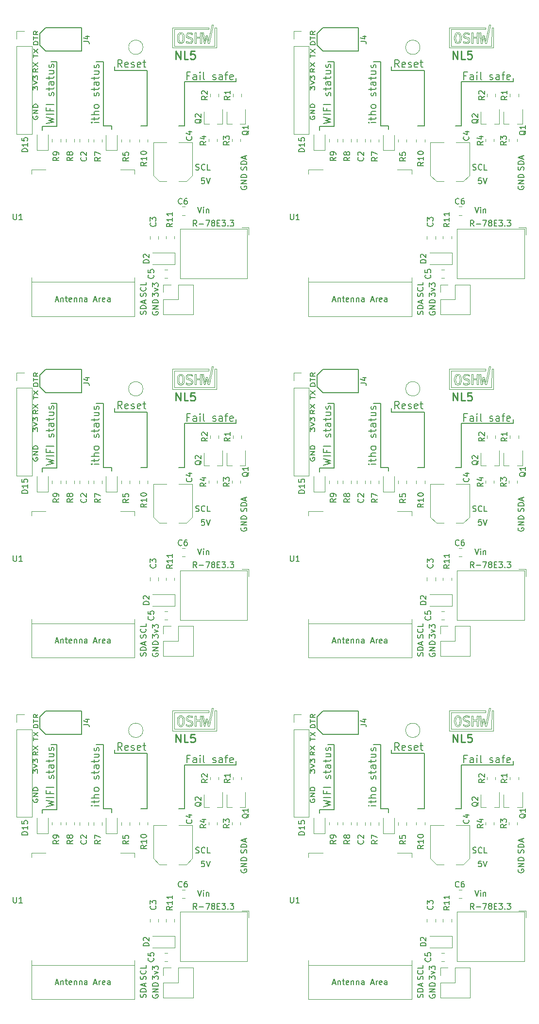
<source format=gbr>
%TF.GenerationSoftware,KiCad,Pcbnew,(6.0.6-0)*%
%TF.CreationDate,2022-06-29T17:43:41+02:00*%
%TF.ProjectId,panel,70616e65-6c2e-46b6-9963-61645f706362,rev?*%
%TF.SameCoordinates,Original*%
%TF.FileFunction,Legend,Top*%
%TF.FilePolarity,Positive*%
%FSLAX46Y46*%
G04 Gerber Fmt 4.6, Leading zero omitted, Abs format (unit mm)*
G04 Created by KiCad (PCBNEW (6.0.6-0)) date 2022-06-29 17:43:41*
%MOMM*%
%LPD*%
G01*
G04 APERTURE LIST*
%ADD10C,0.150000*%
%ADD11C,0.219726*%
%ADD12C,0.200000*%
%ADD13C,0.125000*%
%ADD14C,0.120000*%
G04 APERTURE END LIST*
D10*
X75412304Y-85320057D02*
X74612304Y-85320057D01*
X74612304Y-85081961D01*
X74650400Y-84939104D01*
X74726590Y-84843866D01*
X74802780Y-84796247D01*
X74955161Y-84748628D01*
X75069447Y-84748628D01*
X75221828Y-84796247D01*
X75298019Y-84843866D01*
X75374209Y-84939104D01*
X75412304Y-85081961D01*
X75412304Y-85320057D01*
X74612304Y-84462914D02*
X74612304Y-83891485D01*
X75412304Y-84177200D02*
X74612304Y-84177200D01*
X75412304Y-82986723D02*
X75031352Y-83320057D01*
X75412304Y-83558152D02*
X74612304Y-83558152D01*
X74612304Y-83177200D01*
X74650400Y-83081961D01*
X74688495Y-83034342D01*
X74764685Y-82986723D01*
X74878971Y-82986723D01*
X74955161Y-83034342D01*
X74993257Y-83081961D01*
X75031352Y-83177200D01*
X75031352Y-83558152D01*
X75412304Y-144820057D02*
X74612304Y-144820057D01*
X74612304Y-144581961D01*
X74650400Y-144439104D01*
X74726590Y-144343866D01*
X74802780Y-144296247D01*
X74955161Y-144248628D01*
X75069447Y-144248628D01*
X75221828Y-144296247D01*
X75298019Y-144343866D01*
X75374209Y-144439104D01*
X75412304Y-144581961D01*
X75412304Y-144820057D01*
X74612304Y-143962914D02*
X74612304Y-143391485D01*
X75412304Y-143677200D02*
X74612304Y-143677200D01*
X75412304Y-142486723D02*
X75031352Y-142820057D01*
X75412304Y-143058152D02*
X74612304Y-143058152D01*
X74612304Y-142677200D01*
X74650400Y-142581961D01*
X74688495Y-142534342D01*
X74764685Y-142486723D01*
X74878971Y-142486723D01*
X74955161Y-142534342D01*
X74993257Y-142581961D01*
X75031352Y-142677200D01*
X75031352Y-143058152D01*
X27112304Y-25820057D02*
X26312304Y-25820057D01*
X26312304Y-25581961D01*
X26350400Y-25439104D01*
X26426590Y-25343866D01*
X26502780Y-25296247D01*
X26655161Y-25248628D01*
X26769447Y-25248628D01*
X26921828Y-25296247D01*
X26998019Y-25343866D01*
X27074209Y-25439104D01*
X27112304Y-25581961D01*
X27112304Y-25820057D01*
X26312304Y-24962914D02*
X26312304Y-24391485D01*
X27112304Y-24677200D02*
X26312304Y-24677200D01*
X27112304Y-23486723D02*
X26731352Y-23820057D01*
X27112304Y-24058152D02*
X26312304Y-24058152D01*
X26312304Y-23677200D01*
X26350400Y-23581961D01*
X26388495Y-23534342D01*
X26464685Y-23486723D01*
X26578971Y-23486723D01*
X26655161Y-23534342D01*
X26693257Y-23581961D01*
X26731352Y-23677200D01*
X26731352Y-24058152D01*
X27112304Y-144820057D02*
X26312304Y-144820057D01*
X26312304Y-144581961D01*
X26350400Y-144439104D01*
X26426590Y-144343866D01*
X26502780Y-144296247D01*
X26655161Y-144248628D01*
X26769447Y-144248628D01*
X26921828Y-144296247D01*
X26998019Y-144343866D01*
X27074209Y-144439104D01*
X27112304Y-144581961D01*
X27112304Y-144820057D01*
X26312304Y-143962914D02*
X26312304Y-143391485D01*
X27112304Y-143677200D02*
X26312304Y-143677200D01*
X27112304Y-142486723D02*
X26731352Y-142820057D01*
X27112304Y-143058152D02*
X26312304Y-143058152D01*
X26312304Y-142677200D01*
X26350400Y-142581961D01*
X26388495Y-142534342D01*
X26464685Y-142486723D01*
X26578971Y-142486723D01*
X26655161Y-142534342D01*
X26693257Y-142581961D01*
X26731352Y-142677200D01*
X26731352Y-143058152D01*
X27112304Y-85320057D02*
X26312304Y-85320057D01*
X26312304Y-85081961D01*
X26350400Y-84939104D01*
X26426590Y-84843866D01*
X26502780Y-84796247D01*
X26655161Y-84748628D01*
X26769447Y-84748628D01*
X26921828Y-84796247D01*
X26998019Y-84843866D01*
X27074209Y-84939104D01*
X27112304Y-85081961D01*
X27112304Y-85320057D01*
X26312304Y-84462914D02*
X26312304Y-83891485D01*
X27112304Y-84177200D02*
X26312304Y-84177200D01*
X27112304Y-82986723D02*
X26731352Y-83320057D01*
X27112304Y-83558152D02*
X26312304Y-83558152D01*
X26312304Y-83177200D01*
X26350400Y-83081961D01*
X26388495Y-83034342D01*
X26464685Y-82986723D01*
X26578971Y-82986723D01*
X26655161Y-83034342D01*
X26693257Y-83081961D01*
X26731352Y-83177200D01*
X26731352Y-83558152D01*
X75412304Y-25820057D02*
X74612304Y-25820057D01*
X74612304Y-25581961D01*
X74650400Y-25439104D01*
X74726590Y-25343866D01*
X74802780Y-25296247D01*
X74955161Y-25248628D01*
X75069447Y-25248628D01*
X75221828Y-25296247D01*
X75298019Y-25343866D01*
X75374209Y-25439104D01*
X75412304Y-25581961D01*
X75412304Y-25820057D01*
X74612304Y-24962914D02*
X74612304Y-24391485D01*
X75412304Y-24677200D02*
X74612304Y-24677200D01*
X75412304Y-23486723D02*
X75031352Y-23820057D01*
X75412304Y-24058152D02*
X74612304Y-24058152D01*
X74612304Y-23677200D01*
X74650400Y-23581961D01*
X74688495Y-23534342D01*
X74764685Y-23486723D01*
X74878971Y-23486723D01*
X74955161Y-23534342D01*
X74993257Y-23581961D01*
X75031352Y-23677200D01*
X75031352Y-24058152D01*
X111751761Y-107159285D02*
X111799380Y-107016428D01*
X111799380Y-106778333D01*
X111751761Y-106683095D01*
X111704142Y-106635476D01*
X111608904Y-106587857D01*
X111513666Y-106587857D01*
X111418428Y-106635476D01*
X111370809Y-106683095D01*
X111323190Y-106778333D01*
X111275571Y-106968809D01*
X111227952Y-107064047D01*
X111180333Y-107111666D01*
X111085095Y-107159285D01*
X110989857Y-107159285D01*
X110894619Y-107111666D01*
X110847000Y-107064047D01*
X110799380Y-106968809D01*
X110799380Y-106730714D01*
X110847000Y-106587857D01*
X111799380Y-106159285D02*
X110799380Y-106159285D01*
X110799380Y-105921190D01*
X110847000Y-105778333D01*
X110942238Y-105683095D01*
X111037476Y-105635476D01*
X111227952Y-105587857D01*
X111370809Y-105587857D01*
X111561285Y-105635476D01*
X111656523Y-105683095D01*
X111751761Y-105778333D01*
X111799380Y-105921190D01*
X111799380Y-106159285D01*
X111513666Y-105206904D02*
X111513666Y-104730714D01*
X111799380Y-105302142D02*
X110799380Y-104968809D01*
X111799380Y-104635476D01*
X111751761Y-166659285D02*
X111799380Y-166516428D01*
X111799380Y-166278333D01*
X111751761Y-166183095D01*
X111704142Y-166135476D01*
X111608904Y-166087857D01*
X111513666Y-166087857D01*
X111418428Y-166135476D01*
X111370809Y-166183095D01*
X111323190Y-166278333D01*
X111275571Y-166468809D01*
X111227952Y-166564047D01*
X111180333Y-166611666D01*
X111085095Y-166659285D01*
X110989857Y-166659285D01*
X110894619Y-166611666D01*
X110847000Y-166564047D01*
X110799380Y-166468809D01*
X110799380Y-166230714D01*
X110847000Y-166087857D01*
X111799380Y-165659285D02*
X110799380Y-165659285D01*
X110799380Y-165421190D01*
X110847000Y-165278333D01*
X110942238Y-165183095D01*
X111037476Y-165135476D01*
X111227952Y-165087857D01*
X111370809Y-165087857D01*
X111561285Y-165135476D01*
X111656523Y-165183095D01*
X111751761Y-165278333D01*
X111799380Y-165421190D01*
X111799380Y-165659285D01*
X111513666Y-164706904D02*
X111513666Y-164230714D01*
X111799380Y-164802142D02*
X110799380Y-164468809D01*
X111799380Y-164135476D01*
X63451761Y-47659285D02*
X63499380Y-47516428D01*
X63499380Y-47278333D01*
X63451761Y-47183095D01*
X63404142Y-47135476D01*
X63308904Y-47087857D01*
X63213666Y-47087857D01*
X63118428Y-47135476D01*
X63070809Y-47183095D01*
X63023190Y-47278333D01*
X62975571Y-47468809D01*
X62927952Y-47564047D01*
X62880333Y-47611666D01*
X62785095Y-47659285D01*
X62689857Y-47659285D01*
X62594619Y-47611666D01*
X62547000Y-47564047D01*
X62499380Y-47468809D01*
X62499380Y-47230714D01*
X62547000Y-47087857D01*
X63499380Y-46659285D02*
X62499380Y-46659285D01*
X62499380Y-46421190D01*
X62547000Y-46278333D01*
X62642238Y-46183095D01*
X62737476Y-46135476D01*
X62927952Y-46087857D01*
X63070809Y-46087857D01*
X63261285Y-46135476D01*
X63356523Y-46183095D01*
X63451761Y-46278333D01*
X63499380Y-46421190D01*
X63499380Y-46659285D01*
X63213666Y-45706904D02*
X63213666Y-45230714D01*
X63499380Y-45802142D02*
X62499380Y-45468809D01*
X63499380Y-45135476D01*
X63451761Y-166659285D02*
X63499380Y-166516428D01*
X63499380Y-166278333D01*
X63451761Y-166183095D01*
X63404142Y-166135476D01*
X63308904Y-166087857D01*
X63213666Y-166087857D01*
X63118428Y-166135476D01*
X63070809Y-166183095D01*
X63023190Y-166278333D01*
X62975571Y-166468809D01*
X62927952Y-166564047D01*
X62880333Y-166611666D01*
X62785095Y-166659285D01*
X62689857Y-166659285D01*
X62594619Y-166611666D01*
X62547000Y-166564047D01*
X62499380Y-166468809D01*
X62499380Y-166230714D01*
X62547000Y-166087857D01*
X63499380Y-165659285D02*
X62499380Y-165659285D01*
X62499380Y-165421190D01*
X62547000Y-165278333D01*
X62642238Y-165183095D01*
X62737476Y-165135476D01*
X62927952Y-165087857D01*
X63070809Y-165087857D01*
X63261285Y-165135476D01*
X63356523Y-165183095D01*
X63451761Y-165278333D01*
X63499380Y-165421190D01*
X63499380Y-165659285D01*
X63213666Y-164706904D02*
X63213666Y-164230714D01*
X63499380Y-164802142D02*
X62499380Y-164468809D01*
X63499380Y-164135476D01*
X63451761Y-107159285D02*
X63499380Y-107016428D01*
X63499380Y-106778333D01*
X63451761Y-106683095D01*
X63404142Y-106635476D01*
X63308904Y-106587857D01*
X63213666Y-106587857D01*
X63118428Y-106635476D01*
X63070809Y-106683095D01*
X63023190Y-106778333D01*
X62975571Y-106968809D01*
X62927952Y-107064047D01*
X62880333Y-107111666D01*
X62785095Y-107159285D01*
X62689857Y-107159285D01*
X62594619Y-107111666D01*
X62547000Y-107064047D01*
X62499380Y-106968809D01*
X62499380Y-106730714D01*
X62547000Y-106587857D01*
X63499380Y-106159285D02*
X62499380Y-106159285D01*
X62499380Y-105921190D01*
X62547000Y-105778333D01*
X62642238Y-105683095D01*
X62737476Y-105635476D01*
X62927952Y-105587857D01*
X63070809Y-105587857D01*
X63261285Y-105635476D01*
X63356523Y-105683095D01*
X63451761Y-105778333D01*
X63499380Y-105921190D01*
X63499380Y-106159285D01*
X63213666Y-105206904D02*
X63213666Y-104730714D01*
X63499380Y-105302142D02*
X62499380Y-104968809D01*
X63499380Y-104635476D01*
X111751761Y-47659285D02*
X111799380Y-47516428D01*
X111799380Y-47278333D01*
X111751761Y-47183095D01*
X111704142Y-47135476D01*
X111608904Y-47087857D01*
X111513666Y-47087857D01*
X111418428Y-47135476D01*
X111370809Y-47183095D01*
X111323190Y-47278333D01*
X111275571Y-47468809D01*
X111227952Y-47564047D01*
X111180333Y-47611666D01*
X111085095Y-47659285D01*
X110989857Y-47659285D01*
X110894619Y-47611666D01*
X110847000Y-47564047D01*
X110799380Y-47468809D01*
X110799380Y-47230714D01*
X110847000Y-47087857D01*
X111799380Y-46659285D02*
X110799380Y-46659285D01*
X110799380Y-46421190D01*
X110847000Y-46278333D01*
X110942238Y-46183095D01*
X111037476Y-46135476D01*
X111227952Y-46087857D01*
X111370809Y-46087857D01*
X111561285Y-46135476D01*
X111656523Y-46183095D01*
X111751761Y-46278333D01*
X111799380Y-46421190D01*
X111799380Y-46659285D01*
X111513666Y-45706904D02*
X111513666Y-45230714D01*
X111799380Y-45802142D02*
X110799380Y-45468809D01*
X111799380Y-45135476D01*
X110847000Y-110008904D02*
X110799380Y-110104142D01*
X110799380Y-110247000D01*
X110847000Y-110389857D01*
X110942238Y-110485095D01*
X111037476Y-110532714D01*
X111227952Y-110580333D01*
X111370809Y-110580333D01*
X111561285Y-110532714D01*
X111656523Y-110485095D01*
X111751761Y-110389857D01*
X111799380Y-110247000D01*
X111799380Y-110151761D01*
X111751761Y-110008904D01*
X111704142Y-109961285D01*
X111370809Y-109961285D01*
X111370809Y-110151761D01*
X111799380Y-109532714D02*
X110799380Y-109532714D01*
X111799380Y-108961285D01*
X110799380Y-108961285D01*
X111799380Y-108485095D02*
X110799380Y-108485095D01*
X110799380Y-108247000D01*
X110847000Y-108104142D01*
X110942238Y-108008904D01*
X111037476Y-107961285D01*
X111227952Y-107913666D01*
X111370809Y-107913666D01*
X111561285Y-107961285D01*
X111656523Y-108008904D01*
X111751761Y-108104142D01*
X111799380Y-108247000D01*
X111799380Y-108485095D01*
X110847000Y-169508904D02*
X110799380Y-169604142D01*
X110799380Y-169747000D01*
X110847000Y-169889857D01*
X110942238Y-169985095D01*
X111037476Y-170032714D01*
X111227952Y-170080333D01*
X111370809Y-170080333D01*
X111561285Y-170032714D01*
X111656523Y-169985095D01*
X111751761Y-169889857D01*
X111799380Y-169747000D01*
X111799380Y-169651761D01*
X111751761Y-169508904D01*
X111704142Y-169461285D01*
X111370809Y-169461285D01*
X111370809Y-169651761D01*
X111799380Y-169032714D02*
X110799380Y-169032714D01*
X111799380Y-168461285D01*
X110799380Y-168461285D01*
X111799380Y-167985095D02*
X110799380Y-167985095D01*
X110799380Y-167747000D01*
X110847000Y-167604142D01*
X110942238Y-167508904D01*
X111037476Y-167461285D01*
X111227952Y-167413666D01*
X111370809Y-167413666D01*
X111561285Y-167461285D01*
X111656523Y-167508904D01*
X111751761Y-167604142D01*
X111799380Y-167747000D01*
X111799380Y-167985095D01*
X62547000Y-50508904D02*
X62499380Y-50604142D01*
X62499380Y-50747000D01*
X62547000Y-50889857D01*
X62642238Y-50985095D01*
X62737476Y-51032714D01*
X62927952Y-51080333D01*
X63070809Y-51080333D01*
X63261285Y-51032714D01*
X63356523Y-50985095D01*
X63451761Y-50889857D01*
X63499380Y-50747000D01*
X63499380Y-50651761D01*
X63451761Y-50508904D01*
X63404142Y-50461285D01*
X63070809Y-50461285D01*
X63070809Y-50651761D01*
X63499380Y-50032714D02*
X62499380Y-50032714D01*
X63499380Y-49461285D01*
X62499380Y-49461285D01*
X63499380Y-48985095D02*
X62499380Y-48985095D01*
X62499380Y-48747000D01*
X62547000Y-48604142D01*
X62642238Y-48508904D01*
X62737476Y-48461285D01*
X62927952Y-48413666D01*
X63070809Y-48413666D01*
X63261285Y-48461285D01*
X63356523Y-48508904D01*
X63451761Y-48604142D01*
X63499380Y-48747000D01*
X63499380Y-48985095D01*
X62547000Y-169508904D02*
X62499380Y-169604142D01*
X62499380Y-169747000D01*
X62547000Y-169889857D01*
X62642238Y-169985095D01*
X62737476Y-170032714D01*
X62927952Y-170080333D01*
X63070809Y-170080333D01*
X63261285Y-170032714D01*
X63356523Y-169985095D01*
X63451761Y-169889857D01*
X63499380Y-169747000D01*
X63499380Y-169651761D01*
X63451761Y-169508904D01*
X63404142Y-169461285D01*
X63070809Y-169461285D01*
X63070809Y-169651761D01*
X63499380Y-169032714D02*
X62499380Y-169032714D01*
X63499380Y-168461285D01*
X62499380Y-168461285D01*
X63499380Y-167985095D02*
X62499380Y-167985095D01*
X62499380Y-167747000D01*
X62547000Y-167604142D01*
X62642238Y-167508904D01*
X62737476Y-167461285D01*
X62927952Y-167413666D01*
X63070809Y-167413666D01*
X63261285Y-167461285D01*
X63356523Y-167508904D01*
X63451761Y-167604142D01*
X63499380Y-167747000D01*
X63499380Y-167985095D01*
X62547000Y-110008904D02*
X62499380Y-110104142D01*
X62499380Y-110247000D01*
X62547000Y-110389857D01*
X62642238Y-110485095D01*
X62737476Y-110532714D01*
X62927952Y-110580333D01*
X63070809Y-110580333D01*
X63261285Y-110532714D01*
X63356523Y-110485095D01*
X63451761Y-110389857D01*
X63499380Y-110247000D01*
X63499380Y-110151761D01*
X63451761Y-110008904D01*
X63404142Y-109961285D01*
X63070809Y-109961285D01*
X63070809Y-110151761D01*
X63499380Y-109532714D02*
X62499380Y-109532714D01*
X63499380Y-108961285D01*
X62499380Y-108961285D01*
X63499380Y-108485095D02*
X62499380Y-108485095D01*
X62499380Y-108247000D01*
X62547000Y-108104142D01*
X62642238Y-108008904D01*
X62737476Y-107961285D01*
X62927952Y-107913666D01*
X63070809Y-107913666D01*
X63261285Y-107961285D01*
X63356523Y-108008904D01*
X63451761Y-108104142D01*
X63499380Y-108247000D01*
X63499380Y-108485095D01*
X110847000Y-50508904D02*
X110799380Y-50604142D01*
X110799380Y-50747000D01*
X110847000Y-50889857D01*
X110942238Y-50985095D01*
X111037476Y-51032714D01*
X111227952Y-51080333D01*
X111370809Y-51080333D01*
X111561285Y-51032714D01*
X111656523Y-50985095D01*
X111751761Y-50889857D01*
X111799380Y-50747000D01*
X111799380Y-50651761D01*
X111751761Y-50508904D01*
X111704142Y-50461285D01*
X111370809Y-50461285D01*
X111370809Y-50651761D01*
X111799380Y-50032714D02*
X110799380Y-50032714D01*
X111799380Y-49461285D01*
X110799380Y-49461285D01*
X111799380Y-48985095D02*
X110799380Y-48985095D01*
X110799380Y-48747000D01*
X110847000Y-48604142D01*
X110942238Y-48508904D01*
X111037476Y-48461285D01*
X111227952Y-48413666D01*
X111370809Y-48413666D01*
X111561285Y-48461285D01*
X111656523Y-48508904D01*
X111751761Y-48604142D01*
X111799380Y-48747000D01*
X111799380Y-48985095D01*
X103276190Y-113652380D02*
X103609523Y-114652380D01*
X103942857Y-113652380D01*
X104276190Y-114652380D02*
X104276190Y-113985714D01*
X104276190Y-113652380D02*
X104228571Y-113700000D01*
X104276190Y-113747619D01*
X104323809Y-113700000D01*
X104276190Y-113652380D01*
X104276190Y-113747619D01*
X104752380Y-113985714D02*
X104752380Y-114652380D01*
X104752380Y-114080952D02*
X104800000Y-114033333D01*
X104895238Y-113985714D01*
X105038095Y-113985714D01*
X105133333Y-114033333D01*
X105180952Y-114128571D01*
X105180952Y-114652380D01*
X103276190Y-173152380D02*
X103609523Y-174152380D01*
X103942857Y-173152380D01*
X104276190Y-174152380D02*
X104276190Y-173485714D01*
X104276190Y-173152380D02*
X104228571Y-173200000D01*
X104276190Y-173247619D01*
X104323809Y-173200000D01*
X104276190Y-173152380D01*
X104276190Y-173247619D01*
X104752380Y-173485714D02*
X104752380Y-174152380D01*
X104752380Y-173580952D02*
X104800000Y-173533333D01*
X104895238Y-173485714D01*
X105038095Y-173485714D01*
X105133333Y-173533333D01*
X105180952Y-173628571D01*
X105180952Y-174152380D01*
X54976190Y-54152380D02*
X55309523Y-55152380D01*
X55642857Y-54152380D01*
X55976190Y-55152380D02*
X55976190Y-54485714D01*
X55976190Y-54152380D02*
X55928571Y-54200000D01*
X55976190Y-54247619D01*
X56023809Y-54200000D01*
X55976190Y-54152380D01*
X55976190Y-54247619D01*
X56452380Y-54485714D02*
X56452380Y-55152380D01*
X56452380Y-54580952D02*
X56500000Y-54533333D01*
X56595238Y-54485714D01*
X56738095Y-54485714D01*
X56833333Y-54533333D01*
X56880952Y-54628571D01*
X56880952Y-55152380D01*
X54976190Y-173152380D02*
X55309523Y-174152380D01*
X55642857Y-173152380D01*
X55976190Y-174152380D02*
X55976190Y-173485714D01*
X55976190Y-173152380D02*
X55928571Y-173200000D01*
X55976190Y-173247619D01*
X56023809Y-173200000D01*
X55976190Y-173152380D01*
X55976190Y-173247619D01*
X56452380Y-173485714D02*
X56452380Y-174152380D01*
X56452380Y-173580952D02*
X56500000Y-173533333D01*
X56595238Y-173485714D01*
X56738095Y-173485714D01*
X56833333Y-173533333D01*
X56880952Y-173628571D01*
X56880952Y-174152380D01*
X54976190Y-113652380D02*
X55309523Y-114652380D01*
X55642857Y-113652380D01*
X55976190Y-114652380D02*
X55976190Y-113985714D01*
X55976190Y-113652380D02*
X55928571Y-113700000D01*
X55976190Y-113747619D01*
X56023809Y-113700000D01*
X55976190Y-113652380D01*
X55976190Y-113747619D01*
X56452380Y-113985714D02*
X56452380Y-114652380D01*
X56452380Y-114080952D02*
X56500000Y-114033333D01*
X56595238Y-113985714D01*
X56738095Y-113985714D01*
X56833333Y-114033333D01*
X56880952Y-114128571D01*
X56880952Y-114652380D01*
X103276190Y-54152380D02*
X103609523Y-55152380D01*
X103942857Y-54152380D01*
X104276190Y-55152380D02*
X104276190Y-54485714D01*
X104276190Y-54152380D02*
X104228571Y-54200000D01*
X104276190Y-54247619D01*
X104323809Y-54200000D01*
X104276190Y-54152380D01*
X104276190Y-54247619D01*
X104752380Y-54485714D02*
X104752380Y-55152380D01*
X104752380Y-54580952D02*
X104800000Y-54533333D01*
X104895238Y-54485714D01*
X105038095Y-54485714D01*
X105133333Y-54533333D01*
X105180952Y-54628571D01*
X105180952Y-55152380D01*
D11*
X99440655Y-87844333D02*
X99440655Y-86444333D01*
X100240655Y-87844333D01*
X100240655Y-86444333D01*
X101573988Y-87844333D02*
X100907321Y-87844333D01*
X100907321Y-86444333D01*
X102707321Y-86444333D02*
X102040655Y-86444333D01*
X101973988Y-87111000D01*
X102040655Y-87044333D01*
X102173988Y-86977666D01*
X102507321Y-86977666D01*
X102640655Y-87044333D01*
X102707321Y-87111000D01*
X102773988Y-87244333D01*
X102773988Y-87577666D01*
X102707321Y-87711000D01*
X102640655Y-87777666D01*
X102507321Y-87844333D01*
X102173988Y-87844333D01*
X102040655Y-87777666D01*
X101973988Y-87711000D01*
X99440655Y-147344333D02*
X99440655Y-145944333D01*
X100240655Y-147344333D01*
X100240655Y-145944333D01*
X101573988Y-147344333D02*
X100907321Y-147344333D01*
X100907321Y-145944333D01*
X102707321Y-145944333D02*
X102040655Y-145944333D01*
X101973988Y-146611000D01*
X102040655Y-146544333D01*
X102173988Y-146477666D01*
X102507321Y-146477666D01*
X102640655Y-146544333D01*
X102707321Y-146611000D01*
X102773988Y-146744333D01*
X102773988Y-147077666D01*
X102707321Y-147211000D01*
X102640655Y-147277666D01*
X102507321Y-147344333D01*
X102173988Y-147344333D01*
X102040655Y-147277666D01*
X101973988Y-147211000D01*
X51140655Y-28344333D02*
X51140655Y-26944333D01*
X51940655Y-28344333D01*
X51940655Y-26944333D01*
X53273988Y-28344333D02*
X52607321Y-28344333D01*
X52607321Y-26944333D01*
X54407321Y-26944333D02*
X53740655Y-26944333D01*
X53673988Y-27611000D01*
X53740655Y-27544333D01*
X53873988Y-27477666D01*
X54207321Y-27477666D01*
X54340655Y-27544333D01*
X54407321Y-27611000D01*
X54473988Y-27744333D01*
X54473988Y-28077666D01*
X54407321Y-28211000D01*
X54340655Y-28277666D01*
X54207321Y-28344333D01*
X53873988Y-28344333D01*
X53740655Y-28277666D01*
X53673988Y-28211000D01*
X51140655Y-147344333D02*
X51140655Y-145944333D01*
X51940655Y-147344333D01*
X51940655Y-145944333D01*
X53273988Y-147344333D02*
X52607321Y-147344333D01*
X52607321Y-145944333D01*
X54407321Y-145944333D02*
X53740655Y-145944333D01*
X53673988Y-146611000D01*
X53740655Y-146544333D01*
X53873988Y-146477666D01*
X54207321Y-146477666D01*
X54340655Y-146544333D01*
X54407321Y-146611000D01*
X54473988Y-146744333D01*
X54473988Y-147077666D01*
X54407321Y-147211000D01*
X54340655Y-147277666D01*
X54207321Y-147344333D01*
X53873988Y-147344333D01*
X53740655Y-147277666D01*
X53673988Y-147211000D01*
X51140655Y-87844333D02*
X51140655Y-86444333D01*
X51940655Y-87844333D01*
X51940655Y-86444333D01*
X53273988Y-87844333D02*
X52607321Y-87844333D01*
X52607321Y-86444333D01*
X54407321Y-86444333D02*
X53740655Y-86444333D01*
X53673988Y-87111000D01*
X53740655Y-87044333D01*
X53873988Y-86977666D01*
X54207321Y-86977666D01*
X54340655Y-87044333D01*
X54407321Y-87111000D01*
X54473988Y-87244333D01*
X54473988Y-87577666D01*
X54407321Y-87711000D01*
X54340655Y-87777666D01*
X54207321Y-87844333D01*
X53873988Y-87844333D01*
X53740655Y-87777666D01*
X53673988Y-87711000D01*
X99440655Y-28344333D02*
X99440655Y-26944333D01*
X100240655Y-28344333D01*
X100240655Y-26944333D01*
X101573988Y-28344333D02*
X100907321Y-28344333D01*
X100907321Y-26944333D01*
X102707321Y-26944333D02*
X102040655Y-26944333D01*
X101973988Y-27611000D01*
X102040655Y-27544333D01*
X102173988Y-27477666D01*
X102507321Y-27477666D01*
X102640655Y-27544333D01*
X102707321Y-27611000D01*
X102773988Y-27744333D01*
X102773988Y-28077666D01*
X102707321Y-28211000D01*
X102640655Y-28277666D01*
X102507321Y-28344333D01*
X102173988Y-28344333D01*
X102040655Y-28277666D01*
X101973988Y-28211000D01*
D10*
X73572380Y-103984285D02*
X72572380Y-103984285D01*
X72572380Y-103746190D01*
X72620000Y-103603333D01*
X72715238Y-103508095D01*
X72810476Y-103460476D01*
X73000952Y-103412857D01*
X73143809Y-103412857D01*
X73334285Y-103460476D01*
X73429523Y-103508095D01*
X73524761Y-103603333D01*
X73572380Y-103746190D01*
X73572380Y-103984285D01*
X73572380Y-102460476D02*
X73572380Y-103031904D01*
X73572380Y-102746190D02*
X72572380Y-102746190D01*
X72715238Y-102841428D01*
X72810476Y-102936666D01*
X72858095Y-103031904D01*
X72572380Y-101555714D02*
X72572380Y-102031904D01*
X73048571Y-102079523D01*
X73000952Y-102031904D01*
X72953333Y-101936666D01*
X72953333Y-101698571D01*
X73000952Y-101603333D01*
X73048571Y-101555714D01*
X73143809Y-101508095D01*
X73381904Y-101508095D01*
X73477142Y-101555714D01*
X73524761Y-101603333D01*
X73572380Y-101698571D01*
X73572380Y-101936666D01*
X73524761Y-102031904D01*
X73477142Y-102079523D01*
X73572380Y-163484285D02*
X72572380Y-163484285D01*
X72572380Y-163246190D01*
X72620000Y-163103333D01*
X72715238Y-163008095D01*
X72810476Y-162960476D01*
X73000952Y-162912857D01*
X73143809Y-162912857D01*
X73334285Y-162960476D01*
X73429523Y-163008095D01*
X73524761Y-163103333D01*
X73572380Y-163246190D01*
X73572380Y-163484285D01*
X73572380Y-161960476D02*
X73572380Y-162531904D01*
X73572380Y-162246190D02*
X72572380Y-162246190D01*
X72715238Y-162341428D01*
X72810476Y-162436666D01*
X72858095Y-162531904D01*
X72572380Y-161055714D02*
X72572380Y-161531904D01*
X73048571Y-161579523D01*
X73000952Y-161531904D01*
X72953333Y-161436666D01*
X72953333Y-161198571D01*
X73000952Y-161103333D01*
X73048571Y-161055714D01*
X73143809Y-161008095D01*
X73381904Y-161008095D01*
X73477142Y-161055714D01*
X73524761Y-161103333D01*
X73572380Y-161198571D01*
X73572380Y-161436666D01*
X73524761Y-161531904D01*
X73477142Y-161579523D01*
X25272380Y-44484285D02*
X24272380Y-44484285D01*
X24272380Y-44246190D01*
X24320000Y-44103333D01*
X24415238Y-44008095D01*
X24510476Y-43960476D01*
X24700952Y-43912857D01*
X24843809Y-43912857D01*
X25034285Y-43960476D01*
X25129523Y-44008095D01*
X25224761Y-44103333D01*
X25272380Y-44246190D01*
X25272380Y-44484285D01*
X25272380Y-42960476D02*
X25272380Y-43531904D01*
X25272380Y-43246190D02*
X24272380Y-43246190D01*
X24415238Y-43341428D01*
X24510476Y-43436666D01*
X24558095Y-43531904D01*
X24272380Y-42055714D02*
X24272380Y-42531904D01*
X24748571Y-42579523D01*
X24700952Y-42531904D01*
X24653333Y-42436666D01*
X24653333Y-42198571D01*
X24700952Y-42103333D01*
X24748571Y-42055714D01*
X24843809Y-42008095D01*
X25081904Y-42008095D01*
X25177142Y-42055714D01*
X25224761Y-42103333D01*
X25272380Y-42198571D01*
X25272380Y-42436666D01*
X25224761Y-42531904D01*
X25177142Y-42579523D01*
X25272380Y-163484285D02*
X24272380Y-163484285D01*
X24272380Y-163246190D01*
X24320000Y-163103333D01*
X24415238Y-163008095D01*
X24510476Y-162960476D01*
X24700952Y-162912857D01*
X24843809Y-162912857D01*
X25034285Y-162960476D01*
X25129523Y-163008095D01*
X25224761Y-163103333D01*
X25272380Y-163246190D01*
X25272380Y-163484285D01*
X25272380Y-161960476D02*
X25272380Y-162531904D01*
X25272380Y-162246190D02*
X24272380Y-162246190D01*
X24415238Y-162341428D01*
X24510476Y-162436666D01*
X24558095Y-162531904D01*
X24272380Y-161055714D02*
X24272380Y-161531904D01*
X24748571Y-161579523D01*
X24700952Y-161531904D01*
X24653333Y-161436666D01*
X24653333Y-161198571D01*
X24700952Y-161103333D01*
X24748571Y-161055714D01*
X24843809Y-161008095D01*
X25081904Y-161008095D01*
X25177142Y-161055714D01*
X25224761Y-161103333D01*
X25272380Y-161198571D01*
X25272380Y-161436666D01*
X25224761Y-161531904D01*
X25177142Y-161579523D01*
X25272380Y-103984285D02*
X24272380Y-103984285D01*
X24272380Y-103746190D01*
X24320000Y-103603333D01*
X24415238Y-103508095D01*
X24510476Y-103460476D01*
X24700952Y-103412857D01*
X24843809Y-103412857D01*
X25034285Y-103460476D01*
X25129523Y-103508095D01*
X25224761Y-103603333D01*
X25272380Y-103746190D01*
X25272380Y-103984285D01*
X25272380Y-102460476D02*
X25272380Y-103031904D01*
X25272380Y-102746190D02*
X24272380Y-102746190D01*
X24415238Y-102841428D01*
X24510476Y-102936666D01*
X24558095Y-103031904D01*
X24272380Y-101555714D02*
X24272380Y-102031904D01*
X24748571Y-102079523D01*
X24700952Y-102031904D01*
X24653333Y-101936666D01*
X24653333Y-101698571D01*
X24700952Y-101603333D01*
X24748571Y-101555714D01*
X24843809Y-101508095D01*
X25081904Y-101508095D01*
X25177142Y-101555714D01*
X25224761Y-101603333D01*
X25272380Y-101698571D01*
X25272380Y-101936666D01*
X25224761Y-102031904D01*
X25177142Y-102079523D01*
X73572380Y-44484285D02*
X72572380Y-44484285D01*
X72572380Y-44246190D01*
X72620000Y-44103333D01*
X72715238Y-44008095D01*
X72810476Y-43960476D01*
X73000952Y-43912857D01*
X73143809Y-43912857D01*
X73334285Y-43960476D01*
X73429523Y-44008095D01*
X73524761Y-44103333D01*
X73572380Y-44246190D01*
X73572380Y-44484285D01*
X73572380Y-42960476D02*
X73572380Y-43531904D01*
X73572380Y-43246190D02*
X72572380Y-43246190D01*
X72715238Y-43341428D01*
X72810476Y-43436666D01*
X72858095Y-43531904D01*
X72572380Y-42055714D02*
X72572380Y-42531904D01*
X73048571Y-42579523D01*
X73000952Y-42531904D01*
X72953333Y-42436666D01*
X72953333Y-42198571D01*
X73000952Y-42103333D01*
X73048571Y-42055714D01*
X73143809Y-42008095D01*
X73381904Y-42008095D01*
X73477142Y-42055714D01*
X73524761Y-42103333D01*
X73572380Y-42198571D01*
X73572380Y-42436666D01*
X73524761Y-42531904D01*
X73477142Y-42579523D01*
X104409523Y-108552380D02*
X103933333Y-108552380D01*
X103885714Y-109028571D01*
X103933333Y-108980952D01*
X104028571Y-108933333D01*
X104266666Y-108933333D01*
X104361904Y-108980952D01*
X104409523Y-109028571D01*
X104457142Y-109123809D01*
X104457142Y-109361904D01*
X104409523Y-109457142D01*
X104361904Y-109504761D01*
X104266666Y-109552380D01*
X104028571Y-109552380D01*
X103933333Y-109504761D01*
X103885714Y-109457142D01*
X104742857Y-108552380D02*
X105076190Y-109552380D01*
X105409523Y-108552380D01*
X104409523Y-168052380D02*
X103933333Y-168052380D01*
X103885714Y-168528571D01*
X103933333Y-168480952D01*
X104028571Y-168433333D01*
X104266666Y-168433333D01*
X104361904Y-168480952D01*
X104409523Y-168528571D01*
X104457142Y-168623809D01*
X104457142Y-168861904D01*
X104409523Y-168957142D01*
X104361904Y-169004761D01*
X104266666Y-169052380D01*
X104028571Y-169052380D01*
X103933333Y-169004761D01*
X103885714Y-168957142D01*
X104742857Y-168052380D02*
X105076190Y-169052380D01*
X105409523Y-168052380D01*
X56109523Y-49052380D02*
X55633333Y-49052380D01*
X55585714Y-49528571D01*
X55633333Y-49480952D01*
X55728571Y-49433333D01*
X55966666Y-49433333D01*
X56061904Y-49480952D01*
X56109523Y-49528571D01*
X56157142Y-49623809D01*
X56157142Y-49861904D01*
X56109523Y-49957142D01*
X56061904Y-50004761D01*
X55966666Y-50052380D01*
X55728571Y-50052380D01*
X55633333Y-50004761D01*
X55585714Y-49957142D01*
X56442857Y-49052380D02*
X56776190Y-50052380D01*
X57109523Y-49052380D01*
X56109523Y-168052380D02*
X55633333Y-168052380D01*
X55585714Y-168528571D01*
X55633333Y-168480952D01*
X55728571Y-168433333D01*
X55966666Y-168433333D01*
X56061904Y-168480952D01*
X56109523Y-168528571D01*
X56157142Y-168623809D01*
X56157142Y-168861904D01*
X56109523Y-168957142D01*
X56061904Y-169004761D01*
X55966666Y-169052380D01*
X55728571Y-169052380D01*
X55633333Y-169004761D01*
X55585714Y-168957142D01*
X56442857Y-168052380D02*
X56776190Y-169052380D01*
X57109523Y-168052380D01*
X56109523Y-108552380D02*
X55633333Y-108552380D01*
X55585714Y-109028571D01*
X55633333Y-108980952D01*
X55728571Y-108933333D01*
X55966666Y-108933333D01*
X56061904Y-108980952D01*
X56109523Y-109028571D01*
X56157142Y-109123809D01*
X56157142Y-109361904D01*
X56109523Y-109457142D01*
X56061904Y-109504761D01*
X55966666Y-109552380D01*
X55728571Y-109552380D01*
X55633333Y-109504761D01*
X55585714Y-109457142D01*
X56442857Y-108552380D02*
X56776190Y-109552380D01*
X57109523Y-108552380D01*
X104409523Y-49052380D02*
X103933333Y-49052380D01*
X103885714Y-49528571D01*
X103933333Y-49480952D01*
X104028571Y-49433333D01*
X104266666Y-49433333D01*
X104361904Y-49480952D01*
X104409523Y-49528571D01*
X104457142Y-49623809D01*
X104457142Y-49861904D01*
X104409523Y-49957142D01*
X104361904Y-50004761D01*
X104266666Y-50052380D01*
X104028571Y-50052380D01*
X103933333Y-50004761D01*
X103885714Y-49957142D01*
X104742857Y-49052380D02*
X105076190Y-50052380D01*
X105409523Y-49052380D01*
X95352380Y-129190476D02*
X95352380Y-128571428D01*
X95733333Y-128904761D01*
X95733333Y-128761904D01*
X95780952Y-128666666D01*
X95828571Y-128619047D01*
X95923809Y-128571428D01*
X96161904Y-128571428D01*
X96257142Y-128619047D01*
X96304761Y-128666666D01*
X96352380Y-128761904D01*
X96352380Y-129047619D01*
X96304761Y-129142857D01*
X96257142Y-129190476D01*
X95685714Y-128238095D02*
X96352380Y-128000000D01*
X95685714Y-127761904D01*
X95352380Y-127476190D02*
X95352380Y-126857142D01*
X95733333Y-127190476D01*
X95733333Y-127047619D01*
X95780952Y-126952380D01*
X95828571Y-126904761D01*
X95923809Y-126857142D01*
X96161904Y-126857142D01*
X96257142Y-126904761D01*
X96304761Y-126952380D01*
X96352380Y-127047619D01*
X96352380Y-127333333D01*
X96304761Y-127428571D01*
X96257142Y-127476190D01*
X95352380Y-188690476D02*
X95352380Y-188071428D01*
X95733333Y-188404761D01*
X95733333Y-188261904D01*
X95780952Y-188166666D01*
X95828571Y-188119047D01*
X95923809Y-188071428D01*
X96161904Y-188071428D01*
X96257142Y-188119047D01*
X96304761Y-188166666D01*
X96352380Y-188261904D01*
X96352380Y-188547619D01*
X96304761Y-188642857D01*
X96257142Y-188690476D01*
X95685714Y-187738095D02*
X96352380Y-187500000D01*
X95685714Y-187261904D01*
X95352380Y-186976190D02*
X95352380Y-186357142D01*
X95733333Y-186690476D01*
X95733333Y-186547619D01*
X95780952Y-186452380D01*
X95828571Y-186404761D01*
X95923809Y-186357142D01*
X96161904Y-186357142D01*
X96257142Y-186404761D01*
X96304761Y-186452380D01*
X96352380Y-186547619D01*
X96352380Y-186833333D01*
X96304761Y-186928571D01*
X96257142Y-186976190D01*
X47052380Y-69690476D02*
X47052380Y-69071428D01*
X47433333Y-69404761D01*
X47433333Y-69261904D01*
X47480952Y-69166666D01*
X47528571Y-69119047D01*
X47623809Y-69071428D01*
X47861904Y-69071428D01*
X47957142Y-69119047D01*
X48004761Y-69166666D01*
X48052380Y-69261904D01*
X48052380Y-69547619D01*
X48004761Y-69642857D01*
X47957142Y-69690476D01*
X47385714Y-68738095D02*
X48052380Y-68500000D01*
X47385714Y-68261904D01*
X47052380Y-67976190D02*
X47052380Y-67357142D01*
X47433333Y-67690476D01*
X47433333Y-67547619D01*
X47480952Y-67452380D01*
X47528571Y-67404761D01*
X47623809Y-67357142D01*
X47861904Y-67357142D01*
X47957142Y-67404761D01*
X48004761Y-67452380D01*
X48052380Y-67547619D01*
X48052380Y-67833333D01*
X48004761Y-67928571D01*
X47957142Y-67976190D01*
X47052380Y-188690476D02*
X47052380Y-188071428D01*
X47433333Y-188404761D01*
X47433333Y-188261904D01*
X47480952Y-188166666D01*
X47528571Y-188119047D01*
X47623809Y-188071428D01*
X47861904Y-188071428D01*
X47957142Y-188119047D01*
X48004761Y-188166666D01*
X48052380Y-188261904D01*
X48052380Y-188547619D01*
X48004761Y-188642857D01*
X47957142Y-188690476D01*
X47385714Y-187738095D02*
X48052380Y-187500000D01*
X47385714Y-187261904D01*
X47052380Y-186976190D02*
X47052380Y-186357142D01*
X47433333Y-186690476D01*
X47433333Y-186547619D01*
X47480952Y-186452380D01*
X47528571Y-186404761D01*
X47623809Y-186357142D01*
X47861904Y-186357142D01*
X47957142Y-186404761D01*
X48004761Y-186452380D01*
X48052380Y-186547619D01*
X48052380Y-186833333D01*
X48004761Y-186928571D01*
X47957142Y-186976190D01*
X47052380Y-129190476D02*
X47052380Y-128571428D01*
X47433333Y-128904761D01*
X47433333Y-128761904D01*
X47480952Y-128666666D01*
X47528571Y-128619047D01*
X47623809Y-128571428D01*
X47861904Y-128571428D01*
X47957142Y-128619047D01*
X48004761Y-128666666D01*
X48052380Y-128761904D01*
X48052380Y-129047619D01*
X48004761Y-129142857D01*
X47957142Y-129190476D01*
X47385714Y-128238095D02*
X48052380Y-128000000D01*
X47385714Y-127761904D01*
X47052380Y-127476190D02*
X47052380Y-126857142D01*
X47433333Y-127190476D01*
X47433333Y-127047619D01*
X47480952Y-126952380D01*
X47528571Y-126904761D01*
X47623809Y-126857142D01*
X47861904Y-126857142D01*
X47957142Y-126904761D01*
X48004761Y-126952380D01*
X48052380Y-127047619D01*
X48052380Y-127333333D01*
X48004761Y-127428571D01*
X47957142Y-127476190D01*
X95352380Y-69690476D02*
X95352380Y-69071428D01*
X95733333Y-69404761D01*
X95733333Y-69261904D01*
X95780952Y-69166666D01*
X95828571Y-69119047D01*
X95923809Y-69071428D01*
X96161904Y-69071428D01*
X96257142Y-69119047D01*
X96304761Y-69166666D01*
X96352380Y-69261904D01*
X96352380Y-69547619D01*
X96304761Y-69642857D01*
X96257142Y-69690476D01*
X95685714Y-68738095D02*
X96352380Y-68500000D01*
X95685714Y-68261904D01*
X95352380Y-67976190D02*
X95352380Y-67357142D01*
X95733333Y-67690476D01*
X95733333Y-67547619D01*
X95780952Y-67452380D01*
X95828571Y-67404761D01*
X95923809Y-67357142D01*
X96161904Y-67357142D01*
X96257142Y-67404761D01*
X96304761Y-67452380D01*
X96352380Y-67547619D01*
X96352380Y-67833333D01*
X96304761Y-67928571D01*
X96257142Y-67976190D01*
X95400000Y-131861904D02*
X95352380Y-131957142D01*
X95352380Y-132100000D01*
X95400000Y-132242857D01*
X95495238Y-132338095D01*
X95590476Y-132385714D01*
X95780952Y-132433333D01*
X95923809Y-132433333D01*
X96114285Y-132385714D01*
X96209523Y-132338095D01*
X96304761Y-132242857D01*
X96352380Y-132100000D01*
X96352380Y-132004761D01*
X96304761Y-131861904D01*
X96257142Y-131814285D01*
X95923809Y-131814285D01*
X95923809Y-132004761D01*
X96352380Y-131385714D02*
X95352380Y-131385714D01*
X96352380Y-130814285D01*
X95352380Y-130814285D01*
X96352380Y-130338095D02*
X95352380Y-130338095D01*
X95352380Y-130100000D01*
X95400000Y-129957142D01*
X95495238Y-129861904D01*
X95590476Y-129814285D01*
X95780952Y-129766666D01*
X95923809Y-129766666D01*
X96114285Y-129814285D01*
X96209523Y-129861904D01*
X96304761Y-129957142D01*
X96352380Y-130100000D01*
X96352380Y-130338095D01*
X95400000Y-191361904D02*
X95352380Y-191457142D01*
X95352380Y-191600000D01*
X95400000Y-191742857D01*
X95495238Y-191838095D01*
X95590476Y-191885714D01*
X95780952Y-191933333D01*
X95923809Y-191933333D01*
X96114285Y-191885714D01*
X96209523Y-191838095D01*
X96304761Y-191742857D01*
X96352380Y-191600000D01*
X96352380Y-191504761D01*
X96304761Y-191361904D01*
X96257142Y-191314285D01*
X95923809Y-191314285D01*
X95923809Y-191504761D01*
X96352380Y-190885714D02*
X95352380Y-190885714D01*
X96352380Y-190314285D01*
X95352380Y-190314285D01*
X96352380Y-189838095D02*
X95352380Y-189838095D01*
X95352380Y-189600000D01*
X95400000Y-189457142D01*
X95495238Y-189361904D01*
X95590476Y-189314285D01*
X95780952Y-189266666D01*
X95923809Y-189266666D01*
X96114285Y-189314285D01*
X96209523Y-189361904D01*
X96304761Y-189457142D01*
X96352380Y-189600000D01*
X96352380Y-189838095D01*
X47100000Y-72361904D02*
X47052380Y-72457142D01*
X47052380Y-72600000D01*
X47100000Y-72742857D01*
X47195238Y-72838095D01*
X47290476Y-72885714D01*
X47480952Y-72933333D01*
X47623809Y-72933333D01*
X47814285Y-72885714D01*
X47909523Y-72838095D01*
X48004761Y-72742857D01*
X48052380Y-72600000D01*
X48052380Y-72504761D01*
X48004761Y-72361904D01*
X47957142Y-72314285D01*
X47623809Y-72314285D01*
X47623809Y-72504761D01*
X48052380Y-71885714D02*
X47052380Y-71885714D01*
X48052380Y-71314285D01*
X47052380Y-71314285D01*
X48052380Y-70838095D02*
X47052380Y-70838095D01*
X47052380Y-70600000D01*
X47100000Y-70457142D01*
X47195238Y-70361904D01*
X47290476Y-70314285D01*
X47480952Y-70266666D01*
X47623809Y-70266666D01*
X47814285Y-70314285D01*
X47909523Y-70361904D01*
X48004761Y-70457142D01*
X48052380Y-70600000D01*
X48052380Y-70838095D01*
X47100000Y-191361904D02*
X47052380Y-191457142D01*
X47052380Y-191600000D01*
X47100000Y-191742857D01*
X47195238Y-191838095D01*
X47290476Y-191885714D01*
X47480952Y-191933333D01*
X47623809Y-191933333D01*
X47814285Y-191885714D01*
X47909523Y-191838095D01*
X48004761Y-191742857D01*
X48052380Y-191600000D01*
X48052380Y-191504761D01*
X48004761Y-191361904D01*
X47957142Y-191314285D01*
X47623809Y-191314285D01*
X47623809Y-191504761D01*
X48052380Y-190885714D02*
X47052380Y-190885714D01*
X48052380Y-190314285D01*
X47052380Y-190314285D01*
X48052380Y-189838095D02*
X47052380Y-189838095D01*
X47052380Y-189600000D01*
X47100000Y-189457142D01*
X47195238Y-189361904D01*
X47290476Y-189314285D01*
X47480952Y-189266666D01*
X47623809Y-189266666D01*
X47814285Y-189314285D01*
X47909523Y-189361904D01*
X48004761Y-189457142D01*
X48052380Y-189600000D01*
X48052380Y-189838095D01*
X47100000Y-131861904D02*
X47052380Y-131957142D01*
X47052380Y-132100000D01*
X47100000Y-132242857D01*
X47195238Y-132338095D01*
X47290476Y-132385714D01*
X47480952Y-132433333D01*
X47623809Y-132433333D01*
X47814285Y-132385714D01*
X47909523Y-132338095D01*
X48004761Y-132242857D01*
X48052380Y-132100000D01*
X48052380Y-132004761D01*
X48004761Y-131861904D01*
X47957142Y-131814285D01*
X47623809Y-131814285D01*
X47623809Y-132004761D01*
X48052380Y-131385714D02*
X47052380Y-131385714D01*
X48052380Y-130814285D01*
X47052380Y-130814285D01*
X48052380Y-130338095D02*
X47052380Y-130338095D01*
X47052380Y-130100000D01*
X47100000Y-129957142D01*
X47195238Y-129861904D01*
X47290476Y-129814285D01*
X47480952Y-129766666D01*
X47623809Y-129766666D01*
X47814285Y-129814285D01*
X47909523Y-129861904D01*
X48004761Y-129957142D01*
X48052380Y-130100000D01*
X48052380Y-130338095D01*
X95400000Y-72361904D02*
X95352380Y-72457142D01*
X95352380Y-72600000D01*
X95400000Y-72742857D01*
X95495238Y-72838095D01*
X95590476Y-72885714D01*
X95780952Y-72933333D01*
X95923809Y-72933333D01*
X96114285Y-72885714D01*
X96209523Y-72838095D01*
X96304761Y-72742857D01*
X96352380Y-72600000D01*
X96352380Y-72504761D01*
X96304761Y-72361904D01*
X96257142Y-72314285D01*
X95923809Y-72314285D01*
X95923809Y-72504761D01*
X96352380Y-71885714D02*
X95352380Y-71885714D01*
X96352380Y-71314285D01*
X95352380Y-71314285D01*
X96352380Y-70838095D02*
X95352380Y-70838095D01*
X95352380Y-70600000D01*
X95400000Y-70457142D01*
X95495238Y-70361904D01*
X95590476Y-70314285D01*
X95780952Y-70266666D01*
X95923809Y-70266666D01*
X96114285Y-70314285D01*
X96209523Y-70361904D01*
X96304761Y-70457142D01*
X96352380Y-70600000D01*
X96352380Y-70838095D01*
X94204761Y-132314285D02*
X94252380Y-132171428D01*
X94252380Y-131933333D01*
X94204761Y-131838095D01*
X94157142Y-131790476D01*
X94061904Y-131742857D01*
X93966666Y-131742857D01*
X93871428Y-131790476D01*
X93823809Y-131838095D01*
X93776190Y-131933333D01*
X93728571Y-132123809D01*
X93680952Y-132219047D01*
X93633333Y-132266666D01*
X93538095Y-132314285D01*
X93442857Y-132314285D01*
X93347619Y-132266666D01*
X93300000Y-132219047D01*
X93252380Y-132123809D01*
X93252380Y-131885714D01*
X93300000Y-131742857D01*
X94252380Y-131314285D02*
X93252380Y-131314285D01*
X93252380Y-131076190D01*
X93300000Y-130933333D01*
X93395238Y-130838095D01*
X93490476Y-130790476D01*
X93680952Y-130742857D01*
X93823809Y-130742857D01*
X94014285Y-130790476D01*
X94109523Y-130838095D01*
X94204761Y-130933333D01*
X94252380Y-131076190D01*
X94252380Y-131314285D01*
X93966666Y-130361904D02*
X93966666Y-129885714D01*
X94252380Y-130457142D02*
X93252380Y-130123809D01*
X94252380Y-129790476D01*
X94204761Y-191814285D02*
X94252380Y-191671428D01*
X94252380Y-191433333D01*
X94204761Y-191338095D01*
X94157142Y-191290476D01*
X94061904Y-191242857D01*
X93966666Y-191242857D01*
X93871428Y-191290476D01*
X93823809Y-191338095D01*
X93776190Y-191433333D01*
X93728571Y-191623809D01*
X93680952Y-191719047D01*
X93633333Y-191766666D01*
X93538095Y-191814285D01*
X93442857Y-191814285D01*
X93347619Y-191766666D01*
X93300000Y-191719047D01*
X93252380Y-191623809D01*
X93252380Y-191385714D01*
X93300000Y-191242857D01*
X94252380Y-190814285D02*
X93252380Y-190814285D01*
X93252380Y-190576190D01*
X93300000Y-190433333D01*
X93395238Y-190338095D01*
X93490476Y-190290476D01*
X93680952Y-190242857D01*
X93823809Y-190242857D01*
X94014285Y-190290476D01*
X94109523Y-190338095D01*
X94204761Y-190433333D01*
X94252380Y-190576190D01*
X94252380Y-190814285D01*
X93966666Y-189861904D02*
X93966666Y-189385714D01*
X94252380Y-189957142D02*
X93252380Y-189623809D01*
X94252380Y-189290476D01*
X45904761Y-72814285D02*
X45952380Y-72671428D01*
X45952380Y-72433333D01*
X45904761Y-72338095D01*
X45857142Y-72290476D01*
X45761904Y-72242857D01*
X45666666Y-72242857D01*
X45571428Y-72290476D01*
X45523809Y-72338095D01*
X45476190Y-72433333D01*
X45428571Y-72623809D01*
X45380952Y-72719047D01*
X45333333Y-72766666D01*
X45238095Y-72814285D01*
X45142857Y-72814285D01*
X45047619Y-72766666D01*
X45000000Y-72719047D01*
X44952380Y-72623809D01*
X44952380Y-72385714D01*
X45000000Y-72242857D01*
X45952380Y-71814285D02*
X44952380Y-71814285D01*
X44952380Y-71576190D01*
X45000000Y-71433333D01*
X45095238Y-71338095D01*
X45190476Y-71290476D01*
X45380952Y-71242857D01*
X45523809Y-71242857D01*
X45714285Y-71290476D01*
X45809523Y-71338095D01*
X45904761Y-71433333D01*
X45952380Y-71576190D01*
X45952380Y-71814285D01*
X45666666Y-70861904D02*
X45666666Y-70385714D01*
X45952380Y-70957142D02*
X44952380Y-70623809D01*
X45952380Y-70290476D01*
X45904761Y-191814285D02*
X45952380Y-191671428D01*
X45952380Y-191433333D01*
X45904761Y-191338095D01*
X45857142Y-191290476D01*
X45761904Y-191242857D01*
X45666666Y-191242857D01*
X45571428Y-191290476D01*
X45523809Y-191338095D01*
X45476190Y-191433333D01*
X45428571Y-191623809D01*
X45380952Y-191719047D01*
X45333333Y-191766666D01*
X45238095Y-191814285D01*
X45142857Y-191814285D01*
X45047619Y-191766666D01*
X45000000Y-191719047D01*
X44952380Y-191623809D01*
X44952380Y-191385714D01*
X45000000Y-191242857D01*
X45952380Y-190814285D02*
X44952380Y-190814285D01*
X44952380Y-190576190D01*
X45000000Y-190433333D01*
X45095238Y-190338095D01*
X45190476Y-190290476D01*
X45380952Y-190242857D01*
X45523809Y-190242857D01*
X45714285Y-190290476D01*
X45809523Y-190338095D01*
X45904761Y-190433333D01*
X45952380Y-190576190D01*
X45952380Y-190814285D01*
X45666666Y-189861904D02*
X45666666Y-189385714D01*
X45952380Y-189957142D02*
X44952380Y-189623809D01*
X45952380Y-189290476D01*
X45904761Y-132314285D02*
X45952380Y-132171428D01*
X45952380Y-131933333D01*
X45904761Y-131838095D01*
X45857142Y-131790476D01*
X45761904Y-131742857D01*
X45666666Y-131742857D01*
X45571428Y-131790476D01*
X45523809Y-131838095D01*
X45476190Y-131933333D01*
X45428571Y-132123809D01*
X45380952Y-132219047D01*
X45333333Y-132266666D01*
X45238095Y-132314285D01*
X45142857Y-132314285D01*
X45047619Y-132266666D01*
X45000000Y-132219047D01*
X44952380Y-132123809D01*
X44952380Y-131885714D01*
X45000000Y-131742857D01*
X45952380Y-131314285D02*
X44952380Y-131314285D01*
X44952380Y-131076190D01*
X45000000Y-130933333D01*
X45095238Y-130838095D01*
X45190476Y-130790476D01*
X45380952Y-130742857D01*
X45523809Y-130742857D01*
X45714285Y-130790476D01*
X45809523Y-130838095D01*
X45904761Y-130933333D01*
X45952380Y-131076190D01*
X45952380Y-131314285D01*
X45666666Y-130361904D02*
X45666666Y-129885714D01*
X45952380Y-130457142D02*
X44952380Y-130123809D01*
X45952380Y-129790476D01*
X94204761Y-72814285D02*
X94252380Y-72671428D01*
X94252380Y-72433333D01*
X94204761Y-72338095D01*
X94157142Y-72290476D01*
X94061904Y-72242857D01*
X93966666Y-72242857D01*
X93871428Y-72290476D01*
X93823809Y-72338095D01*
X93776190Y-72433333D01*
X93728571Y-72623809D01*
X93680952Y-72719047D01*
X93633333Y-72766666D01*
X93538095Y-72814285D01*
X93442857Y-72814285D01*
X93347619Y-72766666D01*
X93300000Y-72719047D01*
X93252380Y-72623809D01*
X93252380Y-72385714D01*
X93300000Y-72242857D01*
X94252380Y-71814285D02*
X93252380Y-71814285D01*
X93252380Y-71576190D01*
X93300000Y-71433333D01*
X93395238Y-71338095D01*
X93490476Y-71290476D01*
X93680952Y-71242857D01*
X93823809Y-71242857D01*
X94014285Y-71290476D01*
X94109523Y-71338095D01*
X94204761Y-71433333D01*
X94252380Y-71576190D01*
X94252380Y-71814285D01*
X93966666Y-70861904D02*
X93966666Y-70385714D01*
X94252380Y-70957142D02*
X93252380Y-70623809D01*
X94252380Y-70290476D01*
X94204761Y-129190476D02*
X94252380Y-129047619D01*
X94252380Y-128809523D01*
X94204761Y-128714285D01*
X94157142Y-128666666D01*
X94061904Y-128619047D01*
X93966666Y-128619047D01*
X93871428Y-128666666D01*
X93823809Y-128714285D01*
X93776190Y-128809523D01*
X93728571Y-129000000D01*
X93680952Y-129095238D01*
X93633333Y-129142857D01*
X93538095Y-129190476D01*
X93442857Y-129190476D01*
X93347619Y-129142857D01*
X93300000Y-129095238D01*
X93252380Y-129000000D01*
X93252380Y-128761904D01*
X93300000Y-128619047D01*
X94157142Y-127619047D02*
X94204761Y-127666666D01*
X94252380Y-127809523D01*
X94252380Y-127904761D01*
X94204761Y-128047619D01*
X94109523Y-128142857D01*
X94014285Y-128190476D01*
X93823809Y-128238095D01*
X93680952Y-128238095D01*
X93490476Y-128190476D01*
X93395238Y-128142857D01*
X93300000Y-128047619D01*
X93252380Y-127904761D01*
X93252380Y-127809523D01*
X93300000Y-127666666D01*
X93347619Y-127619047D01*
X94252380Y-126714285D02*
X94252380Y-127190476D01*
X93252380Y-127190476D01*
X94204761Y-188690476D02*
X94252380Y-188547619D01*
X94252380Y-188309523D01*
X94204761Y-188214285D01*
X94157142Y-188166666D01*
X94061904Y-188119047D01*
X93966666Y-188119047D01*
X93871428Y-188166666D01*
X93823809Y-188214285D01*
X93776190Y-188309523D01*
X93728571Y-188500000D01*
X93680952Y-188595238D01*
X93633333Y-188642857D01*
X93538095Y-188690476D01*
X93442857Y-188690476D01*
X93347619Y-188642857D01*
X93300000Y-188595238D01*
X93252380Y-188500000D01*
X93252380Y-188261904D01*
X93300000Y-188119047D01*
X94157142Y-187119047D02*
X94204761Y-187166666D01*
X94252380Y-187309523D01*
X94252380Y-187404761D01*
X94204761Y-187547619D01*
X94109523Y-187642857D01*
X94014285Y-187690476D01*
X93823809Y-187738095D01*
X93680952Y-187738095D01*
X93490476Y-187690476D01*
X93395238Y-187642857D01*
X93300000Y-187547619D01*
X93252380Y-187404761D01*
X93252380Y-187309523D01*
X93300000Y-187166666D01*
X93347619Y-187119047D01*
X94252380Y-186214285D02*
X94252380Y-186690476D01*
X93252380Y-186690476D01*
X45904761Y-69690476D02*
X45952380Y-69547619D01*
X45952380Y-69309523D01*
X45904761Y-69214285D01*
X45857142Y-69166666D01*
X45761904Y-69119047D01*
X45666666Y-69119047D01*
X45571428Y-69166666D01*
X45523809Y-69214285D01*
X45476190Y-69309523D01*
X45428571Y-69500000D01*
X45380952Y-69595238D01*
X45333333Y-69642857D01*
X45238095Y-69690476D01*
X45142857Y-69690476D01*
X45047619Y-69642857D01*
X45000000Y-69595238D01*
X44952380Y-69500000D01*
X44952380Y-69261904D01*
X45000000Y-69119047D01*
X45857142Y-68119047D02*
X45904761Y-68166666D01*
X45952380Y-68309523D01*
X45952380Y-68404761D01*
X45904761Y-68547619D01*
X45809523Y-68642857D01*
X45714285Y-68690476D01*
X45523809Y-68738095D01*
X45380952Y-68738095D01*
X45190476Y-68690476D01*
X45095238Y-68642857D01*
X45000000Y-68547619D01*
X44952380Y-68404761D01*
X44952380Y-68309523D01*
X45000000Y-68166666D01*
X45047619Y-68119047D01*
X45952380Y-67214285D02*
X45952380Y-67690476D01*
X44952380Y-67690476D01*
X45904761Y-188690476D02*
X45952380Y-188547619D01*
X45952380Y-188309523D01*
X45904761Y-188214285D01*
X45857142Y-188166666D01*
X45761904Y-188119047D01*
X45666666Y-188119047D01*
X45571428Y-188166666D01*
X45523809Y-188214285D01*
X45476190Y-188309523D01*
X45428571Y-188500000D01*
X45380952Y-188595238D01*
X45333333Y-188642857D01*
X45238095Y-188690476D01*
X45142857Y-188690476D01*
X45047619Y-188642857D01*
X45000000Y-188595238D01*
X44952380Y-188500000D01*
X44952380Y-188261904D01*
X45000000Y-188119047D01*
X45857142Y-187119047D02*
X45904761Y-187166666D01*
X45952380Y-187309523D01*
X45952380Y-187404761D01*
X45904761Y-187547619D01*
X45809523Y-187642857D01*
X45714285Y-187690476D01*
X45523809Y-187738095D01*
X45380952Y-187738095D01*
X45190476Y-187690476D01*
X45095238Y-187642857D01*
X45000000Y-187547619D01*
X44952380Y-187404761D01*
X44952380Y-187309523D01*
X45000000Y-187166666D01*
X45047619Y-187119047D01*
X45952380Y-186214285D02*
X45952380Y-186690476D01*
X44952380Y-186690476D01*
X45904761Y-129190476D02*
X45952380Y-129047619D01*
X45952380Y-128809523D01*
X45904761Y-128714285D01*
X45857142Y-128666666D01*
X45761904Y-128619047D01*
X45666666Y-128619047D01*
X45571428Y-128666666D01*
X45523809Y-128714285D01*
X45476190Y-128809523D01*
X45428571Y-129000000D01*
X45380952Y-129095238D01*
X45333333Y-129142857D01*
X45238095Y-129190476D01*
X45142857Y-129190476D01*
X45047619Y-129142857D01*
X45000000Y-129095238D01*
X44952380Y-129000000D01*
X44952380Y-128761904D01*
X45000000Y-128619047D01*
X45857142Y-127619047D02*
X45904761Y-127666666D01*
X45952380Y-127809523D01*
X45952380Y-127904761D01*
X45904761Y-128047619D01*
X45809523Y-128142857D01*
X45714285Y-128190476D01*
X45523809Y-128238095D01*
X45380952Y-128238095D01*
X45190476Y-128190476D01*
X45095238Y-128142857D01*
X45000000Y-128047619D01*
X44952380Y-127904761D01*
X44952380Y-127809523D01*
X45000000Y-127666666D01*
X45047619Y-127619047D01*
X45952380Y-126714285D02*
X45952380Y-127190476D01*
X44952380Y-127190476D01*
X94204761Y-69690476D02*
X94252380Y-69547619D01*
X94252380Y-69309523D01*
X94204761Y-69214285D01*
X94157142Y-69166666D01*
X94061904Y-69119047D01*
X93966666Y-69119047D01*
X93871428Y-69166666D01*
X93823809Y-69214285D01*
X93776190Y-69309523D01*
X93728571Y-69500000D01*
X93680952Y-69595238D01*
X93633333Y-69642857D01*
X93538095Y-69690476D01*
X93442857Y-69690476D01*
X93347619Y-69642857D01*
X93300000Y-69595238D01*
X93252380Y-69500000D01*
X93252380Y-69261904D01*
X93300000Y-69119047D01*
X94157142Y-68119047D02*
X94204761Y-68166666D01*
X94252380Y-68309523D01*
X94252380Y-68404761D01*
X94204761Y-68547619D01*
X94109523Y-68642857D01*
X94014285Y-68690476D01*
X93823809Y-68738095D01*
X93680952Y-68738095D01*
X93490476Y-68690476D01*
X93395238Y-68642857D01*
X93300000Y-68547619D01*
X93252380Y-68404761D01*
X93252380Y-68309523D01*
X93300000Y-68166666D01*
X93347619Y-68119047D01*
X94252380Y-67214285D02*
X94252380Y-67690476D01*
X93252380Y-67690476D01*
X75361504Y-89500066D02*
X74980552Y-89833400D01*
X75361504Y-90071495D02*
X74561504Y-90071495D01*
X74561504Y-89690542D01*
X74599600Y-89595304D01*
X74637695Y-89547685D01*
X74713885Y-89500066D01*
X74828171Y-89500066D01*
X74904361Y-89547685D01*
X74942457Y-89595304D01*
X74980552Y-89690542D01*
X74980552Y-90071495D01*
X74561504Y-89166733D02*
X75361504Y-88500066D01*
X74561504Y-88500066D02*
X75361504Y-89166733D01*
X75361504Y-149000066D02*
X74980552Y-149333400D01*
X75361504Y-149571495D02*
X74561504Y-149571495D01*
X74561504Y-149190542D01*
X74599600Y-149095304D01*
X74637695Y-149047685D01*
X74713885Y-149000066D01*
X74828171Y-149000066D01*
X74904361Y-149047685D01*
X74942457Y-149095304D01*
X74980552Y-149190542D01*
X74980552Y-149571495D01*
X74561504Y-148666733D02*
X75361504Y-148000066D01*
X74561504Y-148000066D02*
X75361504Y-148666733D01*
X27061504Y-30000066D02*
X26680552Y-30333400D01*
X27061504Y-30571495D02*
X26261504Y-30571495D01*
X26261504Y-30190542D01*
X26299600Y-30095304D01*
X26337695Y-30047685D01*
X26413885Y-30000066D01*
X26528171Y-30000066D01*
X26604361Y-30047685D01*
X26642457Y-30095304D01*
X26680552Y-30190542D01*
X26680552Y-30571495D01*
X26261504Y-29666733D02*
X27061504Y-29000066D01*
X26261504Y-29000066D02*
X27061504Y-29666733D01*
X27061504Y-149000066D02*
X26680552Y-149333400D01*
X27061504Y-149571495D02*
X26261504Y-149571495D01*
X26261504Y-149190542D01*
X26299600Y-149095304D01*
X26337695Y-149047685D01*
X26413885Y-149000066D01*
X26528171Y-149000066D01*
X26604361Y-149047685D01*
X26642457Y-149095304D01*
X26680552Y-149190542D01*
X26680552Y-149571495D01*
X26261504Y-148666733D02*
X27061504Y-148000066D01*
X26261504Y-148000066D02*
X27061504Y-148666733D01*
X27061504Y-89500066D02*
X26680552Y-89833400D01*
X27061504Y-90071495D02*
X26261504Y-90071495D01*
X26261504Y-89690542D01*
X26299600Y-89595304D01*
X26337695Y-89547685D01*
X26413885Y-89500066D01*
X26528171Y-89500066D01*
X26604361Y-89547685D01*
X26642457Y-89595304D01*
X26680552Y-89690542D01*
X26680552Y-90071495D01*
X26261504Y-89166733D02*
X27061504Y-88500066D01*
X26261504Y-88500066D02*
X27061504Y-89166733D01*
X75361504Y-30000066D02*
X74980552Y-30333400D01*
X75361504Y-30571495D02*
X74561504Y-30571495D01*
X74561504Y-30190542D01*
X74599600Y-30095304D01*
X74637695Y-30047685D01*
X74713885Y-30000066D01*
X74828171Y-30000066D01*
X74904361Y-30047685D01*
X74942457Y-30095304D01*
X74980552Y-30190542D01*
X74980552Y-30571495D01*
X74561504Y-29666733D02*
X75361504Y-29000066D01*
X74561504Y-29000066D02*
X75361504Y-29666733D01*
X74599600Y-97791504D02*
X74561504Y-97886742D01*
X74561504Y-98029600D01*
X74599600Y-98172457D01*
X74675790Y-98267695D01*
X74751980Y-98315314D01*
X74904361Y-98362933D01*
X75018647Y-98362933D01*
X75171028Y-98315314D01*
X75247219Y-98267695D01*
X75323409Y-98172457D01*
X75361504Y-98029600D01*
X75361504Y-97934361D01*
X75323409Y-97791504D01*
X75285314Y-97743885D01*
X75018647Y-97743885D01*
X75018647Y-97934361D01*
X75361504Y-97315314D02*
X74561504Y-97315314D01*
X75361504Y-96743885D01*
X74561504Y-96743885D01*
X75361504Y-96267695D02*
X74561504Y-96267695D01*
X74561504Y-96029600D01*
X74599600Y-95886742D01*
X74675790Y-95791504D01*
X74751980Y-95743885D01*
X74904361Y-95696266D01*
X75018647Y-95696266D01*
X75171028Y-95743885D01*
X75247219Y-95791504D01*
X75323409Y-95886742D01*
X75361504Y-96029600D01*
X75361504Y-96267695D01*
X74599600Y-157291504D02*
X74561504Y-157386742D01*
X74561504Y-157529600D01*
X74599600Y-157672457D01*
X74675790Y-157767695D01*
X74751980Y-157815314D01*
X74904361Y-157862933D01*
X75018647Y-157862933D01*
X75171028Y-157815314D01*
X75247219Y-157767695D01*
X75323409Y-157672457D01*
X75361504Y-157529600D01*
X75361504Y-157434361D01*
X75323409Y-157291504D01*
X75285314Y-157243885D01*
X75018647Y-157243885D01*
X75018647Y-157434361D01*
X75361504Y-156815314D02*
X74561504Y-156815314D01*
X75361504Y-156243885D01*
X74561504Y-156243885D01*
X75361504Y-155767695D02*
X74561504Y-155767695D01*
X74561504Y-155529600D01*
X74599600Y-155386742D01*
X74675790Y-155291504D01*
X74751980Y-155243885D01*
X74904361Y-155196266D01*
X75018647Y-155196266D01*
X75171028Y-155243885D01*
X75247219Y-155291504D01*
X75323409Y-155386742D01*
X75361504Y-155529600D01*
X75361504Y-155767695D01*
X26299600Y-38291504D02*
X26261504Y-38386742D01*
X26261504Y-38529600D01*
X26299600Y-38672457D01*
X26375790Y-38767695D01*
X26451980Y-38815314D01*
X26604361Y-38862933D01*
X26718647Y-38862933D01*
X26871028Y-38815314D01*
X26947219Y-38767695D01*
X27023409Y-38672457D01*
X27061504Y-38529600D01*
X27061504Y-38434361D01*
X27023409Y-38291504D01*
X26985314Y-38243885D01*
X26718647Y-38243885D01*
X26718647Y-38434361D01*
X27061504Y-37815314D02*
X26261504Y-37815314D01*
X27061504Y-37243885D01*
X26261504Y-37243885D01*
X27061504Y-36767695D02*
X26261504Y-36767695D01*
X26261504Y-36529600D01*
X26299600Y-36386742D01*
X26375790Y-36291504D01*
X26451980Y-36243885D01*
X26604361Y-36196266D01*
X26718647Y-36196266D01*
X26871028Y-36243885D01*
X26947219Y-36291504D01*
X27023409Y-36386742D01*
X27061504Y-36529600D01*
X27061504Y-36767695D01*
X26299600Y-157291504D02*
X26261504Y-157386742D01*
X26261504Y-157529600D01*
X26299600Y-157672457D01*
X26375790Y-157767695D01*
X26451980Y-157815314D01*
X26604361Y-157862933D01*
X26718647Y-157862933D01*
X26871028Y-157815314D01*
X26947219Y-157767695D01*
X27023409Y-157672457D01*
X27061504Y-157529600D01*
X27061504Y-157434361D01*
X27023409Y-157291504D01*
X26985314Y-157243885D01*
X26718647Y-157243885D01*
X26718647Y-157434361D01*
X27061504Y-156815314D02*
X26261504Y-156815314D01*
X27061504Y-156243885D01*
X26261504Y-156243885D01*
X27061504Y-155767695D02*
X26261504Y-155767695D01*
X26261504Y-155529600D01*
X26299600Y-155386742D01*
X26375790Y-155291504D01*
X26451980Y-155243885D01*
X26604361Y-155196266D01*
X26718647Y-155196266D01*
X26871028Y-155243885D01*
X26947219Y-155291504D01*
X27023409Y-155386742D01*
X27061504Y-155529600D01*
X27061504Y-155767695D01*
X26299600Y-97791504D02*
X26261504Y-97886742D01*
X26261504Y-98029600D01*
X26299600Y-98172457D01*
X26375790Y-98267695D01*
X26451980Y-98315314D01*
X26604361Y-98362933D01*
X26718647Y-98362933D01*
X26871028Y-98315314D01*
X26947219Y-98267695D01*
X27023409Y-98172457D01*
X27061504Y-98029600D01*
X27061504Y-97934361D01*
X27023409Y-97791504D01*
X26985314Y-97743885D01*
X26718647Y-97743885D01*
X26718647Y-97934361D01*
X27061504Y-97315314D02*
X26261504Y-97315314D01*
X27061504Y-96743885D01*
X26261504Y-96743885D01*
X27061504Y-96267695D02*
X26261504Y-96267695D01*
X26261504Y-96029600D01*
X26299600Y-95886742D01*
X26375790Y-95791504D01*
X26451980Y-95743885D01*
X26604361Y-95696266D01*
X26718647Y-95696266D01*
X26871028Y-95743885D01*
X26947219Y-95791504D01*
X27023409Y-95886742D01*
X27061504Y-96029600D01*
X27061504Y-96267695D01*
X74599600Y-38291504D02*
X74561504Y-38386742D01*
X74561504Y-38529600D01*
X74599600Y-38672457D01*
X74675790Y-38767695D01*
X74751980Y-38815314D01*
X74904361Y-38862933D01*
X75018647Y-38862933D01*
X75171028Y-38815314D01*
X75247219Y-38767695D01*
X75323409Y-38672457D01*
X75361504Y-38529600D01*
X75361504Y-38434361D01*
X75323409Y-38291504D01*
X75285314Y-38243885D01*
X75018647Y-38243885D01*
X75018647Y-38434361D01*
X75361504Y-37815314D02*
X74561504Y-37815314D01*
X75361504Y-37243885D01*
X74561504Y-37243885D01*
X75361504Y-36767695D02*
X74561504Y-36767695D01*
X74561504Y-36529600D01*
X74599600Y-36386742D01*
X74675790Y-36291504D01*
X74751980Y-36243885D01*
X74904361Y-36196266D01*
X75018647Y-36196266D01*
X75171028Y-36243885D01*
X75247219Y-36291504D01*
X75323409Y-36386742D01*
X75361504Y-36529600D01*
X75361504Y-36767695D01*
X74536104Y-93213095D02*
X74536104Y-92594047D01*
X74840866Y-92927380D01*
X74840866Y-92784523D01*
X74878961Y-92689285D01*
X74917057Y-92641666D01*
X74993247Y-92594047D01*
X75183723Y-92594047D01*
X75259914Y-92641666D01*
X75298009Y-92689285D01*
X75336104Y-92784523D01*
X75336104Y-93070238D01*
X75298009Y-93165476D01*
X75259914Y-93213095D01*
X74536104Y-92308333D02*
X75336104Y-91975000D01*
X74536104Y-91641666D01*
X74536104Y-91403571D02*
X74536104Y-90784523D01*
X74840866Y-91117857D01*
X74840866Y-90975000D01*
X74878961Y-90879761D01*
X74917057Y-90832142D01*
X74993247Y-90784523D01*
X75183723Y-90784523D01*
X75259914Y-90832142D01*
X75298009Y-90879761D01*
X75336104Y-90975000D01*
X75336104Y-91260714D01*
X75298009Y-91355952D01*
X75259914Y-91403571D01*
X74536104Y-152713095D02*
X74536104Y-152094047D01*
X74840866Y-152427380D01*
X74840866Y-152284523D01*
X74878961Y-152189285D01*
X74917057Y-152141666D01*
X74993247Y-152094047D01*
X75183723Y-152094047D01*
X75259914Y-152141666D01*
X75298009Y-152189285D01*
X75336104Y-152284523D01*
X75336104Y-152570238D01*
X75298009Y-152665476D01*
X75259914Y-152713095D01*
X74536104Y-151808333D02*
X75336104Y-151475000D01*
X74536104Y-151141666D01*
X74536104Y-150903571D02*
X74536104Y-150284523D01*
X74840866Y-150617857D01*
X74840866Y-150475000D01*
X74878961Y-150379761D01*
X74917057Y-150332142D01*
X74993247Y-150284523D01*
X75183723Y-150284523D01*
X75259914Y-150332142D01*
X75298009Y-150379761D01*
X75336104Y-150475000D01*
X75336104Y-150760714D01*
X75298009Y-150855952D01*
X75259914Y-150903571D01*
X26236104Y-33713095D02*
X26236104Y-33094047D01*
X26540866Y-33427380D01*
X26540866Y-33284523D01*
X26578961Y-33189285D01*
X26617057Y-33141666D01*
X26693247Y-33094047D01*
X26883723Y-33094047D01*
X26959914Y-33141666D01*
X26998009Y-33189285D01*
X27036104Y-33284523D01*
X27036104Y-33570238D01*
X26998009Y-33665476D01*
X26959914Y-33713095D01*
X26236104Y-32808333D02*
X27036104Y-32475000D01*
X26236104Y-32141666D01*
X26236104Y-31903571D02*
X26236104Y-31284523D01*
X26540866Y-31617857D01*
X26540866Y-31475000D01*
X26578961Y-31379761D01*
X26617057Y-31332142D01*
X26693247Y-31284523D01*
X26883723Y-31284523D01*
X26959914Y-31332142D01*
X26998009Y-31379761D01*
X27036104Y-31475000D01*
X27036104Y-31760714D01*
X26998009Y-31855952D01*
X26959914Y-31903571D01*
X26236104Y-152713095D02*
X26236104Y-152094047D01*
X26540866Y-152427380D01*
X26540866Y-152284523D01*
X26578961Y-152189285D01*
X26617057Y-152141666D01*
X26693247Y-152094047D01*
X26883723Y-152094047D01*
X26959914Y-152141666D01*
X26998009Y-152189285D01*
X27036104Y-152284523D01*
X27036104Y-152570238D01*
X26998009Y-152665476D01*
X26959914Y-152713095D01*
X26236104Y-151808333D02*
X27036104Y-151475000D01*
X26236104Y-151141666D01*
X26236104Y-150903571D02*
X26236104Y-150284523D01*
X26540866Y-150617857D01*
X26540866Y-150475000D01*
X26578961Y-150379761D01*
X26617057Y-150332142D01*
X26693247Y-150284523D01*
X26883723Y-150284523D01*
X26959914Y-150332142D01*
X26998009Y-150379761D01*
X27036104Y-150475000D01*
X27036104Y-150760714D01*
X26998009Y-150855952D01*
X26959914Y-150903571D01*
X26236104Y-93213095D02*
X26236104Y-92594047D01*
X26540866Y-92927380D01*
X26540866Y-92784523D01*
X26578961Y-92689285D01*
X26617057Y-92641666D01*
X26693247Y-92594047D01*
X26883723Y-92594047D01*
X26959914Y-92641666D01*
X26998009Y-92689285D01*
X27036104Y-92784523D01*
X27036104Y-93070238D01*
X26998009Y-93165476D01*
X26959914Y-93213095D01*
X26236104Y-92308333D02*
X27036104Y-91975000D01*
X26236104Y-91641666D01*
X26236104Y-91403571D02*
X26236104Y-90784523D01*
X26540866Y-91117857D01*
X26540866Y-90975000D01*
X26578961Y-90879761D01*
X26617057Y-90832142D01*
X26693247Y-90784523D01*
X26883723Y-90784523D01*
X26959914Y-90832142D01*
X26998009Y-90879761D01*
X27036104Y-90975000D01*
X27036104Y-91260714D01*
X26998009Y-91355952D01*
X26959914Y-91403571D01*
X74536104Y-33713095D02*
X74536104Y-33094047D01*
X74840866Y-33427380D01*
X74840866Y-33284523D01*
X74878961Y-33189285D01*
X74917057Y-33141666D01*
X74993247Y-33094047D01*
X75183723Y-33094047D01*
X75259914Y-33141666D01*
X75298009Y-33189285D01*
X75336104Y-33284523D01*
X75336104Y-33570238D01*
X75298009Y-33665476D01*
X75259914Y-33713095D01*
X74536104Y-32808333D02*
X75336104Y-32475000D01*
X74536104Y-32141666D01*
X74536104Y-31903571D02*
X74536104Y-31284523D01*
X74840866Y-31617857D01*
X74840866Y-31475000D01*
X74878961Y-31379761D01*
X74917057Y-31332142D01*
X74993247Y-31284523D01*
X75183723Y-31284523D01*
X75259914Y-31332142D01*
X75298009Y-31379761D01*
X75336104Y-31475000D01*
X75336104Y-31760714D01*
X75298009Y-31855952D01*
X75259914Y-31903571D01*
X74586904Y-87580704D02*
X74586904Y-87009276D01*
X75386904Y-87294990D02*
X74586904Y-87294990D01*
X74586904Y-86771180D02*
X75386904Y-86104514D01*
X74586904Y-86104514D02*
X75386904Y-86771180D01*
X74586904Y-147080704D02*
X74586904Y-146509276D01*
X75386904Y-146794990D02*
X74586904Y-146794990D01*
X74586904Y-146271180D02*
X75386904Y-145604514D01*
X74586904Y-145604514D02*
X75386904Y-146271180D01*
X26286904Y-28080704D02*
X26286904Y-27509276D01*
X27086904Y-27794990D02*
X26286904Y-27794990D01*
X26286904Y-27271180D02*
X27086904Y-26604514D01*
X26286904Y-26604514D02*
X27086904Y-27271180D01*
X26286904Y-147080704D02*
X26286904Y-146509276D01*
X27086904Y-146794990D02*
X26286904Y-146794990D01*
X26286904Y-146271180D02*
X27086904Y-145604514D01*
X26286904Y-145604514D02*
X27086904Y-146271180D01*
X26286904Y-87580704D02*
X26286904Y-87009276D01*
X27086904Y-87294990D02*
X26286904Y-87294990D01*
X26286904Y-86771180D02*
X27086904Y-86104514D01*
X26286904Y-86104514D02*
X27086904Y-86771180D01*
X74586904Y-28080704D02*
X74586904Y-27509276D01*
X75386904Y-27794990D02*
X74586904Y-27794990D01*
X74586904Y-27271180D02*
X75386904Y-26604514D01*
X74586904Y-26604514D02*
X75386904Y-27271180D01*
X102917523Y-107111761D02*
X103060380Y-107159380D01*
X103298476Y-107159380D01*
X103393714Y-107111761D01*
X103441333Y-107064142D01*
X103488952Y-106968904D01*
X103488952Y-106873666D01*
X103441333Y-106778428D01*
X103393714Y-106730809D01*
X103298476Y-106683190D01*
X103108000Y-106635571D01*
X103012761Y-106587952D01*
X102965142Y-106540333D01*
X102917523Y-106445095D01*
X102917523Y-106349857D01*
X102965142Y-106254619D01*
X103012761Y-106207000D01*
X103108000Y-106159380D01*
X103346095Y-106159380D01*
X103488952Y-106207000D01*
X104488952Y-107064142D02*
X104441333Y-107111761D01*
X104298476Y-107159380D01*
X104203238Y-107159380D01*
X104060380Y-107111761D01*
X103965142Y-107016523D01*
X103917523Y-106921285D01*
X103869904Y-106730809D01*
X103869904Y-106587952D01*
X103917523Y-106397476D01*
X103965142Y-106302238D01*
X104060380Y-106207000D01*
X104203238Y-106159380D01*
X104298476Y-106159380D01*
X104441333Y-106207000D01*
X104488952Y-106254619D01*
X105393714Y-107159380D02*
X104917523Y-107159380D01*
X104917523Y-106159380D01*
X102917523Y-166611761D02*
X103060380Y-166659380D01*
X103298476Y-166659380D01*
X103393714Y-166611761D01*
X103441333Y-166564142D01*
X103488952Y-166468904D01*
X103488952Y-166373666D01*
X103441333Y-166278428D01*
X103393714Y-166230809D01*
X103298476Y-166183190D01*
X103108000Y-166135571D01*
X103012761Y-166087952D01*
X102965142Y-166040333D01*
X102917523Y-165945095D01*
X102917523Y-165849857D01*
X102965142Y-165754619D01*
X103012761Y-165707000D01*
X103108000Y-165659380D01*
X103346095Y-165659380D01*
X103488952Y-165707000D01*
X104488952Y-166564142D02*
X104441333Y-166611761D01*
X104298476Y-166659380D01*
X104203238Y-166659380D01*
X104060380Y-166611761D01*
X103965142Y-166516523D01*
X103917523Y-166421285D01*
X103869904Y-166230809D01*
X103869904Y-166087952D01*
X103917523Y-165897476D01*
X103965142Y-165802238D01*
X104060380Y-165707000D01*
X104203238Y-165659380D01*
X104298476Y-165659380D01*
X104441333Y-165707000D01*
X104488952Y-165754619D01*
X105393714Y-166659380D02*
X104917523Y-166659380D01*
X104917523Y-165659380D01*
X54617523Y-47611761D02*
X54760380Y-47659380D01*
X54998476Y-47659380D01*
X55093714Y-47611761D01*
X55141333Y-47564142D01*
X55188952Y-47468904D01*
X55188952Y-47373666D01*
X55141333Y-47278428D01*
X55093714Y-47230809D01*
X54998476Y-47183190D01*
X54808000Y-47135571D01*
X54712761Y-47087952D01*
X54665142Y-47040333D01*
X54617523Y-46945095D01*
X54617523Y-46849857D01*
X54665142Y-46754619D01*
X54712761Y-46707000D01*
X54808000Y-46659380D01*
X55046095Y-46659380D01*
X55188952Y-46707000D01*
X56188952Y-47564142D02*
X56141333Y-47611761D01*
X55998476Y-47659380D01*
X55903238Y-47659380D01*
X55760380Y-47611761D01*
X55665142Y-47516523D01*
X55617523Y-47421285D01*
X55569904Y-47230809D01*
X55569904Y-47087952D01*
X55617523Y-46897476D01*
X55665142Y-46802238D01*
X55760380Y-46707000D01*
X55903238Y-46659380D01*
X55998476Y-46659380D01*
X56141333Y-46707000D01*
X56188952Y-46754619D01*
X57093714Y-47659380D02*
X56617523Y-47659380D01*
X56617523Y-46659380D01*
X54617523Y-166611761D02*
X54760380Y-166659380D01*
X54998476Y-166659380D01*
X55093714Y-166611761D01*
X55141333Y-166564142D01*
X55188952Y-166468904D01*
X55188952Y-166373666D01*
X55141333Y-166278428D01*
X55093714Y-166230809D01*
X54998476Y-166183190D01*
X54808000Y-166135571D01*
X54712761Y-166087952D01*
X54665142Y-166040333D01*
X54617523Y-165945095D01*
X54617523Y-165849857D01*
X54665142Y-165754619D01*
X54712761Y-165707000D01*
X54808000Y-165659380D01*
X55046095Y-165659380D01*
X55188952Y-165707000D01*
X56188952Y-166564142D02*
X56141333Y-166611761D01*
X55998476Y-166659380D01*
X55903238Y-166659380D01*
X55760380Y-166611761D01*
X55665142Y-166516523D01*
X55617523Y-166421285D01*
X55569904Y-166230809D01*
X55569904Y-166087952D01*
X55617523Y-165897476D01*
X55665142Y-165802238D01*
X55760380Y-165707000D01*
X55903238Y-165659380D01*
X55998476Y-165659380D01*
X56141333Y-165707000D01*
X56188952Y-165754619D01*
X57093714Y-166659380D02*
X56617523Y-166659380D01*
X56617523Y-165659380D01*
X54617523Y-107111761D02*
X54760380Y-107159380D01*
X54998476Y-107159380D01*
X55093714Y-107111761D01*
X55141333Y-107064142D01*
X55188952Y-106968904D01*
X55188952Y-106873666D01*
X55141333Y-106778428D01*
X55093714Y-106730809D01*
X54998476Y-106683190D01*
X54808000Y-106635571D01*
X54712761Y-106587952D01*
X54665142Y-106540333D01*
X54617523Y-106445095D01*
X54617523Y-106349857D01*
X54665142Y-106254619D01*
X54712761Y-106207000D01*
X54808000Y-106159380D01*
X55046095Y-106159380D01*
X55188952Y-106207000D01*
X56188952Y-107064142D02*
X56141333Y-107111761D01*
X55998476Y-107159380D01*
X55903238Y-107159380D01*
X55760380Y-107111761D01*
X55665142Y-107016523D01*
X55617523Y-106921285D01*
X55569904Y-106730809D01*
X55569904Y-106587952D01*
X55617523Y-106397476D01*
X55665142Y-106302238D01*
X55760380Y-106207000D01*
X55903238Y-106159380D01*
X55998476Y-106159380D01*
X56141333Y-106207000D01*
X56188952Y-106254619D01*
X57093714Y-107159380D02*
X56617523Y-107159380D01*
X56617523Y-106159380D01*
X102917523Y-47611761D02*
X103060380Y-47659380D01*
X103298476Y-47659380D01*
X103393714Y-47611761D01*
X103441333Y-47564142D01*
X103488952Y-47468904D01*
X103488952Y-47373666D01*
X103441333Y-47278428D01*
X103393714Y-47230809D01*
X103298476Y-47183190D01*
X103108000Y-47135571D01*
X103012761Y-47087952D01*
X102965142Y-47040333D01*
X102917523Y-46945095D01*
X102917523Y-46849857D01*
X102965142Y-46754619D01*
X103012761Y-46707000D01*
X103108000Y-46659380D01*
X103346095Y-46659380D01*
X103488952Y-46707000D01*
X104488952Y-47564142D02*
X104441333Y-47611761D01*
X104298476Y-47659380D01*
X104203238Y-47659380D01*
X104060380Y-47611761D01*
X103965142Y-47516523D01*
X103917523Y-47421285D01*
X103869904Y-47230809D01*
X103869904Y-47087952D01*
X103917523Y-46897476D01*
X103965142Y-46802238D01*
X104060380Y-46707000D01*
X104203238Y-46659380D01*
X104298476Y-46659380D01*
X104441333Y-46707000D01*
X104488952Y-46754619D01*
X105393714Y-47659380D02*
X104917523Y-47659380D01*
X104917523Y-46659380D01*
D12*
X30408000Y-147792000D02*
X30408000Y-159095000D01*
X78708000Y-147792000D02*
X78708000Y-159095000D01*
X30408000Y-28792000D02*
X30408000Y-40095000D01*
X30408000Y-88292000D02*
X30408000Y-99595000D01*
X78708000Y-28792000D02*
X78708000Y-40095000D01*
X78708000Y-88292000D02*
X78708000Y-99595000D01*
X27868000Y-159730000D02*
X27868000Y-159095000D01*
X76168000Y-159730000D02*
X76168000Y-159095000D01*
X27868000Y-40730000D02*
X27868000Y-40095000D01*
X27868000Y-100230000D02*
X27868000Y-99595000D01*
X76168000Y-40730000D02*
X76168000Y-40095000D01*
X76168000Y-100230000D02*
X76168000Y-99595000D01*
X29328500Y-147792000D02*
X30408000Y-147792000D01*
X77628500Y-147792000D02*
X78708000Y-147792000D01*
X29328500Y-28792000D02*
X30408000Y-28792000D01*
X29328500Y-88292000D02*
X30408000Y-88292000D01*
X77628500Y-28792000D02*
X78708000Y-28792000D01*
X77628500Y-88292000D02*
X78708000Y-88292000D01*
D13*
X50526386Y-141837820D02*
X50526386Y-141837820D01*
X98826386Y-141837820D02*
X98826386Y-141837820D01*
X50526386Y-22837820D02*
X50526386Y-22837820D01*
X50526386Y-82337820D02*
X50526386Y-82337820D01*
X98826386Y-22837820D02*
X98826386Y-22837820D01*
X98826386Y-82337820D02*
X98826386Y-82337820D01*
X52329501Y-143648221D02*
X52329501Y-143561970D01*
X100629501Y-143648221D02*
X100629501Y-143561970D01*
X52329501Y-24648221D02*
X52329501Y-24561970D01*
X52329501Y-84148221D02*
X52329501Y-84061970D01*
X100629501Y-24648221D02*
X100629501Y-24561970D01*
X100629501Y-84148221D02*
X100629501Y-84061970D01*
X52329501Y-143561970D02*
X52308611Y-143303970D01*
X100629501Y-143561970D02*
X100608611Y-143303970D01*
X52329501Y-24561970D02*
X52308611Y-24303970D01*
X52329501Y-84061970D02*
X52308611Y-83803970D01*
X100629501Y-24561970D02*
X100608611Y-24303970D01*
X100629501Y-84061970D02*
X100608611Y-83803970D01*
X52308611Y-143303970D02*
X52260326Y-143102970D01*
X100608611Y-143303970D02*
X100560326Y-143102970D01*
X52308611Y-24303970D02*
X52260326Y-24102970D01*
X52308611Y-83803970D02*
X52260326Y-83602970D01*
X100608611Y-24303970D02*
X100560326Y-24102970D01*
X100608611Y-83803970D02*
X100560326Y-83602970D01*
X52260326Y-143102970D02*
X52246491Y-143074470D01*
X100560326Y-143102970D02*
X100546491Y-143074470D01*
X52260326Y-24102970D02*
X52246491Y-24074470D01*
X52260326Y-83602970D02*
X52246491Y-83574470D01*
X100560326Y-24102970D02*
X100546491Y-24074470D01*
X100560326Y-83602970D02*
X100546491Y-83574470D01*
X56846096Y-142150320D02*
X56846096Y-141837820D01*
X105146096Y-142150320D02*
X105146096Y-141837820D01*
X56846096Y-23150320D02*
X56846096Y-22837820D01*
X56846096Y-82650320D02*
X56846096Y-82337820D01*
X105146096Y-23150320D02*
X105146096Y-22837820D01*
X105146096Y-82650320D02*
X105146096Y-82337820D01*
X56846096Y-141837820D02*
X50526386Y-141837820D01*
X105146096Y-141837820D02*
X98826386Y-141837820D01*
X56846096Y-22837820D02*
X50526386Y-22837820D01*
X56846096Y-82337820D02*
X50526386Y-82337820D01*
X105146096Y-22837820D02*
X98826386Y-22837820D01*
X105146096Y-82337820D02*
X98826386Y-82337820D01*
X57905946Y-141837820D02*
X57899446Y-145070210D01*
X106205946Y-141837820D02*
X106199446Y-145070210D01*
X57905946Y-22837820D02*
X57899446Y-26070210D01*
X57905946Y-82337820D02*
X57899446Y-85570210D01*
X106205946Y-22837820D02*
X106199446Y-26070210D01*
X106205946Y-82337820D02*
X106199446Y-85570210D01*
X57899446Y-145070210D02*
X50838886Y-145070210D01*
X106199446Y-145070210D02*
X99138886Y-145070210D01*
X57899446Y-26070210D02*
X50838886Y-26070210D01*
X57899446Y-85570210D02*
X50838886Y-85570210D01*
X106199446Y-26070210D02*
X99138886Y-26070210D01*
X106199446Y-85570210D02*
X99138886Y-85570210D01*
X50526386Y-145382710D02*
X58211946Y-145382710D01*
X98826386Y-145382710D02*
X106511946Y-145382710D01*
X50526386Y-26382710D02*
X58211946Y-26382710D01*
X50526386Y-85882710D02*
X58211946Y-85882710D01*
X98826386Y-26382710D02*
X106511946Y-26382710D01*
X98826386Y-85882710D02*
X106511946Y-85882710D01*
X50838886Y-145070210D02*
X50838886Y-142150320D01*
X99138886Y-145070210D02*
X99138886Y-142150320D01*
X50838886Y-26070210D02*
X50838886Y-23150320D01*
X50838886Y-85570210D02*
X50838886Y-82650320D01*
X99138886Y-26070210D02*
X99138886Y-23150320D01*
X99138886Y-85570210D02*
X99138886Y-82650320D01*
X50838886Y-142150320D02*
X56846096Y-142150320D01*
X99138886Y-142150320D02*
X105146096Y-142150320D01*
X50838886Y-23150320D02*
X56846096Y-23150320D01*
X50838886Y-82650320D02*
X56846096Y-82650320D01*
X99138886Y-23150320D02*
X105146096Y-23150320D01*
X99138886Y-82650320D02*
X105146096Y-82650320D01*
X52246491Y-143074470D02*
X52232656Y-143045720D01*
X100546491Y-143074470D02*
X100532656Y-143045720D01*
X52246491Y-24074470D02*
X52232656Y-24045720D01*
X52246491Y-83574470D02*
X52232656Y-83545720D01*
X100546491Y-24074470D02*
X100532656Y-24045720D01*
X100546491Y-83574470D02*
X100532656Y-83545720D01*
X52232656Y-143045720D02*
X52137986Y-142945120D01*
X100532656Y-143045720D02*
X100437986Y-142945120D01*
X52232656Y-24045720D02*
X52137986Y-23945120D01*
X52232656Y-83545720D02*
X52137986Y-83445120D01*
X100532656Y-24045720D02*
X100437986Y-23945120D01*
X100532656Y-83545720D02*
X100437986Y-83445120D01*
X52137986Y-142945120D02*
X52017001Y-142902221D01*
X100437986Y-142945120D02*
X100317001Y-142902221D01*
X52137986Y-23945120D02*
X52017001Y-23902221D01*
X52137986Y-83445120D02*
X52017001Y-83402221D01*
X100437986Y-23945120D02*
X100317001Y-23902221D01*
X100437986Y-83445120D02*
X100317001Y-83402221D01*
X52017001Y-142902221D02*
X51976851Y-142902221D01*
X100317001Y-142902221D02*
X100276851Y-142902221D01*
X52017001Y-23902221D02*
X51976851Y-23902221D01*
X52017001Y-83402221D02*
X51976851Y-83402221D01*
X100317001Y-23902221D02*
X100276851Y-23902221D01*
X100317001Y-83402221D02*
X100276851Y-83402221D01*
X51976851Y-142902221D02*
X51936431Y-142902221D01*
X100276851Y-142902221D02*
X100236431Y-142902221D01*
X51976851Y-23902221D02*
X51936431Y-23902221D01*
X51976851Y-83402221D02*
X51936431Y-83402221D01*
X100276851Y-23902221D02*
X100236431Y-23902221D01*
X100276851Y-83402221D02*
X100236431Y-83402221D01*
X51936431Y-142902221D02*
X51815721Y-142945120D01*
X100236431Y-142902221D02*
X100115721Y-142945120D01*
X51936431Y-23902221D02*
X51815721Y-23945120D01*
X51936431Y-83402221D02*
X51815721Y-83445120D01*
X100236431Y-23902221D02*
X100115721Y-23945120D01*
X100236431Y-83402221D02*
X100115721Y-83445120D01*
X58211946Y-145382710D02*
X58211946Y-141837820D01*
X106511946Y-145382710D02*
X106511946Y-141837820D01*
X58211946Y-26382710D02*
X58211946Y-22837820D01*
X58211946Y-85882710D02*
X58211946Y-82337820D01*
X106511946Y-26382710D02*
X106511946Y-22837820D01*
X106511946Y-85882710D02*
X106511946Y-82337820D01*
X58211946Y-141837820D02*
X57905946Y-141837820D01*
X106511946Y-141837820D02*
X106205946Y-141837820D01*
X58211946Y-22837820D02*
X57905946Y-22837820D01*
X58211946Y-82337820D02*
X57905946Y-82337820D01*
X106511946Y-22837820D02*
X106205946Y-22837820D01*
X106511946Y-82337820D02*
X106205946Y-82337820D01*
X50526386Y-141837820D02*
X50526386Y-145382710D01*
X98826386Y-141837820D02*
X98826386Y-145382710D01*
X50526386Y-22837820D02*
X50526386Y-26382710D01*
X50526386Y-82337820D02*
X50526386Y-85882710D01*
X98826386Y-22837820D02*
X98826386Y-26382710D01*
X98826386Y-82337820D02*
X98826386Y-85882710D01*
X51815721Y-142945120D02*
X51720775Y-143045720D01*
X100115721Y-142945120D02*
X100020775Y-143045720D01*
X51815721Y-23945120D02*
X51720775Y-24045720D01*
X51815721Y-83445120D02*
X51720775Y-83545720D01*
X100115721Y-23945120D02*
X100020775Y-24045720D01*
X100115721Y-83445120D02*
X100020775Y-83545720D01*
X51720775Y-143045720D02*
X51706941Y-143074470D01*
X100020775Y-143045720D02*
X100006941Y-143074470D01*
X51720775Y-24045720D02*
X51706941Y-24074470D01*
X51720775Y-83545720D02*
X51706941Y-83574470D01*
X100020775Y-24045720D02*
X100006941Y-24074470D01*
X100020775Y-83545720D02*
X100006941Y-83574470D01*
X51706941Y-143074470D02*
X51693101Y-143102970D01*
X100006941Y-143074470D02*
X99993101Y-143102970D01*
X51706941Y-24074470D02*
X51693101Y-24102970D01*
X51706941Y-83574470D02*
X51693101Y-83602970D01*
X100006941Y-24074470D02*
X99993101Y-24102970D01*
X100006941Y-83574470D02*
X99993101Y-83602970D01*
X51693101Y-143102970D02*
X51645631Y-143303970D01*
X99993101Y-143102970D02*
X99945631Y-143303970D01*
X51693101Y-24102970D02*
X51645631Y-24303970D01*
X51693101Y-83602970D02*
X51645631Y-83803970D01*
X99993101Y-24102970D02*
X99945631Y-24303970D01*
X99993101Y-83602970D02*
X99945631Y-83803970D01*
X51645631Y-143303970D02*
X51625291Y-143561970D01*
X99945631Y-143303970D02*
X99925291Y-143561970D01*
X51645631Y-24303970D02*
X51625291Y-24561970D01*
X51645631Y-83803970D02*
X51625291Y-84061970D01*
X99945631Y-24303970D02*
X99925291Y-24561970D01*
X99945631Y-83803970D02*
X99925291Y-84061970D01*
X51625291Y-143561970D02*
X51625291Y-143648221D01*
X99925291Y-143561970D02*
X99925291Y-143648221D01*
X51625291Y-24561970D02*
X51625291Y-24648221D01*
X51625291Y-84061970D02*
X51625291Y-84148221D01*
X99925291Y-24561970D02*
X99925291Y-24648221D01*
X99925291Y-84061970D02*
X99925291Y-84148221D01*
X51625291Y-143648221D02*
X51625291Y-143733971D01*
X99925291Y-143648221D02*
X99925291Y-143733971D01*
X51625291Y-24648221D02*
X51625291Y-24733971D01*
X51625291Y-84148221D02*
X51625291Y-84233971D01*
X99925291Y-24648221D02*
X99925291Y-24733971D01*
X99925291Y-84148221D02*
X99925291Y-84233971D01*
X51625291Y-143733971D02*
X51645631Y-143991370D01*
X99925291Y-143733971D02*
X99945631Y-143991370D01*
X51625291Y-24733971D02*
X51645631Y-24991370D01*
X51625291Y-84233971D02*
X51645631Y-84491370D01*
X99925291Y-24733971D02*
X99945631Y-24991370D01*
X99925291Y-84233971D02*
X99945631Y-84491370D01*
X51645631Y-143991370D02*
X51693101Y-144191870D01*
X99945631Y-143991370D02*
X99993101Y-144191870D01*
X51645631Y-24991370D02*
X51693101Y-25191870D01*
X51645631Y-84491370D02*
X51693101Y-84691870D01*
X99945631Y-24991370D02*
X99993101Y-25191870D01*
X99945631Y-84491370D02*
X99993101Y-84691870D01*
X51693101Y-144191870D02*
X51706941Y-144220620D01*
X99993101Y-144191870D02*
X100006941Y-144220620D01*
X51693101Y-25191870D02*
X51706941Y-25220620D01*
X51693101Y-84691870D02*
X51706941Y-84720620D01*
X99993101Y-25191870D02*
X100006941Y-25220620D01*
X99993101Y-84691870D02*
X100006941Y-84720620D01*
X51706941Y-144220620D02*
X51720775Y-144249070D01*
X100006941Y-144220620D02*
X100020775Y-144249070D01*
X51706941Y-25220620D02*
X51720775Y-25249070D01*
X51706941Y-84720620D02*
X51720775Y-84749070D01*
X100006941Y-25220620D02*
X100020775Y-25249070D01*
X100006941Y-84720620D02*
X100020775Y-84749070D01*
X51720775Y-144249070D02*
X51815721Y-144349720D01*
X100020775Y-144249070D02*
X100115721Y-144349720D01*
X51720775Y-25249070D02*
X51815721Y-25349720D01*
X51720775Y-84749070D02*
X51815721Y-84849720D01*
X100020775Y-25249070D02*
X100115721Y-25349720D01*
X100020775Y-84749070D02*
X100115721Y-84849720D01*
X51815721Y-144349720D02*
X51936431Y-144392871D01*
X100115721Y-144349720D02*
X100236431Y-144392871D01*
X51815721Y-25349720D02*
X51936431Y-25392871D01*
X51815721Y-84849720D02*
X51936431Y-84892871D01*
X100115721Y-25349720D02*
X100236431Y-25392871D01*
X100115721Y-84849720D02*
X100236431Y-84892871D01*
X51936431Y-144392871D02*
X51976851Y-144392871D01*
X100236431Y-144392871D02*
X100276851Y-144392871D01*
X51936431Y-25392871D02*
X51976851Y-25392871D01*
X51936431Y-84892871D02*
X51976851Y-84892871D01*
X100236431Y-25392871D02*
X100276851Y-25392871D01*
X100236431Y-84892871D02*
X100276851Y-84892871D01*
X51976851Y-144392871D02*
X52017001Y-144392871D01*
X100276851Y-144392871D02*
X100317001Y-144392871D01*
X51976851Y-25392871D02*
X52017001Y-25392871D01*
X51976851Y-84892871D02*
X52017001Y-84892871D01*
X100276851Y-25392871D02*
X100317001Y-25392871D01*
X100276851Y-84892871D02*
X100317001Y-84892871D01*
X52017001Y-144392871D02*
X52137986Y-144349970D01*
X100317001Y-144392871D02*
X100437986Y-144349970D01*
X52017001Y-25392871D02*
X52137986Y-25349970D01*
X52017001Y-84892871D02*
X52137986Y-84849970D01*
X100317001Y-25392871D02*
X100437986Y-25349970D01*
X100317001Y-84892871D02*
X100437986Y-84849970D01*
X52137986Y-144349970D02*
X52232656Y-144250420D01*
X100437986Y-144349970D02*
X100532656Y-144250420D01*
X52137986Y-25349970D02*
X52232656Y-25250420D01*
X52137986Y-84849970D02*
X52232656Y-84750420D01*
X100437986Y-25349970D02*
X100532656Y-25250420D01*
X100437986Y-84849970D02*
X100532656Y-84750420D01*
X52232656Y-144250420D02*
X52246491Y-144221970D01*
X100532656Y-144250420D02*
X100546491Y-144221970D01*
X52232656Y-25250420D02*
X52246491Y-25221970D01*
X52232656Y-84750420D02*
X52246491Y-84721970D01*
X100532656Y-25250420D02*
X100546491Y-25221970D01*
X100532656Y-84750420D02*
X100546491Y-84721970D01*
X52246491Y-144221970D02*
X52260326Y-144193220D01*
X100546491Y-144221970D02*
X100560326Y-144193220D01*
X52246491Y-25221970D02*
X52260326Y-25193220D01*
X52246491Y-84721970D02*
X52260326Y-84693220D01*
X100546491Y-25221970D02*
X100560326Y-25193220D01*
X100546491Y-84721970D02*
X100560326Y-84693220D01*
X52260326Y-144193220D02*
X52308611Y-143992470D01*
X100560326Y-144193220D02*
X100608611Y-143992470D01*
X52260326Y-25193220D02*
X52308611Y-24992470D01*
X100560326Y-25193220D02*
X100608611Y-24992470D01*
X100560326Y-84693220D02*
X100608611Y-84492470D01*
X52260326Y-84693220D02*
X52308611Y-84492470D01*
X52308611Y-143992470D02*
X52329501Y-143734220D01*
X100608611Y-143992470D02*
X100629501Y-143734220D01*
X52308611Y-24992470D02*
X52329501Y-24734220D01*
X100608611Y-24992470D02*
X100629501Y-24734220D01*
X100608611Y-84492470D02*
X100629501Y-84234220D01*
X52308611Y-84492470D02*
X52329501Y-84234220D01*
X52329501Y-143734220D02*
X52329501Y-143648221D01*
X100629501Y-143734220D02*
X100629501Y-143648221D01*
X52329501Y-24734220D02*
X52329501Y-24648221D01*
X100629501Y-24734220D02*
X100629501Y-24648221D01*
X100629501Y-84234220D02*
X100629501Y-84148221D01*
X52329501Y-84234220D02*
X52329501Y-84148221D01*
X52329501Y-143648221D02*
X52329501Y-143648221D01*
X100629501Y-143648221D02*
X100629501Y-143648221D01*
X52329501Y-24648221D02*
X52329501Y-24648221D01*
X100629501Y-24648221D02*
X100629501Y-24648221D01*
X100629501Y-84148221D02*
X100629501Y-84148221D01*
X52329501Y-84148221D02*
X52329501Y-84148221D01*
X52587201Y-143648221D02*
X52587201Y-143752120D01*
X100887201Y-143648221D02*
X100887201Y-143752120D01*
X52587201Y-24648221D02*
X52587201Y-24752120D01*
X100887201Y-24648221D02*
X100887201Y-24752120D01*
X100887201Y-84148221D02*
X100887201Y-84252120D01*
X52587201Y-84148221D02*
X52587201Y-84252120D01*
X52587201Y-143752120D02*
X52549225Y-144063820D01*
X100887201Y-143752120D02*
X100849225Y-144063820D01*
X52587201Y-24752120D02*
X52549225Y-25063820D01*
X100887201Y-24752120D02*
X100849225Y-25063820D01*
X100887201Y-84252120D02*
X100849225Y-84563820D01*
X52587201Y-84252120D02*
X52549225Y-84563820D01*
X52549225Y-144063820D02*
X52461061Y-144319620D01*
X100849225Y-144063820D02*
X100761061Y-144319620D01*
X52549225Y-25063820D02*
X52461061Y-25319620D01*
X52549225Y-84563820D02*
X52461061Y-84819620D01*
X100849225Y-25063820D02*
X100761061Y-25319620D01*
X100849225Y-84563820D02*
X100761061Y-84819620D01*
X52461061Y-144319620D02*
X52435841Y-144358670D01*
X100761061Y-144319620D02*
X100735841Y-144358670D01*
X52461061Y-25319620D02*
X52435841Y-25358670D01*
X52461061Y-84819620D02*
X52435841Y-84858670D01*
X100761061Y-25319620D02*
X100735841Y-25358670D01*
X100761061Y-84819620D02*
X100735841Y-84858670D01*
X52435841Y-144358670D02*
X52410611Y-144397720D01*
X100735841Y-144358670D02*
X100710611Y-144397720D01*
X52435841Y-25358670D02*
X52410611Y-25397720D01*
X52435841Y-84858670D02*
X52410611Y-84897720D01*
X100735841Y-25358670D02*
X100710611Y-25397720D01*
X100735841Y-84858670D02*
X100710611Y-84897720D01*
X52410611Y-144397720D02*
X52245951Y-144534470D01*
X100710611Y-144397720D02*
X100545951Y-144534470D01*
X52410611Y-25397720D02*
X52245951Y-25534470D01*
X52410611Y-84897720D02*
X52245951Y-85034470D01*
X100710611Y-25397720D02*
X100545951Y-25534470D01*
X100710611Y-84897720D02*
X100545951Y-85034470D01*
X52245951Y-144534470D02*
X52044125Y-144593070D01*
X100545951Y-144534470D02*
X100344125Y-144593070D01*
X52245951Y-25534470D02*
X52044125Y-25593070D01*
X52245951Y-85034470D02*
X52044125Y-85093070D01*
X100545951Y-25534470D02*
X100344125Y-25593070D01*
X100545951Y-85034470D02*
X100344125Y-85093070D01*
X52044125Y-144593070D02*
X51976851Y-144593070D01*
X100344125Y-144593070D02*
X100276851Y-144593070D01*
X52044125Y-25593070D02*
X51976851Y-25593070D01*
X52044125Y-85093070D02*
X51976851Y-85093070D01*
X100344125Y-25593070D02*
X100276851Y-25593070D01*
X100344125Y-85093070D02*
X100276851Y-85093070D01*
X51976851Y-144593070D02*
X51909306Y-144593070D01*
X100276851Y-144593070D02*
X100209306Y-144593070D01*
X51976851Y-25593070D02*
X51909306Y-25593070D01*
X51976851Y-85093070D02*
X51909306Y-85093070D01*
X100276851Y-25593070D02*
X100209306Y-25593070D01*
X100276851Y-85093070D02*
X100209306Y-85093070D01*
X51909306Y-144593070D02*
X51707486Y-144534470D01*
X100209306Y-144593070D02*
X100007486Y-144534470D01*
X51909306Y-25593070D02*
X51707486Y-25534470D01*
X51909306Y-85093070D02*
X51707486Y-85034470D01*
X100209306Y-25593070D02*
X100007486Y-25534470D01*
X100209306Y-85093070D02*
X100007486Y-85034470D01*
X51707486Y-144534470D02*
X51542826Y-144398570D01*
X100007486Y-144534470D02*
X99842826Y-144398570D01*
X51707486Y-25534470D02*
X51542826Y-25398570D01*
X51707486Y-85034470D02*
X51542826Y-84898570D01*
X100007486Y-25534470D02*
X99842826Y-25398570D01*
X100007486Y-85034470D02*
X99842826Y-84898570D01*
X51542826Y-144398570D02*
X51517866Y-144359770D01*
X99842826Y-144398570D02*
X99817866Y-144359770D01*
X51542826Y-25398570D02*
X51517866Y-25359770D01*
X51542826Y-84898570D02*
X51517866Y-84859770D01*
X99842826Y-25398570D02*
X99817866Y-25359770D01*
X99842826Y-84898570D02*
X99817866Y-84859770D01*
X51517866Y-144359770D02*
X51492636Y-144320671D01*
X99817866Y-144359770D02*
X99792636Y-144320671D01*
X51517866Y-25359770D02*
X51492636Y-25320671D01*
X51517866Y-84859770D02*
X51492636Y-84820671D01*
X99817866Y-25359770D02*
X99792636Y-25320671D01*
X99817866Y-84859770D02*
X99792636Y-84820671D01*
X51492636Y-144320671D02*
X51405021Y-144065170D01*
X99792636Y-144320671D02*
X99705021Y-144065170D01*
X51492636Y-25320671D02*
X51405021Y-25065170D01*
X51492636Y-84820671D02*
X51405021Y-84565170D01*
X99792636Y-25320671D02*
X99705021Y-25065170D01*
X99792636Y-84820671D02*
X99705021Y-84565170D01*
X51405021Y-144065170D02*
X51367581Y-143752370D01*
X99705021Y-144065170D02*
X99667581Y-143752370D01*
X51405021Y-25065170D02*
X51367581Y-24752370D01*
X51405021Y-84565170D02*
X51367581Y-84252370D01*
X99705021Y-25065170D02*
X99667581Y-24752370D01*
X99705021Y-84565170D02*
X99667581Y-84252370D01*
X51367581Y-143752370D02*
X51367581Y-143648221D01*
X99667581Y-143752370D02*
X99667581Y-143648221D01*
X51367581Y-24752370D02*
X51367581Y-24648221D01*
X51367581Y-84252370D02*
X51367581Y-84148221D01*
X99667581Y-24752370D02*
X99667581Y-24648221D01*
X99667581Y-84252370D02*
X99667581Y-84148221D01*
X51367581Y-143648221D02*
X51367581Y-143544070D01*
X99667581Y-143648221D02*
X99667581Y-143544070D01*
X51367581Y-24648221D02*
X51367581Y-24544070D01*
X51367581Y-84148221D02*
X51367581Y-84044070D01*
X99667581Y-24648221D02*
X99667581Y-24544070D01*
X99667581Y-84148221D02*
X99667581Y-84044070D01*
X51367581Y-143544070D02*
X51405021Y-143231570D01*
X99667581Y-143544070D02*
X99705021Y-143231570D01*
X51367581Y-24544070D02*
X51405021Y-24231570D01*
X51367581Y-84044070D02*
X51405021Y-83731570D01*
X99667581Y-24544070D02*
X99705021Y-24231570D01*
X99667581Y-84044070D02*
X99705021Y-83731570D01*
X51405021Y-143231570D02*
X51492636Y-142975470D01*
X99705021Y-143231570D02*
X99792636Y-142975470D01*
X51405021Y-24231570D02*
X51492636Y-23975470D01*
X51405021Y-83731570D02*
X51492636Y-83475470D01*
X99705021Y-24231570D02*
X99792636Y-23975470D01*
X99705021Y-83731570D02*
X99792636Y-83475470D01*
X51492636Y-142975470D02*
X51517866Y-142936420D01*
X99792636Y-142975470D02*
X99817866Y-142936420D01*
X51492636Y-23975470D02*
X51517866Y-23936420D01*
X51492636Y-83475470D02*
X51517866Y-83436420D01*
X99792636Y-23975470D02*
X99817866Y-23936420D01*
X99792636Y-83475470D02*
X99817866Y-83436420D01*
X51517866Y-142936420D02*
X51543096Y-142897370D01*
X99817866Y-142936420D02*
X99843096Y-142897370D01*
X51517866Y-23936420D02*
X51543096Y-23897370D01*
X51517866Y-83436420D02*
X51543096Y-83397370D01*
X99817866Y-23936420D02*
X99843096Y-23897370D01*
X99817866Y-83436420D02*
X99843096Y-83397370D01*
X51543096Y-142897370D02*
X51708296Y-142760620D01*
X99843096Y-142897370D02*
X100008296Y-142760620D01*
X51543096Y-23897370D02*
X51708296Y-23760620D01*
X51543096Y-83397370D02*
X51708296Y-83260620D01*
X99843096Y-23897370D02*
X100008296Y-23760620D01*
X99843096Y-83397370D02*
X100008296Y-83260620D01*
X51708296Y-142760620D02*
X51909576Y-142702020D01*
X100008296Y-142760620D02*
X100209576Y-142702020D01*
X51708296Y-23760620D02*
X51909576Y-23702020D01*
X51708296Y-83260620D02*
X51909576Y-83202020D01*
X100008296Y-23760620D02*
X100209576Y-23702020D01*
X100008296Y-83260620D02*
X100209576Y-83202020D01*
X51909576Y-142702020D02*
X51976851Y-142702020D01*
X100209576Y-142702020D02*
X100276851Y-142702020D01*
X51909576Y-23702020D02*
X51976851Y-23702020D01*
X51909576Y-83202020D02*
X51976851Y-83202020D01*
X100209576Y-23702020D02*
X100276851Y-23702020D01*
X100209576Y-83202020D02*
X100276851Y-83202020D01*
X51976851Y-142702020D02*
X52044125Y-142702020D01*
X100276851Y-142702020D02*
X100344125Y-142702020D01*
X51976851Y-23702020D02*
X52044125Y-23702020D01*
X51976851Y-83202020D02*
X52044125Y-83202020D01*
X100276851Y-23702020D02*
X100344125Y-23702020D01*
X100276851Y-83202020D02*
X100344125Y-83202020D01*
X52044125Y-142702020D02*
X52245951Y-142760620D01*
X100344125Y-142702020D02*
X100545951Y-142760620D01*
X52044125Y-23702020D02*
X52245951Y-23760620D01*
X52044125Y-83202020D02*
X52245951Y-83260620D01*
X100344125Y-23702020D02*
X100545951Y-23760620D01*
X100344125Y-83202020D02*
X100545951Y-83260620D01*
X52245951Y-142760620D02*
X52410611Y-142897370D01*
X100545951Y-142760620D02*
X100710611Y-142897370D01*
X52245951Y-23760620D02*
X52410611Y-23897370D01*
X52245951Y-83260620D02*
X52410611Y-83397370D01*
X100545951Y-23760620D02*
X100710611Y-23897370D01*
X100545951Y-83260620D02*
X100710611Y-83397370D01*
X52410611Y-142897370D02*
X52435841Y-142936420D01*
X100710611Y-142897370D02*
X100735841Y-142936420D01*
X52410611Y-23897370D02*
X52435841Y-23936420D01*
X52410611Y-83397370D02*
X52435841Y-83436420D01*
X100710611Y-23897370D02*
X100735841Y-23936420D01*
X100710611Y-83397370D02*
X100735841Y-83436420D01*
X52435841Y-142936420D02*
X52461061Y-142975470D01*
X100735841Y-142936420D02*
X100761061Y-142975470D01*
X52435841Y-23936420D02*
X52461061Y-23975470D01*
X52435841Y-83436420D02*
X52461061Y-83475470D01*
X100735841Y-23936420D02*
X100761061Y-23975470D01*
X100735841Y-83436420D02*
X100761061Y-83475470D01*
X52461061Y-142975470D02*
X52549225Y-143231570D01*
X100761061Y-142975470D02*
X100849225Y-143231570D01*
X52461061Y-23975470D02*
X52549225Y-24231570D01*
X52461061Y-83475470D02*
X52549225Y-83731570D01*
X100761061Y-23975470D02*
X100849225Y-24231570D01*
X100761061Y-83475470D02*
X100849225Y-83731570D01*
X52549225Y-143231570D02*
X52587201Y-143544070D01*
X100849225Y-143231570D02*
X100887201Y-143544070D01*
X52549225Y-24231570D02*
X52587201Y-24544070D01*
X52549225Y-83731570D02*
X52587201Y-84044070D01*
X100849225Y-24231570D02*
X100887201Y-24544070D01*
X100849225Y-83731570D02*
X100887201Y-84044070D01*
X52587201Y-143544070D02*
X52587201Y-143648221D01*
X100887201Y-143544070D02*
X100887201Y-143648221D01*
X52587201Y-24544070D02*
X52587201Y-24648221D01*
X52587201Y-84044070D02*
X52587201Y-84148221D01*
X100887201Y-24544070D02*
X100887201Y-24648221D01*
X100887201Y-84044070D02*
X100887201Y-84148221D01*
X52587201Y-143648221D02*
X52587201Y-143648221D01*
X100887201Y-143648221D02*
X100887201Y-143648221D01*
X52587201Y-24648221D02*
X52587201Y-24648221D01*
X52587201Y-84148221D02*
X52587201Y-84148221D01*
X100887201Y-24648221D02*
X100887201Y-24648221D01*
X100887201Y-84148221D02*
X100887201Y-84148221D01*
X53964431Y-142797520D02*
X53964431Y-143047920D01*
X102264431Y-142797520D02*
X102264431Y-143047920D01*
X53964431Y-23797520D02*
X53964431Y-24047920D01*
X53964431Y-83297520D02*
X53964431Y-83547920D01*
X102264431Y-23797520D02*
X102264431Y-24047920D01*
X102264431Y-83297520D02*
X102264431Y-83547920D01*
X53964431Y-143047920D02*
X53945706Y-143035720D01*
X102264431Y-143047920D02*
X102245706Y-143035720D01*
X53964431Y-24047920D02*
X53945706Y-24035720D01*
X53964431Y-83547920D02*
X53945706Y-83535720D01*
X102264431Y-24047920D02*
X102245706Y-24035720D01*
X102264431Y-83547920D02*
X102245706Y-83535720D01*
X53945706Y-143035720D02*
X53757451Y-142945120D01*
X102245706Y-143035720D02*
X102057451Y-142945120D01*
X53945706Y-24035720D02*
X53757451Y-23945120D01*
X53945706Y-83535720D02*
X53757451Y-83445120D01*
X102245706Y-24035720D02*
X102057451Y-23945120D01*
X102245706Y-83535720D02*
X102057451Y-83445120D01*
X53757451Y-142945120D02*
X53738736Y-142939120D01*
X102057451Y-142945120D02*
X102038736Y-142939120D01*
X53757451Y-23945120D02*
X53738736Y-23939120D01*
X53757451Y-83445120D02*
X53738736Y-83439120D01*
X102057451Y-23945120D02*
X102038736Y-23939120D01*
X102057451Y-83445120D02*
X102038736Y-83439120D01*
X53738736Y-142939120D02*
X53720011Y-142932920D01*
X102038736Y-142939120D02*
X102020011Y-142932920D01*
X53738736Y-23939120D02*
X53720011Y-23932920D01*
X53738736Y-83439120D02*
X53720011Y-83432920D01*
X102038736Y-23939120D02*
X102020011Y-23932920D01*
X102038736Y-83439120D02*
X102020011Y-83432920D01*
X53720011Y-142932920D02*
X53530671Y-142902520D01*
X102020011Y-142932920D02*
X101830671Y-142902520D01*
X53720011Y-23932920D02*
X53530671Y-23902520D01*
X53720011Y-83432920D02*
X53530671Y-83402520D01*
X102020011Y-23932920D02*
X101830671Y-23902520D01*
X102020011Y-83432920D02*
X101830671Y-83402520D01*
X53530671Y-142902520D02*
X53511681Y-142902520D01*
X101830671Y-142902520D02*
X101811681Y-142902520D01*
X53530671Y-23902520D02*
X53511681Y-23902520D01*
X53530671Y-83402520D02*
X53511681Y-83402520D01*
X101830671Y-23902520D02*
X101811681Y-23902520D01*
X101830671Y-83402520D02*
X101811681Y-83402520D01*
X53511681Y-142902520D02*
X53482386Y-142902520D01*
X101811681Y-142902520D02*
X101782386Y-142902520D01*
X53511681Y-23902520D02*
X53482386Y-23902520D01*
X53511681Y-83402520D02*
X53482386Y-83402520D01*
X101811681Y-23902520D02*
X101782386Y-23902520D01*
X101811681Y-83402520D02*
X101782386Y-83402520D01*
X53482386Y-142902520D02*
X53355431Y-142923120D01*
X101782386Y-142902520D02*
X101655431Y-142923120D01*
X53482386Y-23902520D02*
X53355431Y-23923120D01*
X53482386Y-83402520D02*
X53355431Y-83423120D01*
X101782386Y-23902520D02*
X101655431Y-23923120D01*
X101782386Y-83402520D02*
X101655431Y-83423120D01*
X53355431Y-142923120D02*
X53252626Y-142970620D01*
X101655431Y-142923120D02*
X101552626Y-142970620D01*
X53355431Y-23923120D02*
X53252626Y-23970620D01*
X53355431Y-83423120D02*
X53252626Y-83470620D01*
X101655431Y-23923120D02*
X101552626Y-23970620D01*
X101655431Y-83423120D02*
X101552626Y-83470620D01*
X53252626Y-142970620D02*
X53235806Y-142984421D01*
X101552626Y-142970620D02*
X101535806Y-142984421D01*
X53252626Y-23970620D02*
X53235806Y-23984421D01*
X53252626Y-83470620D02*
X53235806Y-83484421D01*
X101552626Y-23970620D02*
X101535806Y-23984421D01*
X101552626Y-83470620D02*
X101535806Y-83484421D01*
X53235806Y-142984421D02*
X53218716Y-142997720D01*
X101535806Y-142984421D02*
X101518716Y-142997720D01*
X53235806Y-23984421D02*
X53218716Y-23997720D01*
X53235806Y-83484421D02*
X53218716Y-83497720D01*
X101535806Y-23984421D02*
X101518716Y-23997720D01*
X101535806Y-83484421D02*
X101518716Y-83497720D01*
X53218716Y-142997720D02*
X53159576Y-143079120D01*
X101518716Y-142997720D02*
X101459576Y-143079120D01*
X53218716Y-23997720D02*
X53159576Y-24079120D01*
X53218716Y-83497720D02*
X53159576Y-83579120D01*
X101518716Y-23997720D02*
X101459576Y-24079120D01*
X101518716Y-83497720D02*
X101459576Y-83579120D01*
X53159576Y-143079120D02*
X53134346Y-143171870D01*
X101459576Y-143079120D02*
X101434346Y-143171870D01*
X53159576Y-24079120D02*
X53134346Y-24171870D01*
X53159576Y-83579120D02*
X53134346Y-83671870D01*
X101459576Y-24079120D02*
X101434346Y-24171870D01*
X101459576Y-83579120D02*
X101434346Y-83671870D01*
X53134346Y-143171870D02*
X53134346Y-143202820D01*
X101434346Y-143171870D02*
X101434346Y-143202820D01*
X53134346Y-24171870D02*
X53134346Y-24202820D01*
X53134346Y-83671870D02*
X53134346Y-83702820D01*
X101434346Y-24171870D02*
X101434346Y-24202820D01*
X101434346Y-83671870D02*
X101434346Y-83702820D01*
X53134346Y-143202820D02*
X53134346Y-143248920D01*
X101434346Y-143202820D02*
X101434346Y-143248920D01*
X53134346Y-24202820D02*
X53134346Y-24248920D01*
X53134346Y-83702820D02*
X53134346Y-83748920D01*
X101434346Y-24202820D02*
X101434346Y-24248920D01*
X101434346Y-83702820D02*
X101434346Y-83748920D01*
X53134346Y-143248920D02*
X53189146Y-143376670D01*
X101434346Y-143248920D02*
X101489146Y-143376670D01*
X53134346Y-24248920D02*
X53189146Y-24376670D01*
X53134346Y-83748920D02*
X53189146Y-83876670D01*
X101434346Y-24248920D02*
X101489146Y-24376670D01*
X101434346Y-83748920D02*
X101489146Y-83876670D01*
X53189146Y-143376670D02*
X53200271Y-143387270D01*
X101489146Y-143376670D02*
X101500271Y-143387270D01*
X53189146Y-24376670D02*
X53200271Y-24387270D01*
X53189146Y-83876670D02*
X53200271Y-83887270D01*
X101489146Y-24376670D02*
X101500271Y-24387270D01*
X101489146Y-83876670D02*
X101500271Y-83887270D01*
X53200271Y-143387270D02*
X53211385Y-143397870D01*
X101500271Y-143387270D02*
X101511385Y-143397870D01*
X53200271Y-24387270D02*
X53211385Y-24397870D01*
X53200271Y-83887270D02*
X53211385Y-83897870D01*
X101500271Y-24387270D02*
X101511385Y-24397870D01*
X101500271Y-83887270D02*
X101511385Y-83897870D01*
X53211385Y-143397870D02*
X53418911Y-143486270D01*
X101511385Y-143397870D02*
X101718911Y-143486270D01*
X53211385Y-24397870D02*
X53418911Y-24486270D01*
X53211385Y-83897870D02*
X53418911Y-83986270D01*
X101511385Y-24397870D02*
X101718911Y-24486270D01*
X101511385Y-83897870D02*
X101718911Y-83986270D01*
X53418911Y-143486270D02*
X53449291Y-143493620D01*
X101718911Y-143486270D02*
X101749291Y-143493620D01*
X53418911Y-24486270D02*
X53449291Y-24493620D01*
X53418911Y-83986270D02*
X53449291Y-83993620D01*
X101718911Y-24486270D02*
X101749291Y-24493620D01*
X101718911Y-83986270D02*
X101749291Y-83993620D01*
X53449291Y-143493620D02*
X53578686Y-143522920D01*
X101749291Y-143493620D02*
X101878686Y-143522920D01*
X53449291Y-24493620D02*
X53578686Y-24522920D01*
X53449291Y-83993620D02*
X53578686Y-84022920D01*
X101749291Y-24493620D02*
X101878686Y-24522920D01*
X101749291Y-83993620D02*
X101878686Y-84022920D01*
X53578686Y-143522920D02*
X53621276Y-143532670D01*
X101878686Y-143522920D02*
X101921276Y-143532670D01*
X53578686Y-24522920D02*
X53621276Y-24532670D01*
X53578686Y-84022920D02*
X53621276Y-84032670D01*
X101878686Y-24522920D02*
X101921276Y-24532670D01*
X101878686Y-84022920D02*
X101921276Y-84032670D01*
X53621276Y-143532670D02*
X53800041Y-143599670D01*
X101921276Y-143532670D02*
X102100041Y-143599670D01*
X53621276Y-24532670D02*
X53800041Y-24599670D01*
X53621276Y-84032670D02*
X53800041Y-84099670D01*
X101921276Y-24532670D02*
X102100041Y-24599670D01*
X101921276Y-84032670D02*
X102100041Y-84099670D01*
X53800041Y-143599670D02*
X53932686Y-143689470D01*
X102100041Y-143599670D02*
X102232686Y-143689470D01*
X53800041Y-24599670D02*
X53932686Y-24689470D01*
X53800041Y-84099670D02*
X53932686Y-84189470D01*
X102100041Y-24599670D02*
X102232686Y-24689470D01*
X102100041Y-84099670D02*
X102232686Y-84189470D01*
X53932686Y-143689470D02*
X53952221Y-143710870D01*
X102232686Y-143689470D02*
X102252221Y-143710870D01*
X53932686Y-24689470D02*
X53952221Y-24710870D01*
X53932686Y-84189470D02*
X53952221Y-84210870D01*
X102232686Y-24689470D02*
X102252221Y-24710870D01*
X102232686Y-84189470D02*
X102252221Y-84210870D01*
X53952221Y-143710870D02*
X53971751Y-143732070D01*
X102252221Y-143710870D02*
X102271751Y-143732070D01*
X53952221Y-24710870D02*
X53971751Y-24732070D01*
X53952221Y-84210870D02*
X53971751Y-84232070D01*
X102252221Y-24710870D02*
X102271751Y-24732070D01*
X102252221Y-84210870D02*
X102271751Y-84232070D01*
X53971751Y-143732070D02*
X54040111Y-143862270D01*
X102271751Y-143732070D02*
X102340111Y-143862270D01*
X53971751Y-24732070D02*
X54040111Y-24862270D01*
X53971751Y-84232070D02*
X54040111Y-84362270D01*
X102271751Y-24732070D02*
X102340111Y-24862270D01*
X102271751Y-84232070D02*
X102340111Y-84362270D01*
X54040111Y-143862270D02*
X54069411Y-144010371D01*
X102340111Y-143862270D02*
X102369411Y-144010371D01*
X54040111Y-24862270D02*
X54069411Y-25010371D01*
X54040111Y-84362270D02*
X54069411Y-84510371D01*
X102340111Y-24862270D02*
X102369411Y-25010371D01*
X102340111Y-84362270D02*
X102369411Y-84510371D01*
X54069411Y-144010371D02*
X54069411Y-144060020D01*
X102369411Y-144010371D02*
X102369411Y-144060020D01*
X54069411Y-25010371D02*
X54069411Y-25060020D01*
X54069411Y-84510371D02*
X54069411Y-84560020D01*
X102369411Y-25010371D02*
X102369411Y-25060020D01*
X102369411Y-84510371D02*
X102369411Y-84560020D01*
X54069411Y-144060020D02*
X54069411Y-144117220D01*
X102369411Y-144060020D02*
X102369411Y-144117220D01*
X54069411Y-25060020D02*
X54069411Y-25117220D01*
X54069411Y-84560020D02*
X54069411Y-84617220D01*
X102369411Y-25060020D02*
X102369411Y-25117220D01*
X102369411Y-84560020D02*
X102369411Y-84617220D01*
X54069411Y-144117220D02*
X54028991Y-144288970D01*
X102369411Y-144117220D02*
X102328991Y-144288970D01*
X54069411Y-25117220D02*
X54028991Y-25288970D01*
X54069411Y-84617220D02*
X54028991Y-84788970D01*
X102369411Y-25117220D02*
X102328991Y-25288970D01*
X102369411Y-84617220D02*
X102328991Y-84788970D01*
X54028991Y-144288970D02*
X53935131Y-144433820D01*
X102328991Y-144288970D02*
X102235131Y-144433820D01*
X54028991Y-25288970D02*
X53935131Y-25433820D01*
X54028991Y-84788970D02*
X53935131Y-84933820D01*
X102328991Y-25288970D02*
X102235131Y-25433820D01*
X102328991Y-84788970D02*
X102235131Y-84933820D01*
X53935131Y-144433820D02*
X53908276Y-144456620D01*
X102235131Y-144433820D02*
X102208276Y-144456620D01*
X53935131Y-25433820D02*
X53908276Y-25456620D01*
X53935131Y-84933820D02*
X53908276Y-84956620D01*
X102235131Y-25433820D02*
X102208276Y-25456620D01*
X102235131Y-84933820D02*
X102208276Y-84956620D01*
X53908276Y-144456620D02*
X53881421Y-144479370D01*
X102208276Y-144456620D02*
X102181421Y-144479370D01*
X53908276Y-25456620D02*
X53881421Y-25479370D01*
X53908276Y-84956620D02*
X53881421Y-84979370D01*
X102208276Y-25456620D02*
X102181421Y-25479370D01*
X102208276Y-84956620D02*
X102181421Y-84979370D01*
X53881421Y-144479370D02*
X53710521Y-144559121D01*
X102181421Y-144479370D02*
X102010521Y-144559121D01*
X53881421Y-25479370D02*
X53710521Y-25559121D01*
X53881421Y-84979370D02*
X53710521Y-85059121D01*
X102181421Y-25479370D02*
X102010521Y-25559121D01*
X102181421Y-84979370D02*
X102010521Y-85059121D01*
X53710521Y-144559121D02*
X53507066Y-144593320D01*
X102010521Y-144559121D02*
X101807066Y-144593320D01*
X53710521Y-25559121D02*
X53507066Y-25593320D01*
X53710521Y-85059121D02*
X53507066Y-85093320D01*
X102010521Y-25559121D02*
X101807066Y-25593320D01*
X102010521Y-85059121D02*
X101807066Y-85093320D01*
X53507066Y-144593320D02*
X53439526Y-144593320D01*
X101807066Y-144593320D02*
X101739526Y-144593320D01*
X53507066Y-25593320D02*
X53439526Y-25593320D01*
X53507066Y-85093320D02*
X53439526Y-85093320D01*
X101807066Y-25593320D02*
X101739526Y-25593320D01*
X101807066Y-85093320D02*
X101739526Y-85093320D01*
X53439526Y-144593320D02*
X53374966Y-144593320D01*
X101739526Y-144593320D02*
X101674966Y-144593320D01*
X53439526Y-25593320D02*
X53374966Y-25593320D01*
X53439526Y-85093320D02*
X53374966Y-85093320D01*
X101739526Y-25593320D02*
X101674966Y-25593320D01*
X101739526Y-85093320D02*
X101674966Y-85093320D01*
X53374966Y-144593320D02*
X53203251Y-144569970D01*
X101674966Y-144593320D02*
X101503251Y-144569970D01*
X53374966Y-25593320D02*
X53203251Y-25569970D01*
X53374966Y-85093320D02*
X53203251Y-85069970D01*
X101674966Y-25593320D02*
X101503251Y-25569970D01*
X101674966Y-85093320D02*
X101503251Y-85069970D01*
X53203251Y-144569970D02*
X53181816Y-144565370D01*
X101503251Y-144569970D02*
X101481816Y-144565370D01*
X53203251Y-25569970D02*
X53181816Y-25565370D01*
X53203251Y-85069970D02*
X53181816Y-85065370D01*
X101503251Y-25569970D02*
X101481816Y-25565370D01*
X101503251Y-85069970D02*
X101481816Y-85065370D01*
X53181816Y-144565370D02*
X53160116Y-144560770D01*
X101481816Y-144565370D02*
X101460116Y-144560770D01*
X53181816Y-25565370D02*
X53160116Y-25560770D01*
X53181816Y-85065370D02*
X53160116Y-85060770D01*
X101481816Y-25565370D02*
X101460116Y-25560770D01*
X101481816Y-85065370D02*
X101460116Y-85060770D01*
X53160116Y-144560770D02*
X52943651Y-144492420D01*
X101460116Y-144560770D02*
X101243651Y-144492420D01*
X53160116Y-25560770D02*
X52943651Y-25492420D01*
X53160116Y-85060770D02*
X52943651Y-84992420D01*
X101460116Y-25560770D02*
X101243651Y-25492420D01*
X101460116Y-85060770D02*
X101243651Y-84992420D01*
X52943651Y-144492420D02*
X52921951Y-144483470D01*
X101243651Y-144492420D02*
X101221951Y-144483470D01*
X52943651Y-25492420D02*
X52921951Y-25483470D01*
X52943651Y-84992420D02*
X52921951Y-84983470D01*
X101243651Y-25492420D02*
X101221951Y-25483470D01*
X101243651Y-84992420D02*
X101221951Y-84983470D01*
X52921951Y-144483470D02*
X52921951Y-144221120D01*
X101221951Y-144483470D02*
X101221951Y-144221120D01*
X52921951Y-25483470D02*
X52921951Y-25221120D01*
X52921951Y-84983470D02*
X52921951Y-84721120D01*
X101221951Y-25483470D02*
X101221951Y-25221120D01*
X101221951Y-84983470D02*
X101221951Y-84721120D01*
X52921951Y-144221120D02*
X52945275Y-144235771D01*
X101221951Y-144221120D02*
X101245275Y-144235771D01*
X52921951Y-25221120D02*
X52945275Y-25235771D01*
X52921951Y-84721120D02*
X52945275Y-84735771D01*
X101221951Y-25221120D02*
X101245275Y-25235771D01*
X101221951Y-84721120D02*
X101245275Y-84735771D01*
X52945275Y-144235771D02*
X53165816Y-144344571D01*
X101245275Y-144235771D02*
X101465816Y-144344571D01*
X52945275Y-25235771D02*
X53165816Y-25344571D01*
X52945275Y-84735771D02*
X53165816Y-84844571D01*
X101245275Y-25235771D02*
X101465816Y-25344571D01*
X101245275Y-84735771D02*
X101465816Y-84844571D01*
X53165816Y-144344571D02*
X53186706Y-144351620D01*
X101465816Y-144344571D02*
X101486706Y-144351620D01*
X53165816Y-25344571D02*
X53186706Y-25351620D01*
X53165816Y-84844571D02*
X53186706Y-84851620D01*
X101465816Y-25344571D02*
X101486706Y-25351620D01*
X101465816Y-84844571D02*
X101486706Y-84851620D01*
X53186706Y-144351620D02*
X53207591Y-144358420D01*
X101486706Y-144351620D02*
X101507591Y-144358420D01*
X53186706Y-25351620D02*
X53207591Y-25358420D01*
X53186706Y-84851620D02*
X53207591Y-84858420D01*
X101486706Y-25351620D02*
X101507591Y-25358420D01*
X101486706Y-84851620D02*
X101507591Y-84858420D01*
X53207591Y-144358420D02*
X53381471Y-144393120D01*
X101507591Y-144358420D02*
X101681471Y-144393120D01*
X53207591Y-25358420D02*
X53381471Y-25393120D01*
X53207591Y-84858420D02*
X53381471Y-84893120D01*
X101507591Y-25358420D02*
X101681471Y-25393120D01*
X101507591Y-84858420D02*
X101681471Y-84893120D01*
X53381471Y-144393120D02*
X53439526Y-144393120D01*
X101681471Y-144393120D02*
X101739526Y-144393120D01*
X53381471Y-25393120D02*
X53439526Y-25393120D01*
X53381471Y-84893120D02*
X53439526Y-84893120D01*
X101681471Y-25393120D02*
X101739526Y-25393120D01*
X101681471Y-84893120D02*
X101739526Y-84893120D01*
X53439526Y-144393120D02*
X53481026Y-144393120D01*
X101739526Y-144393120D02*
X101781026Y-144393120D01*
X53439526Y-25393120D02*
X53481026Y-25393120D01*
X53439526Y-84893120D02*
X53481026Y-84893120D01*
X101739526Y-25393120D02*
X101781026Y-25393120D01*
X101739526Y-84893120D02*
X101781026Y-84893120D01*
X53481026Y-144393120D02*
X53605541Y-144372220D01*
X101781026Y-144393120D02*
X101905541Y-144372220D01*
X53481026Y-25393120D02*
X53605541Y-25372220D01*
X53481026Y-84893120D02*
X53605541Y-84872220D01*
X101781026Y-25393120D02*
X101905541Y-25372220D01*
X101781026Y-84893120D02*
X101905541Y-84872220D01*
X53605541Y-144372220D02*
X53712691Y-144323970D01*
X101905541Y-144372220D02*
X102012691Y-144323970D01*
X53605541Y-25372220D02*
X53712691Y-25323970D01*
X53605541Y-84872220D02*
X53712691Y-84823970D01*
X101905541Y-25372220D02*
X102012691Y-25323970D01*
X101905541Y-84872220D02*
X102012691Y-84823970D01*
X53712691Y-144323970D02*
X53730056Y-144310120D01*
X102012691Y-144323970D02*
X102030056Y-144310120D01*
X53712691Y-25323970D02*
X53730056Y-25310120D01*
X53712691Y-84823970D02*
X53730056Y-84810120D01*
X102012691Y-25323970D02*
X102030056Y-25310120D01*
X102012691Y-84823970D02*
X102030056Y-84810120D01*
X53730056Y-144310120D02*
X53747146Y-144296020D01*
X102030056Y-144310120D02*
X102047146Y-144296020D01*
X53730056Y-25310120D02*
X53747146Y-25296020D01*
X53730056Y-84810120D02*
X53747146Y-84796020D01*
X102030056Y-25310120D02*
X102047146Y-25296020D01*
X102030056Y-84810120D02*
X102047146Y-84796020D01*
X53747146Y-144296020D02*
X53807636Y-144209220D01*
X102047146Y-144296020D02*
X102107636Y-144209220D01*
X53747146Y-25296020D02*
X53807636Y-25209220D01*
X53747146Y-84796020D02*
X53807636Y-84709220D01*
X102047146Y-25296020D02*
X102107636Y-25209220D01*
X102047146Y-84796020D02*
X102107636Y-84709220D01*
X53807636Y-144209220D02*
X53833681Y-144109120D01*
X102107636Y-144209220D02*
X102133681Y-144109120D01*
X53807636Y-25209220D02*
X53833681Y-25109120D01*
X53807636Y-84709220D02*
X53833681Y-84609120D01*
X102107636Y-25209220D02*
X102133681Y-25109120D01*
X102107636Y-84709220D02*
X102133681Y-84609120D01*
X53833681Y-144109120D02*
X53833681Y-144075720D01*
X102133681Y-144109120D02*
X102133681Y-144075720D01*
X53833681Y-25109120D02*
X53833681Y-25075720D01*
X53833681Y-84609120D02*
X53833681Y-84575720D01*
X102133681Y-25109120D02*
X102133681Y-25075720D01*
X102133681Y-84609120D02*
X102133681Y-84575720D01*
X53833681Y-144075720D02*
X53833681Y-144023370D01*
X102133681Y-144075720D02*
X102133681Y-144023370D01*
X53833681Y-25075720D02*
X53833681Y-25023370D01*
X53833681Y-84575720D02*
X53833681Y-84523370D01*
X102133681Y-25075720D02*
X102133681Y-25023370D01*
X102133681Y-84575720D02*
X102133681Y-84523370D01*
X53833681Y-144023370D02*
X53773726Y-143878820D01*
X102133681Y-144023370D02*
X102073726Y-143878820D01*
X53833681Y-25023370D02*
X53773726Y-24878820D01*
X53833681Y-84523370D02*
X53773726Y-84378820D01*
X102133681Y-25023370D02*
X102073726Y-24878820D01*
X102133681Y-84523370D02*
X102073726Y-84378820D01*
X53773726Y-143878820D02*
X53761791Y-143866870D01*
X102073726Y-143878820D02*
X102061791Y-143866870D01*
X53773726Y-24878820D02*
X53761791Y-24866870D01*
X53773726Y-84378820D02*
X53761791Y-84366870D01*
X102073726Y-24878820D02*
X102061791Y-24866870D01*
X102073726Y-84378820D02*
X102061791Y-84366870D01*
X53761791Y-143866870D02*
X53749851Y-143854670D01*
X102061791Y-143866870D02*
X102049851Y-143854670D01*
X53761791Y-24866870D02*
X53749851Y-24854670D01*
X53761791Y-84366870D02*
X53749851Y-84354670D01*
X102061791Y-24866870D02*
X102049851Y-24854670D01*
X102061791Y-84366870D02*
X102049851Y-84354670D01*
X53749851Y-143854670D02*
X53664136Y-143803121D01*
X102049851Y-143854670D02*
X101964136Y-143803121D01*
X53749851Y-24854670D02*
X53664136Y-24803121D01*
X53749851Y-84354670D02*
X53664136Y-84303121D01*
X102049851Y-24854670D02*
X101964136Y-24803121D01*
X102049851Y-84354670D02*
X101964136Y-84303121D01*
X53664136Y-143803121D02*
X53543151Y-143762420D01*
X101964136Y-143803121D02*
X101843151Y-143762420D01*
X53664136Y-24803121D02*
X53543151Y-24762420D01*
X53664136Y-84303121D02*
X53543151Y-84262420D01*
X101964136Y-24803121D02*
X101843151Y-24762420D01*
X101964136Y-84303121D02*
X101843151Y-84262420D01*
X53543151Y-143762420D02*
X53513851Y-143755920D01*
X101843151Y-143762420D02*
X101813851Y-143755920D01*
X53543151Y-24762420D02*
X53513851Y-24755920D01*
X53543151Y-84262420D02*
X53513851Y-84255920D01*
X101843151Y-24762420D02*
X101813851Y-24755920D01*
X101843151Y-84262420D02*
X101813851Y-84255920D01*
X53513851Y-143755920D02*
X53382291Y-143725270D01*
X101813851Y-143755920D02*
X101682291Y-143725270D01*
X53513851Y-24755920D02*
X53382291Y-24725270D01*
X53513851Y-84255920D02*
X53382291Y-84225270D01*
X101813851Y-24755920D02*
X101682291Y-24725270D01*
X101813851Y-84255920D02*
X101682291Y-84225270D01*
X53382291Y-143725270D02*
X53339971Y-143715770D01*
X101682291Y-143725270D02*
X101639971Y-143715770D01*
X53382291Y-24725270D02*
X53339971Y-24715770D01*
X53382291Y-84225270D02*
X53339971Y-84215770D01*
X101682291Y-24725270D02*
X101639971Y-24715770D01*
X101682291Y-84225270D02*
X101639971Y-84215770D01*
X53339971Y-143715770D02*
X53163101Y-143653370D01*
X101639971Y-143715770D02*
X101463101Y-143653370D01*
X53339971Y-24715770D02*
X53163101Y-24653370D01*
X53339971Y-84215770D02*
X53163101Y-84153370D01*
X101639971Y-24715770D02*
X101463101Y-24653370D01*
X101639971Y-84215770D02*
X101463101Y-84153370D01*
X53163101Y-143653370D02*
X53032626Y-143571470D01*
X101463101Y-143653370D02*
X101332626Y-143571470D01*
X53163101Y-24653370D02*
X53032626Y-24571470D01*
X53163101Y-84153370D02*
X53032626Y-84071470D01*
X101463101Y-24653370D02*
X101332626Y-24571470D01*
X101463101Y-84153370D02*
X101332626Y-84071470D01*
X53032626Y-143571470D02*
X53013636Y-143552220D01*
X101332626Y-143571470D02*
X101313636Y-143552220D01*
X53032626Y-24571470D02*
X53013636Y-24552220D01*
X53032626Y-84071470D02*
X53013636Y-84052220D01*
X101332626Y-24571470D02*
X101313636Y-24552220D01*
X101332626Y-84071470D02*
X101313636Y-84052220D01*
X53013636Y-143552220D02*
X52994376Y-143532670D01*
X101313636Y-143552220D02*
X101294376Y-143532670D01*
X53013636Y-24552220D02*
X52994376Y-24532670D01*
X53013636Y-84052220D02*
X52994376Y-84032670D01*
X101313636Y-24552220D02*
X101294376Y-24532670D01*
X101313636Y-84052220D02*
X101294376Y-84032670D01*
X52994376Y-143532670D02*
X52927376Y-143416020D01*
X101294376Y-143532670D02*
X101227376Y-143416020D01*
X52994376Y-24532670D02*
X52927376Y-24416020D01*
X52994376Y-84032670D02*
X52927376Y-83916020D01*
X101294376Y-24532670D02*
X101227376Y-24416020D01*
X101294376Y-84032670D02*
X101227376Y-83916020D01*
X52927376Y-143416020D02*
X52898885Y-143284470D01*
X101227376Y-143416020D02*
X101198885Y-143284470D01*
X52927376Y-24416020D02*
X52898885Y-24284470D01*
X52927376Y-83916020D02*
X52898885Y-83784470D01*
X101227376Y-24416020D02*
X101198885Y-24284470D01*
X101227376Y-83916020D02*
X101198885Y-83784470D01*
X52898885Y-143284470D02*
X52898885Y-143240770D01*
X101198885Y-143284470D02*
X101198885Y-143240770D01*
X52898885Y-24284470D02*
X52898885Y-24240770D01*
X52898885Y-83784470D02*
X52898885Y-83740770D01*
X101198885Y-24284470D02*
X101198885Y-24240770D01*
X101198885Y-83784470D02*
X101198885Y-83740770D01*
X52898885Y-143240770D02*
X52898885Y-143185720D01*
X101198885Y-143240770D02*
X101198885Y-143185720D01*
X52898885Y-24240770D02*
X52898885Y-24185720D01*
X52898885Y-83740770D02*
X52898885Y-83685720D01*
X101198885Y-24240770D02*
X101198885Y-24185720D01*
X101198885Y-83740770D02*
X101198885Y-83685720D01*
X52898885Y-143185720D02*
X52939580Y-143021070D01*
X101198885Y-143185720D02*
X101239580Y-143021070D01*
X52898885Y-24185720D02*
X52939580Y-24021070D01*
X52898885Y-83685720D02*
X52939580Y-83521070D01*
X101198885Y-24185720D02*
X101239580Y-24021070D01*
X101198885Y-83685720D02*
X101239580Y-83521070D01*
X52939580Y-143021070D02*
X53035066Y-142874570D01*
X101239580Y-143021070D02*
X101335066Y-142874570D01*
X52939580Y-24021070D02*
X53035066Y-23874570D01*
X52939580Y-83521070D02*
X53035066Y-83374570D01*
X101239580Y-24021070D02*
X101335066Y-23874570D01*
X101239580Y-83521070D02*
X101335066Y-83374570D01*
X53035066Y-142874570D02*
X53062466Y-142850170D01*
X101335066Y-142874570D02*
X101362466Y-142850170D01*
X53035066Y-23874570D02*
X53062466Y-23850170D01*
X53035066Y-83374570D02*
X53062466Y-83350170D01*
X101335066Y-23874570D02*
X101362466Y-23850170D01*
X101335066Y-83374570D02*
X101362466Y-83350170D01*
X53062466Y-142850170D02*
X53089861Y-142825470D01*
X101362466Y-142850170D02*
X101389861Y-142825470D01*
X53062466Y-23850170D02*
X53089861Y-23825470D01*
X53062466Y-83350170D02*
X53089861Y-83325470D01*
X101362466Y-23850170D02*
X101389861Y-23825470D01*
X101362466Y-83350170D02*
X101389861Y-83325470D01*
X53089861Y-142825470D02*
X53253976Y-142739220D01*
X101389861Y-142825470D02*
X101553976Y-142739220D01*
X53089861Y-23825470D02*
X53253976Y-23739220D01*
X53089861Y-83325470D02*
X53253976Y-83239220D01*
X101389861Y-23825470D02*
X101553976Y-23739220D01*
X101389861Y-83325470D02*
X101553976Y-83239220D01*
X53253976Y-142739220D02*
X53437896Y-142702570D01*
X101553976Y-142739220D02*
X101737896Y-142702570D01*
X53253976Y-23739220D02*
X53437896Y-23702570D01*
X53253976Y-83239220D02*
X53437896Y-83202570D01*
X101553976Y-23739220D02*
X101737896Y-23702570D01*
X101553976Y-83239220D02*
X101737896Y-83202570D01*
X53437896Y-142702570D02*
X53499476Y-142702570D01*
X101737896Y-142702570D02*
X101799476Y-142702570D01*
X53437896Y-23702570D02*
X53499476Y-23702570D01*
X53437896Y-83202570D02*
X53499476Y-83202570D01*
X101737896Y-23702570D02*
X101799476Y-23702570D01*
X101737896Y-83202570D02*
X101799476Y-83202570D01*
X53499476Y-142702570D02*
X53554541Y-142702570D01*
X101799476Y-142702570D02*
X101854541Y-142702570D01*
X53499476Y-23702570D02*
X53554541Y-23702570D01*
X53499476Y-83202570D02*
X53554541Y-83202570D01*
X101799476Y-23702570D02*
X101854541Y-23702570D01*
X101799476Y-83202570D02*
X101854541Y-83202570D01*
X53554541Y-142702570D02*
X53700756Y-142722921D01*
X101854541Y-142702570D02*
X102000756Y-142722921D01*
X53554541Y-23702570D02*
X53700756Y-23722921D01*
X53554541Y-83202570D02*
X53700756Y-83222921D01*
X101854541Y-23702570D02*
X102000756Y-23722921D01*
X101854541Y-83202570D02*
X102000756Y-83222921D01*
X53700756Y-142722921D02*
X53720281Y-142727020D01*
X102000756Y-142722921D02*
X102020281Y-142727020D01*
X53700756Y-23722921D02*
X53720281Y-23727020D01*
X53700756Y-83222921D02*
X53720281Y-83227020D01*
X102000756Y-23722921D02*
X102020281Y-23727020D01*
X102000756Y-83222921D02*
X102020281Y-83227020D01*
X53720281Y-142727020D02*
X53739546Y-142730820D01*
X102020281Y-142727020D02*
X102039546Y-142730820D01*
X53720281Y-23727020D02*
X53739546Y-23730820D01*
X53720281Y-83227020D02*
X53739546Y-83230820D01*
X102020281Y-23727020D02*
X102039546Y-23730820D01*
X102020281Y-83227020D02*
X102039546Y-83230820D01*
X53739546Y-142730820D02*
X53943001Y-142789670D01*
X102039546Y-142730820D02*
X102243001Y-142789670D01*
X53739546Y-23730820D02*
X53943001Y-23789670D01*
X53739546Y-83230820D02*
X53943001Y-83289670D01*
X102039546Y-23730820D02*
X102243001Y-23789670D01*
X102039546Y-83230820D02*
X102243001Y-83289670D01*
X53943001Y-142789670D02*
X53964431Y-142797820D01*
X102243001Y-142789670D02*
X102264431Y-142797820D01*
X53943001Y-23789670D02*
X53964431Y-23797820D01*
X53943001Y-83289670D02*
X53964431Y-83297820D01*
X102243001Y-23789670D02*
X102264431Y-23797820D01*
X102243001Y-83289670D02*
X102264431Y-83297820D01*
X53964431Y-142797820D02*
X53964431Y-142797520D01*
X102264431Y-142797820D02*
X102264431Y-142797520D01*
X53964431Y-23797820D02*
X53964431Y-23797520D01*
X53964431Y-83297820D02*
X53964431Y-83297520D01*
X102264431Y-23797820D02*
X102264431Y-23797520D01*
X102264431Y-83297820D02*
X102264431Y-83297520D01*
X54399795Y-142735121D02*
X54647746Y-142735121D01*
X102699795Y-142735121D02*
X102947746Y-142735121D01*
X54399795Y-23735121D02*
X54647746Y-23735121D01*
X54399795Y-83235121D02*
X54647746Y-83235121D01*
X102699795Y-23735121D02*
X102947746Y-23735121D01*
X102699795Y-83235121D02*
X102947746Y-83235121D01*
X54647746Y-142735121D02*
X54647746Y-143482220D01*
X102947746Y-142735121D02*
X102947746Y-143482220D01*
X54647746Y-23735121D02*
X54647746Y-24482220D01*
X54647746Y-83235121D02*
X54647746Y-83982220D01*
X102947746Y-23735121D02*
X102947746Y-24482220D01*
X102947746Y-83235121D02*
X102947746Y-83982220D01*
X54647746Y-143482220D02*
X55322646Y-143482220D01*
X102947746Y-143482220D02*
X103622646Y-143482220D01*
X54647746Y-24482220D02*
X55322646Y-24482220D01*
X54647746Y-83982220D02*
X55322646Y-83982220D01*
X102947746Y-24482220D02*
X103622646Y-24482220D01*
X102947746Y-83982220D02*
X103622646Y-83982220D01*
X55322646Y-143482220D02*
X55322646Y-142735121D01*
X103622646Y-143482220D02*
X103622646Y-142735121D01*
X55322646Y-24482220D02*
X55322646Y-23735121D01*
X55322646Y-83982220D02*
X55322646Y-83235121D01*
X103622646Y-24482220D02*
X103622646Y-23735121D01*
X103622646Y-83982220D02*
X103622646Y-83235121D01*
X55322646Y-142735121D02*
X55570596Y-142735121D01*
X103622646Y-142735121D02*
X103870596Y-142735121D01*
X55322646Y-23735121D02*
X55570596Y-23735121D01*
X55322646Y-83235121D02*
X55570596Y-83235121D01*
X103622646Y-23735121D02*
X103870596Y-23735121D01*
X103622646Y-83235121D02*
X103870596Y-83235121D01*
X55570596Y-142735121D02*
X55570596Y-144557770D01*
X103870596Y-142735121D02*
X103870596Y-144557770D01*
X55570596Y-23735121D02*
X55570596Y-25557770D01*
X55570596Y-83235121D02*
X55570596Y-85057770D01*
X103870596Y-23735121D02*
X103870596Y-25557770D01*
X103870596Y-83235121D02*
X103870596Y-85057770D01*
X55570596Y-144557770D02*
X55322646Y-144557770D01*
X103870596Y-144557770D02*
X103622646Y-144557770D01*
X55570596Y-25557770D02*
X55322646Y-25557770D01*
X55570596Y-85057770D02*
X55322646Y-85057770D01*
X103870596Y-25557770D02*
X103622646Y-25557770D01*
X103870596Y-85057770D02*
X103622646Y-85057770D01*
X55322646Y-144557770D02*
X55322646Y-143689720D01*
X103622646Y-144557770D02*
X103622646Y-143689720D01*
X55322646Y-25557770D02*
X55322646Y-24689720D01*
X55322646Y-85057770D02*
X55322646Y-84189720D01*
X103622646Y-25557770D02*
X103622646Y-24689720D01*
X103622646Y-85057770D02*
X103622646Y-84189720D01*
X55322646Y-143689720D02*
X54647746Y-143689720D01*
X103622646Y-143689720D02*
X102947746Y-143689720D01*
X55322646Y-24689720D02*
X54647746Y-24689720D01*
X55322646Y-84189720D02*
X54647746Y-84189720D01*
X103622646Y-24689720D02*
X102947746Y-24689720D01*
X103622646Y-84189720D02*
X102947746Y-84189720D01*
X54647746Y-143689720D02*
X54647746Y-144557770D01*
X102947746Y-143689720D02*
X102947746Y-144557770D01*
X54647746Y-24689720D02*
X54647746Y-25557770D01*
X54647746Y-84189720D02*
X54647746Y-85057770D01*
X102947746Y-24689720D02*
X102947746Y-25557770D01*
X102947746Y-84189720D02*
X102947746Y-85057770D01*
X54647746Y-144557770D02*
X54399795Y-144557770D01*
X102947746Y-144557770D02*
X102699795Y-144557770D01*
X54647746Y-25557770D02*
X54399795Y-25557770D01*
X54647746Y-85057770D02*
X54399795Y-85057770D01*
X102947746Y-25557770D02*
X102699795Y-25557770D01*
X102947746Y-85057770D02*
X102699795Y-85057770D01*
X54399795Y-144557770D02*
X54399795Y-142735121D01*
X102699795Y-144557770D02*
X102699795Y-142735121D01*
X54399795Y-25557770D02*
X54399795Y-23735121D01*
X54399795Y-85057770D02*
X54399795Y-83235121D01*
X102699795Y-25557770D02*
X102699795Y-23735121D01*
X102699795Y-85057770D02*
X102699795Y-83235121D01*
X54399795Y-142735121D02*
X54399795Y-142735121D01*
X102699795Y-142735121D02*
X102699795Y-142735121D01*
X54399795Y-23735121D02*
X54399795Y-23735121D01*
X54399795Y-83235121D02*
X54399795Y-83235121D01*
X102699795Y-23735121D02*
X102699795Y-23735121D01*
X102699795Y-83235121D02*
X102699795Y-83235121D01*
X55736896Y-142735121D02*
X55977246Y-142735121D01*
X104036896Y-142735121D02*
X104277246Y-142735121D01*
X55736896Y-23735121D02*
X55977246Y-23735121D01*
X55736896Y-83235121D02*
X55977246Y-83235121D01*
X104036896Y-23735121D02*
X104277246Y-23735121D01*
X104036896Y-83235121D02*
X104277246Y-83235121D01*
X55977246Y-142735121D02*
X56151946Y-144214620D01*
X104277246Y-142735121D02*
X104451946Y-144214620D01*
X55977246Y-23735121D02*
X56151946Y-25214620D01*
X55977246Y-83235121D02*
X56151946Y-84714620D01*
X104277246Y-23735121D02*
X104451946Y-25214620D01*
X104277246Y-83235121D02*
X104451946Y-84714620D01*
X56151946Y-144214620D02*
X56359446Y-143235620D01*
X104451946Y-144214620D02*
X104659446Y-143235620D01*
X56151946Y-25214620D02*
X56359446Y-24235620D01*
X56151946Y-84714620D02*
X56359446Y-83735620D01*
X104451946Y-25214620D02*
X104659446Y-24235620D01*
X104451946Y-84714620D02*
X104659446Y-83735620D01*
X56359446Y-143235620D02*
X56616846Y-143235620D01*
X104659446Y-143235620D02*
X104916846Y-143235620D01*
X104659446Y-83735620D02*
X104916846Y-83735620D01*
X56359446Y-24235620D02*
X56616846Y-24235620D01*
X56359446Y-83735620D02*
X56616846Y-83735620D01*
X104659446Y-24235620D02*
X104916846Y-24235620D01*
X56616846Y-143235620D02*
X56826846Y-144217070D01*
X104916846Y-143235620D02*
X105126846Y-144217070D01*
X104916846Y-83735620D02*
X105126846Y-84717070D01*
X56616846Y-24235620D02*
X56826846Y-25217070D01*
X56616846Y-83735620D02*
X56826846Y-84717070D01*
X104916846Y-24235620D02*
X105126846Y-25217070D01*
X56826846Y-144217070D02*
X57418196Y-141380970D01*
X105126846Y-144217070D02*
X105718196Y-141380970D01*
X105126846Y-84717070D02*
X105718196Y-81880970D01*
X56826846Y-25217070D02*
X57418196Y-22380970D01*
X56826846Y-84717070D02*
X57418196Y-81880970D01*
X105126846Y-25217070D02*
X105718196Y-22380970D01*
X57418196Y-141380970D02*
X57658546Y-141380970D01*
X105718196Y-141380970D02*
X105958546Y-141380970D01*
X105718196Y-81880970D02*
X105958546Y-81880970D01*
X57418196Y-22380970D02*
X57658546Y-22380970D01*
X57418196Y-81880970D02*
X57658546Y-81880970D01*
X105718196Y-22380970D02*
X105958546Y-22380970D01*
X57658546Y-141380970D02*
X56969795Y-144557770D01*
X105958546Y-141380970D02*
X105269795Y-144557770D01*
X105958546Y-81880970D02*
X105269795Y-85057770D01*
X57658546Y-22380970D02*
X56969795Y-25557770D01*
X57658546Y-81880970D02*
X56969795Y-85057770D01*
X105958546Y-22380970D02*
X105269795Y-25557770D01*
X56969795Y-144557770D02*
X56736496Y-144557770D01*
X105269795Y-144557770D02*
X105036496Y-144557770D01*
X105269795Y-85057770D02*
X105036496Y-85057770D01*
X56969795Y-25557770D02*
X56736496Y-25557770D01*
X56969795Y-85057770D02*
X56736496Y-85057770D01*
X105269795Y-25557770D02*
X105036496Y-25557770D01*
X56736496Y-144557770D02*
X56488896Y-143474870D01*
X105036496Y-144557770D02*
X104788896Y-143474870D01*
X105036496Y-85057770D02*
X104788896Y-83974870D01*
X56736496Y-25557770D02*
X56488896Y-24474870D01*
X56736496Y-85057770D02*
X56488896Y-83974870D01*
X105036496Y-25557770D02*
X104788896Y-24474870D01*
X56488896Y-143474870D02*
X56242296Y-144557770D01*
X104788896Y-143474870D02*
X104542296Y-144557770D01*
X104788896Y-83974870D02*
X104542296Y-85057770D01*
X56488896Y-24474870D02*
X56242296Y-25557770D01*
X56488896Y-83974870D02*
X56242296Y-85057770D01*
X104788896Y-24474870D02*
X104542296Y-25557770D01*
X56242296Y-144557770D02*
X56008946Y-144557770D01*
X104542296Y-144557770D02*
X104308946Y-144557770D01*
X104542296Y-85057770D02*
X104308946Y-85057770D01*
X56242296Y-25557770D02*
X56008946Y-25557770D01*
X56242296Y-85057770D02*
X56008946Y-85057770D01*
X104542296Y-25557770D02*
X104308946Y-25557770D01*
X56008946Y-144557770D02*
X55736896Y-142735121D01*
X104308946Y-144557770D02*
X104036896Y-142735121D01*
X104308946Y-85057770D02*
X104036896Y-83235121D01*
X56008946Y-25557770D02*
X55736896Y-23735121D01*
X56008946Y-85057770D02*
X55736896Y-83235121D01*
X104308946Y-25557770D02*
X104036896Y-23735121D01*
X55736896Y-142735121D02*
X55736896Y-142735121D01*
X104036896Y-142735121D02*
X104036896Y-142735121D01*
X104036896Y-83235121D02*
X104036896Y-83235121D01*
X55736896Y-23735121D02*
X55736896Y-23735121D01*
X55736896Y-83235121D02*
X55736896Y-83235121D01*
X104036896Y-23735121D02*
X104036896Y-23735121D01*
D12*
X27868000Y-159095000D02*
X30408000Y-159095000D01*
X76168000Y-159095000D02*
X78708000Y-159095000D01*
X76168000Y-99595000D02*
X78708000Y-99595000D01*
X27868000Y-40095000D02*
X30408000Y-40095000D01*
X27868000Y-99595000D02*
X30408000Y-99595000D01*
X76168000Y-40095000D02*
X78708000Y-40095000D01*
X46156000Y-158968000D02*
X46156000Y-149316000D01*
X94456000Y-158968000D02*
X94456000Y-149316000D01*
X94456000Y-99468000D02*
X94456000Y-89816000D01*
X46156000Y-39968000D02*
X46156000Y-30316000D01*
X94456000Y-39968000D02*
X94456000Y-30316000D01*
X46156000Y-99468000D02*
X46156000Y-89816000D01*
X40441000Y-149316000D02*
X46156000Y-149316000D01*
X88741000Y-149316000D02*
X94456000Y-149316000D01*
X88741000Y-89816000D02*
X94456000Y-89816000D01*
X40441000Y-30316000D02*
X46156000Y-30316000D01*
X40441000Y-89816000D02*
X46156000Y-89816000D01*
X88741000Y-30316000D02*
X94456000Y-30316000D01*
X40441000Y-149316000D02*
X40441000Y-148681000D01*
X88741000Y-149316000D02*
X88741000Y-148681000D01*
X88741000Y-89816000D02*
X88741000Y-89181000D01*
X40441000Y-30316000D02*
X40441000Y-29681000D01*
X40441000Y-89816000D02*
X40441000Y-89181000D01*
X88741000Y-30316000D02*
X88741000Y-29681000D01*
X45013000Y-158968000D02*
X46156000Y-158968000D01*
X93313000Y-158968000D02*
X94456000Y-158968000D01*
X93313000Y-99468000D02*
X94456000Y-99468000D01*
X45013000Y-39968000D02*
X46156000Y-39968000D01*
X45013000Y-99468000D02*
X46156000Y-99468000D01*
X93313000Y-39968000D02*
X94456000Y-39968000D01*
X52633000Y-151284500D02*
X61650000Y-151284500D01*
X100933000Y-151284500D02*
X109950000Y-151284500D01*
X100933000Y-91784500D02*
X109950000Y-91784500D01*
X52633000Y-32284500D02*
X61650000Y-32284500D01*
X52633000Y-91784500D02*
X61650000Y-91784500D01*
X100933000Y-32284500D02*
X109950000Y-32284500D01*
X61650000Y-151284500D02*
X61650000Y-150649500D01*
X109950000Y-151284500D02*
X109950000Y-150649500D01*
X109950000Y-91784500D02*
X109950000Y-91149500D01*
X61650000Y-32284500D02*
X61650000Y-31649500D01*
X61650000Y-91784500D02*
X61650000Y-91149500D01*
X109950000Y-32284500D02*
X109950000Y-31649500D01*
X52633000Y-158968000D02*
X52633000Y-151284500D01*
X100933000Y-158968000D02*
X100933000Y-151284500D01*
X100933000Y-99468000D02*
X100933000Y-91784500D01*
X52633000Y-39968000D02*
X52633000Y-32284500D01*
X52633000Y-99468000D02*
X52633000Y-91784500D01*
X100933000Y-39968000D02*
X100933000Y-32284500D01*
X52633000Y-158968000D02*
X51617000Y-158968000D01*
X100933000Y-158968000D02*
X99917000Y-158968000D01*
X100933000Y-99468000D02*
X99917000Y-99468000D01*
X52633000Y-39968000D02*
X51617000Y-39968000D01*
X52633000Y-99468000D02*
X51617000Y-99468000D01*
X100933000Y-39968000D02*
X99917000Y-39968000D01*
X39933000Y-159603000D02*
X39933000Y-158968000D01*
X88233000Y-159603000D02*
X88233000Y-158968000D01*
X88233000Y-100103000D02*
X88233000Y-99468000D01*
X39933000Y-40603000D02*
X39933000Y-39968000D01*
X39933000Y-100103000D02*
X39933000Y-99468000D01*
X88233000Y-40603000D02*
X88233000Y-39968000D01*
X38536000Y-158968000D02*
X39933000Y-158968000D01*
X86836000Y-158968000D02*
X88233000Y-158968000D01*
X86836000Y-99468000D02*
X88233000Y-99468000D01*
X38536000Y-39968000D02*
X39933000Y-39968000D01*
X38536000Y-99468000D02*
X39933000Y-99468000D01*
X86836000Y-39968000D02*
X88233000Y-39968000D01*
X38536000Y-147792000D02*
X37266000Y-147792000D01*
X86836000Y-147792000D02*
X85566000Y-147792000D01*
X86836000Y-88292000D02*
X85566000Y-88292000D01*
X38536000Y-28792000D02*
X37266000Y-28792000D01*
X38536000Y-88292000D02*
X37266000Y-88292000D01*
X86836000Y-28792000D02*
X85566000Y-28792000D01*
X38536000Y-147792000D02*
X38536000Y-158968000D01*
X86836000Y-147792000D02*
X86836000Y-158968000D01*
X86836000Y-88292000D02*
X86836000Y-99468000D01*
X38536000Y-28792000D02*
X38536000Y-39968000D01*
X38536000Y-88292000D02*
X38536000Y-99468000D01*
X86836000Y-28792000D02*
X86836000Y-39968000D01*
D10*
%TO.C,U1*%
X71088095Y-114820780D02*
X71088095Y-115630304D01*
X71135714Y-115725542D01*
X71183333Y-115773161D01*
X71278571Y-115820780D01*
X71469047Y-115820780D01*
X71564285Y-115773161D01*
X71611904Y-115725542D01*
X71659523Y-115630304D01*
X71659523Y-114820780D01*
X72659523Y-115820780D02*
X72088095Y-115820780D01*
X72373809Y-115820780D02*
X72373809Y-114820780D01*
X72278571Y-114963638D01*
X72183333Y-115058876D01*
X72088095Y-115106495D01*
X78483695Y-129802266D02*
X78959885Y-129802266D01*
X78388457Y-130087980D02*
X78721790Y-129087980D01*
X79055123Y-130087980D01*
X79388457Y-129421314D02*
X79388457Y-130087980D01*
X79388457Y-129516552D02*
X79436076Y-129468933D01*
X79531314Y-129421314D01*
X79674171Y-129421314D01*
X79769409Y-129468933D01*
X79817028Y-129564171D01*
X79817028Y-130087980D01*
X80150361Y-129421314D02*
X80531314Y-129421314D01*
X80293219Y-129087980D02*
X80293219Y-129945123D01*
X80340838Y-130040361D01*
X80436076Y-130087980D01*
X80531314Y-130087980D01*
X81245600Y-130040361D02*
X81150361Y-130087980D01*
X80959885Y-130087980D01*
X80864647Y-130040361D01*
X80817028Y-129945123D01*
X80817028Y-129564171D01*
X80864647Y-129468933D01*
X80959885Y-129421314D01*
X81150361Y-129421314D01*
X81245600Y-129468933D01*
X81293219Y-129564171D01*
X81293219Y-129659409D01*
X80817028Y-129754647D01*
X81721790Y-129421314D02*
X81721790Y-130087980D01*
X81721790Y-129516552D02*
X81769409Y-129468933D01*
X81864647Y-129421314D01*
X82007504Y-129421314D01*
X82102742Y-129468933D01*
X82150361Y-129564171D01*
X82150361Y-130087980D01*
X82626552Y-129421314D02*
X82626552Y-130087980D01*
X82626552Y-129516552D02*
X82674171Y-129468933D01*
X82769409Y-129421314D01*
X82912266Y-129421314D01*
X83007504Y-129468933D01*
X83055123Y-129564171D01*
X83055123Y-130087980D01*
X83959885Y-130087980D02*
X83959885Y-129564171D01*
X83912266Y-129468933D01*
X83817028Y-129421314D01*
X83626552Y-129421314D01*
X83531314Y-129468933D01*
X83959885Y-130040361D02*
X83864647Y-130087980D01*
X83626552Y-130087980D01*
X83531314Y-130040361D01*
X83483695Y-129945123D01*
X83483695Y-129849885D01*
X83531314Y-129754647D01*
X83626552Y-129707028D01*
X83864647Y-129707028D01*
X83959885Y-129659409D01*
X85150361Y-129802266D02*
X85626552Y-129802266D01*
X85055123Y-130087980D02*
X85388457Y-129087980D01*
X85721790Y-130087980D01*
X86055123Y-130087980D02*
X86055123Y-129421314D01*
X86055123Y-129611790D02*
X86102742Y-129516552D01*
X86150361Y-129468933D01*
X86245600Y-129421314D01*
X86340838Y-129421314D01*
X87055123Y-130040361D02*
X86959885Y-130087980D01*
X86769409Y-130087980D01*
X86674171Y-130040361D01*
X86626552Y-129945123D01*
X86626552Y-129564171D01*
X86674171Y-129468933D01*
X86769409Y-129421314D01*
X86959885Y-129421314D01*
X87055123Y-129468933D01*
X87102742Y-129564171D01*
X87102742Y-129659409D01*
X86626552Y-129754647D01*
X87959885Y-130087980D02*
X87959885Y-129564171D01*
X87912266Y-129468933D01*
X87817028Y-129421314D01*
X87626552Y-129421314D01*
X87531314Y-129468933D01*
X87959885Y-130040361D02*
X87864647Y-130087980D01*
X87626552Y-130087980D01*
X87531314Y-130040361D01*
X87483695Y-129945123D01*
X87483695Y-129849885D01*
X87531314Y-129754647D01*
X87626552Y-129707028D01*
X87864647Y-129707028D01*
X87959885Y-129659409D01*
%TO.C,R4*%
X104687380Y-102174666D02*
X104211190Y-102508000D01*
X104687380Y-102746095D02*
X103687380Y-102746095D01*
X103687380Y-102365142D01*
X103735000Y-102269904D01*
X103782619Y-102222285D01*
X103877857Y-102174666D01*
X104020714Y-102174666D01*
X104115952Y-102222285D01*
X104163571Y-102269904D01*
X104211190Y-102365142D01*
X104211190Y-102746095D01*
X104020714Y-101317523D02*
X104687380Y-101317523D01*
X103639761Y-101555619D02*
X104354047Y-101793714D01*
X104354047Y-101174666D01*
%TO.C,R10*%
X46007180Y-46309057D02*
X45530990Y-46642390D01*
X46007180Y-46880485D02*
X45007180Y-46880485D01*
X45007180Y-46499533D01*
X45054800Y-46404295D01*
X45102419Y-46356676D01*
X45197657Y-46309057D01*
X45340514Y-46309057D01*
X45435752Y-46356676D01*
X45483371Y-46404295D01*
X45530990Y-46499533D01*
X45530990Y-46880485D01*
X46007180Y-45356676D02*
X46007180Y-45928104D01*
X46007180Y-45642390D02*
X45007180Y-45642390D01*
X45150038Y-45737628D01*
X45245276Y-45832866D01*
X45292895Y-45928104D01*
X45007180Y-44737628D02*
X45007180Y-44642390D01*
X45054800Y-44547152D01*
X45102419Y-44499533D01*
X45197657Y-44451914D01*
X45388133Y-44404295D01*
X45626228Y-44404295D01*
X45816704Y-44451914D01*
X45911942Y-44499533D01*
X45959561Y-44547152D01*
X46007180Y-44642390D01*
X46007180Y-44737628D01*
X45959561Y-44832866D01*
X45911942Y-44880485D01*
X45816704Y-44928104D01*
X45626228Y-44975723D01*
X45388133Y-44975723D01*
X45197657Y-44928104D01*
X45102419Y-44880485D01*
X45054800Y-44832866D01*
X45007180Y-44737628D01*
%TO.C,D2*%
X94764380Y-123354095D02*
X93764380Y-123354095D01*
X93764380Y-123116000D01*
X93812000Y-122973142D01*
X93907238Y-122877904D01*
X94002476Y-122830285D01*
X94192952Y-122782666D01*
X94335809Y-122782666D01*
X94526285Y-122830285D01*
X94621523Y-122877904D01*
X94716761Y-122973142D01*
X94764380Y-123116000D01*
X94764380Y-123354095D01*
X93859619Y-122401714D02*
X93812000Y-122354095D01*
X93764380Y-122258857D01*
X93764380Y-122020761D01*
X93812000Y-121925523D01*
X93859619Y-121877904D01*
X93954857Y-121830285D01*
X94050095Y-121830285D01*
X94192952Y-121877904D01*
X94764380Y-122449333D01*
X94764380Y-121830285D01*
%TO.C,C5*%
X95494642Y-125449666D02*
X95542261Y-125497285D01*
X95589880Y-125640142D01*
X95589880Y-125735380D01*
X95542261Y-125878238D01*
X95447023Y-125973476D01*
X95351785Y-126021095D01*
X95161309Y-126068714D01*
X95018452Y-126068714D01*
X94827976Y-126021095D01*
X94732738Y-125973476D01*
X94637500Y-125878238D01*
X94589880Y-125735380D01*
X94589880Y-125640142D01*
X94637500Y-125497285D01*
X94685119Y-125449666D01*
X94589880Y-124544904D02*
X94589880Y-125021095D01*
X95066071Y-125068714D01*
X95018452Y-125021095D01*
X94970833Y-124925857D01*
X94970833Y-124687761D01*
X95018452Y-124592523D01*
X95066071Y-124544904D01*
X95161309Y-124497285D01*
X95399404Y-124497285D01*
X95494642Y-124544904D01*
X95542261Y-124592523D01*
X95589880Y-124687761D01*
X95589880Y-124925857D01*
X95542261Y-125021095D01*
X95494642Y-125068714D01*
%TO.C,C6*%
X52195333Y-113003642D02*
X52147714Y-113051261D01*
X52004857Y-113098880D01*
X51909619Y-113098880D01*
X51766761Y-113051261D01*
X51671523Y-112956023D01*
X51623904Y-112860785D01*
X51576285Y-112670309D01*
X51576285Y-112527452D01*
X51623904Y-112336976D01*
X51671523Y-112241738D01*
X51766761Y-112146500D01*
X51909619Y-112098880D01*
X52004857Y-112098880D01*
X52147714Y-112146500D01*
X52195333Y-112194119D01*
X53052476Y-112098880D02*
X52862000Y-112098880D01*
X52766761Y-112146500D01*
X52719142Y-112194119D01*
X52623904Y-112336976D01*
X52576285Y-112527452D01*
X52576285Y-112908404D01*
X52623904Y-113003642D01*
X52671523Y-113051261D01*
X52766761Y-113098880D01*
X52957238Y-113098880D01*
X53052476Y-113051261D01*
X53100095Y-113003642D01*
X53147714Y-112908404D01*
X53147714Y-112670309D01*
X53100095Y-112575071D01*
X53052476Y-112527452D01*
X52957238Y-112479833D01*
X52766761Y-112479833D01*
X52671523Y-112527452D01*
X52623904Y-112575071D01*
X52576285Y-112670309D01*
%TO.C,LED1*%
X28553095Y-158580000D02*
X29853095Y-158270476D01*
X28924523Y-158022857D01*
X29853095Y-157775238D01*
X28553095Y-157465714D01*
X29853095Y-156970476D02*
X28553095Y-156970476D01*
X29172142Y-155918095D02*
X29172142Y-156351428D01*
X29853095Y-156351428D02*
X28553095Y-156351428D01*
X28553095Y-155732380D01*
X29853095Y-155237142D02*
X28553095Y-155237142D01*
X29791190Y-153689523D02*
X29853095Y-153565714D01*
X29853095Y-153318095D01*
X29791190Y-153194285D01*
X29667380Y-153132380D01*
X29605476Y-153132380D01*
X29481666Y-153194285D01*
X29419761Y-153318095D01*
X29419761Y-153503809D01*
X29357857Y-153627619D01*
X29234047Y-153689523D01*
X29172142Y-153689523D01*
X29048333Y-153627619D01*
X28986428Y-153503809D01*
X28986428Y-153318095D01*
X29048333Y-153194285D01*
X28986428Y-152760952D02*
X28986428Y-152265714D01*
X28553095Y-152575238D02*
X29667380Y-152575238D01*
X29791190Y-152513333D01*
X29853095Y-152389523D01*
X29853095Y-152265714D01*
X29853095Y-151275238D02*
X29172142Y-151275238D01*
X29048333Y-151337142D01*
X28986428Y-151460952D01*
X28986428Y-151708571D01*
X29048333Y-151832380D01*
X29791190Y-151275238D02*
X29853095Y-151399047D01*
X29853095Y-151708571D01*
X29791190Y-151832380D01*
X29667380Y-151894285D01*
X29543571Y-151894285D01*
X29419761Y-151832380D01*
X29357857Y-151708571D01*
X29357857Y-151399047D01*
X29295952Y-151275238D01*
X28986428Y-150841904D02*
X28986428Y-150346666D01*
X28553095Y-150656190D02*
X29667380Y-150656190D01*
X29791190Y-150594285D01*
X29853095Y-150470476D01*
X29853095Y-150346666D01*
X28986428Y-149356190D02*
X29853095Y-149356190D01*
X28986428Y-149913333D02*
X29667380Y-149913333D01*
X29791190Y-149851428D01*
X29853095Y-149727619D01*
X29853095Y-149541904D01*
X29791190Y-149418095D01*
X29729285Y-149356190D01*
X29791190Y-148799047D02*
X29853095Y-148675238D01*
X29853095Y-148427619D01*
X29791190Y-148303809D01*
X29667380Y-148241904D01*
X29605476Y-148241904D01*
X29481666Y-148303809D01*
X29419761Y-148427619D01*
X29419761Y-148613333D01*
X29357857Y-148737142D01*
X29234047Y-148799047D01*
X29172142Y-148799047D01*
X29048333Y-148737142D01*
X28986428Y-148613333D01*
X28986428Y-148427619D01*
X29048333Y-148303809D01*
%TO.C,R8*%
X81446380Y-45445566D02*
X80970190Y-45778900D01*
X81446380Y-46016995D02*
X80446380Y-46016995D01*
X80446380Y-45636042D01*
X80494000Y-45540804D01*
X80541619Y-45493185D01*
X80636857Y-45445566D01*
X80779714Y-45445566D01*
X80874952Y-45493185D01*
X80922571Y-45540804D01*
X80970190Y-45636042D01*
X80970190Y-46016995D01*
X80874952Y-44874138D02*
X80827333Y-44969376D01*
X80779714Y-45016995D01*
X80684476Y-45064614D01*
X80636857Y-45064614D01*
X80541619Y-45016995D01*
X80494000Y-44969376D01*
X80446380Y-44874138D01*
X80446380Y-44683661D01*
X80494000Y-44588423D01*
X80541619Y-44540804D01*
X80636857Y-44493185D01*
X80684476Y-44493185D01*
X80779714Y-44540804D01*
X80827333Y-44588423D01*
X80874952Y-44683661D01*
X80874952Y-44874138D01*
X80922571Y-44969376D01*
X80970190Y-45016995D01*
X81065428Y-45064614D01*
X81255904Y-45064614D01*
X81351142Y-45016995D01*
X81398761Y-44969376D01*
X81446380Y-44874138D01*
X81446380Y-44683661D01*
X81398761Y-44588423D01*
X81351142Y-44540804D01*
X81255904Y-44493185D01*
X81065428Y-44493185D01*
X80970190Y-44540804D01*
X80922571Y-44588423D01*
X80874952Y-44683661D01*
%TO.C,Q1*%
X112148619Y-159825238D02*
X112101000Y-159920476D01*
X112005761Y-160015714D01*
X111862904Y-160158571D01*
X111815285Y-160253809D01*
X111815285Y-160349047D01*
X112053380Y-160301428D02*
X112005761Y-160396666D01*
X111910523Y-160491904D01*
X111720047Y-160539523D01*
X111386714Y-160539523D01*
X111196238Y-160491904D01*
X111101000Y-160396666D01*
X111053380Y-160301428D01*
X111053380Y-160110952D01*
X111101000Y-160015714D01*
X111196238Y-159920476D01*
X111386714Y-159872857D01*
X111720047Y-159872857D01*
X111910523Y-159920476D01*
X112005761Y-160015714D01*
X112053380Y-160110952D01*
X112053380Y-160301428D01*
X112053380Y-158920476D02*
X112053380Y-159491904D01*
X112053380Y-159206190D02*
X111053380Y-159206190D01*
X111196238Y-159301428D01*
X111291476Y-159396666D01*
X111339095Y-159491904D01*
%TO.C,R3*%
X60451380Y-42674666D02*
X59975190Y-43008000D01*
X60451380Y-43246095D02*
X59451380Y-43246095D01*
X59451380Y-42865142D01*
X59499000Y-42769904D01*
X59546619Y-42722285D01*
X59641857Y-42674666D01*
X59784714Y-42674666D01*
X59879952Y-42722285D01*
X59927571Y-42769904D01*
X59975190Y-42865142D01*
X59975190Y-43246095D01*
X59451380Y-42341333D02*
X59451380Y-41722285D01*
X59832333Y-42055619D01*
X59832333Y-41912761D01*
X59879952Y-41817523D01*
X59927571Y-41769904D01*
X60022809Y-41722285D01*
X60260904Y-41722285D01*
X60356142Y-41769904D01*
X60403761Y-41817523D01*
X60451380Y-41912761D01*
X60451380Y-42198476D01*
X60403761Y-42293714D01*
X60356142Y-42341333D01*
%TO.C,Q2*%
X55593619Y-157793238D02*
X55546000Y-157888476D01*
X55450761Y-157983714D01*
X55307904Y-158126571D01*
X55260285Y-158221809D01*
X55260285Y-158317047D01*
X55498380Y-158269428D02*
X55450761Y-158364666D01*
X55355523Y-158459904D01*
X55165047Y-158507523D01*
X54831714Y-158507523D01*
X54641238Y-158459904D01*
X54546000Y-158364666D01*
X54498380Y-158269428D01*
X54498380Y-158078952D01*
X54546000Y-157983714D01*
X54641238Y-157888476D01*
X54831714Y-157840857D01*
X55165047Y-157840857D01*
X55355523Y-157888476D01*
X55450761Y-157983714D01*
X55498380Y-158078952D01*
X55498380Y-158269428D01*
X54593619Y-157459904D02*
X54546000Y-157412285D01*
X54498380Y-157317047D01*
X54498380Y-157078952D01*
X54546000Y-156983714D01*
X54593619Y-156936095D01*
X54688857Y-156888476D01*
X54784095Y-156888476D01*
X54926952Y-156936095D01*
X55498380Y-157507523D01*
X55498380Y-156888476D01*
%TO.C,C3*%
X95875642Y-56869166D02*
X95923261Y-56916785D01*
X95970880Y-57059642D01*
X95970880Y-57154880D01*
X95923261Y-57297738D01*
X95828023Y-57392976D01*
X95732785Y-57440595D01*
X95542309Y-57488214D01*
X95399452Y-57488214D01*
X95208976Y-57440595D01*
X95113738Y-57392976D01*
X95018500Y-57297738D01*
X94970880Y-57154880D01*
X94970880Y-57059642D01*
X95018500Y-56916785D01*
X95066119Y-56869166D01*
X94970880Y-56535833D02*
X94970880Y-55916785D01*
X95351833Y-56250119D01*
X95351833Y-56107261D01*
X95399452Y-56012023D01*
X95447071Y-55964404D01*
X95542309Y-55916785D01*
X95780404Y-55916785D01*
X95875642Y-55964404D01*
X95923261Y-56012023D01*
X95970880Y-56107261D01*
X95970880Y-56392976D01*
X95923261Y-56488214D01*
X95875642Y-56535833D01*
%TO.C,R9*%
X30733380Y-104945566D02*
X30257190Y-105278900D01*
X30733380Y-105516995D02*
X29733380Y-105516995D01*
X29733380Y-105136042D01*
X29781000Y-105040804D01*
X29828619Y-104993185D01*
X29923857Y-104945566D01*
X30066714Y-104945566D01*
X30161952Y-104993185D01*
X30209571Y-105040804D01*
X30257190Y-105136042D01*
X30257190Y-105516995D01*
X30733380Y-104469376D02*
X30733380Y-104278900D01*
X30685761Y-104183661D01*
X30638142Y-104136042D01*
X30495285Y-104040804D01*
X30304809Y-103993185D01*
X29923857Y-103993185D01*
X29828619Y-104040804D01*
X29781000Y-104088423D01*
X29733380Y-104183661D01*
X29733380Y-104374138D01*
X29781000Y-104469376D01*
X29828619Y-104516995D01*
X29923857Y-104564614D01*
X30161952Y-104564614D01*
X30257190Y-104516995D01*
X30304809Y-104469376D01*
X30352428Y-104374138D01*
X30352428Y-104183661D01*
X30304809Y-104088423D01*
X30257190Y-104040804D01*
X30161952Y-103993185D01*
%TO.C,C2*%
X83764142Y-164468666D02*
X83811761Y-164516285D01*
X83859380Y-164659142D01*
X83859380Y-164754380D01*
X83811761Y-164897238D01*
X83716523Y-164992476D01*
X83621285Y-165040095D01*
X83430809Y-165087714D01*
X83287952Y-165087714D01*
X83097476Y-165040095D01*
X83002238Y-164992476D01*
X82907000Y-164897238D01*
X82859380Y-164754380D01*
X82859380Y-164659142D01*
X82907000Y-164516285D01*
X82954619Y-164468666D01*
X82954619Y-164087714D02*
X82907000Y-164040095D01*
X82859380Y-163944857D01*
X82859380Y-163706761D01*
X82907000Y-163611523D01*
X82954619Y-163563904D01*
X83049857Y-163516285D01*
X83145095Y-163516285D01*
X83287952Y-163563904D01*
X83859380Y-164135333D01*
X83859380Y-163516285D01*
%TO.C,R4*%
X56387380Y-42674666D02*
X55911190Y-43008000D01*
X56387380Y-43246095D02*
X55387380Y-43246095D01*
X55387380Y-42865142D01*
X55435000Y-42769904D01*
X55482619Y-42722285D01*
X55577857Y-42674666D01*
X55720714Y-42674666D01*
X55815952Y-42722285D01*
X55863571Y-42769904D01*
X55911190Y-42865142D01*
X55911190Y-43246095D01*
X55720714Y-41817523D02*
X56387380Y-41817523D01*
X55339761Y-42055619D02*
X56054047Y-42293714D01*
X56054047Y-41674666D01*
%TO.C,R-78E3.3*%
X54782838Y-176438380D02*
X54449504Y-175962190D01*
X54211409Y-176438380D02*
X54211409Y-175438380D01*
X54592361Y-175438380D01*
X54687600Y-175486000D01*
X54735219Y-175533619D01*
X54782838Y-175628857D01*
X54782838Y-175771714D01*
X54735219Y-175866952D01*
X54687600Y-175914571D01*
X54592361Y-175962190D01*
X54211409Y-175962190D01*
X55211409Y-176057428D02*
X55973314Y-176057428D01*
X56354266Y-175438380D02*
X57020933Y-175438380D01*
X56592361Y-176438380D01*
X57544742Y-175866952D02*
X57449504Y-175819333D01*
X57401885Y-175771714D01*
X57354266Y-175676476D01*
X57354266Y-175628857D01*
X57401885Y-175533619D01*
X57449504Y-175486000D01*
X57544742Y-175438380D01*
X57735219Y-175438380D01*
X57830457Y-175486000D01*
X57878076Y-175533619D01*
X57925695Y-175628857D01*
X57925695Y-175676476D01*
X57878076Y-175771714D01*
X57830457Y-175819333D01*
X57735219Y-175866952D01*
X57544742Y-175866952D01*
X57449504Y-175914571D01*
X57401885Y-175962190D01*
X57354266Y-176057428D01*
X57354266Y-176247904D01*
X57401885Y-176343142D01*
X57449504Y-176390761D01*
X57544742Y-176438380D01*
X57735219Y-176438380D01*
X57830457Y-176390761D01*
X57878076Y-176343142D01*
X57925695Y-176247904D01*
X57925695Y-176057428D01*
X57878076Y-175962190D01*
X57830457Y-175914571D01*
X57735219Y-175866952D01*
X58354266Y-175914571D02*
X58687600Y-175914571D01*
X58830457Y-176438380D02*
X58354266Y-176438380D01*
X58354266Y-175438380D01*
X58830457Y-175438380D01*
X59163790Y-175438380D02*
X59782838Y-175438380D01*
X59449504Y-175819333D01*
X59592361Y-175819333D01*
X59687600Y-175866952D01*
X59735219Y-175914571D01*
X59782838Y-176009809D01*
X59782838Y-176247904D01*
X59735219Y-176343142D01*
X59687600Y-176390761D01*
X59592361Y-176438380D01*
X59306647Y-176438380D01*
X59211409Y-176390761D01*
X59163790Y-176343142D01*
X60211409Y-176343142D02*
X60259028Y-176390761D01*
X60211409Y-176438380D01*
X60163790Y-176390761D01*
X60211409Y-176343142D01*
X60211409Y-176438380D01*
X60592361Y-175438380D02*
X61211409Y-175438380D01*
X60878076Y-175819333D01*
X61020933Y-175819333D01*
X61116171Y-175866952D01*
X61163790Y-175914571D01*
X61211409Y-176009809D01*
X61211409Y-176247904D01*
X61163790Y-176343142D01*
X61116171Y-176390761D01*
X61020933Y-176438380D01*
X60735219Y-176438380D01*
X60639980Y-176390761D01*
X60592361Y-176343142D01*
%TO.C,C4*%
X53857142Y-160866666D02*
X53904761Y-160914285D01*
X53952380Y-161057142D01*
X53952380Y-161152380D01*
X53904761Y-161295238D01*
X53809523Y-161390476D01*
X53714285Y-161438095D01*
X53523809Y-161485714D01*
X53380952Y-161485714D01*
X53190476Y-161438095D01*
X53095238Y-161390476D01*
X53000000Y-161295238D01*
X52952380Y-161152380D01*
X52952380Y-161057142D01*
X53000000Y-160914285D01*
X53047619Y-160866666D01*
X53285714Y-160009523D02*
X53952380Y-160009523D01*
X52904761Y-160247619D02*
X53619047Y-160485714D01*
X53619047Y-159866666D01*
%TO.C,LED2*%
X37727095Y-98894285D02*
X36860428Y-98894285D01*
X36427095Y-98894285D02*
X36489000Y-98956190D01*
X36550904Y-98894285D01*
X36489000Y-98832380D01*
X36427095Y-98894285D01*
X36550904Y-98894285D01*
X36860428Y-98460952D02*
X36860428Y-97965714D01*
X36427095Y-98275238D02*
X37541380Y-98275238D01*
X37665190Y-98213333D01*
X37727095Y-98089523D01*
X37727095Y-97965714D01*
X37727095Y-97532380D02*
X36427095Y-97532380D01*
X37727095Y-96975238D02*
X37046142Y-96975238D01*
X36922333Y-97037142D01*
X36860428Y-97160952D01*
X36860428Y-97346666D01*
X36922333Y-97470476D01*
X36984238Y-97532380D01*
X37727095Y-96170476D02*
X37665190Y-96294285D01*
X37603285Y-96356190D01*
X37479476Y-96418095D01*
X37108047Y-96418095D01*
X36984238Y-96356190D01*
X36922333Y-96294285D01*
X36860428Y-96170476D01*
X36860428Y-95984761D01*
X36922333Y-95860952D01*
X36984238Y-95799047D01*
X37108047Y-95737142D01*
X37479476Y-95737142D01*
X37603285Y-95799047D01*
X37665190Y-95860952D01*
X37727095Y-95984761D01*
X37727095Y-96170476D01*
X37665190Y-94251428D02*
X37727095Y-94127619D01*
X37727095Y-93880000D01*
X37665190Y-93756190D01*
X37541380Y-93694285D01*
X37479476Y-93694285D01*
X37355666Y-93756190D01*
X37293761Y-93880000D01*
X37293761Y-94065714D01*
X37231857Y-94189523D01*
X37108047Y-94251428D01*
X37046142Y-94251428D01*
X36922333Y-94189523D01*
X36860428Y-94065714D01*
X36860428Y-93880000D01*
X36922333Y-93756190D01*
X36860428Y-93322857D02*
X36860428Y-92827619D01*
X36427095Y-93137142D02*
X37541380Y-93137142D01*
X37665190Y-93075238D01*
X37727095Y-92951428D01*
X37727095Y-92827619D01*
X37727095Y-91837142D02*
X37046142Y-91837142D01*
X36922333Y-91899047D01*
X36860428Y-92022857D01*
X36860428Y-92270476D01*
X36922333Y-92394285D01*
X37665190Y-91837142D02*
X37727095Y-91960952D01*
X37727095Y-92270476D01*
X37665190Y-92394285D01*
X37541380Y-92456190D01*
X37417571Y-92456190D01*
X37293761Y-92394285D01*
X37231857Y-92270476D01*
X37231857Y-91960952D01*
X37169952Y-91837142D01*
X36860428Y-91403809D02*
X36860428Y-90908571D01*
X36427095Y-91218095D02*
X37541380Y-91218095D01*
X37665190Y-91156190D01*
X37727095Y-91032380D01*
X37727095Y-90908571D01*
X36860428Y-89918095D02*
X37727095Y-89918095D01*
X36860428Y-90475238D02*
X37541380Y-90475238D01*
X37665190Y-90413333D01*
X37727095Y-90289523D01*
X37727095Y-90103809D01*
X37665190Y-89980000D01*
X37603285Y-89918095D01*
X37665190Y-89360952D02*
X37727095Y-89237142D01*
X37727095Y-88989523D01*
X37665190Y-88865714D01*
X37541380Y-88803809D01*
X37479476Y-88803809D01*
X37355666Y-88865714D01*
X37293761Y-88989523D01*
X37293761Y-89175238D01*
X37231857Y-89299047D01*
X37108047Y-89360952D01*
X37046142Y-89360952D01*
X36922333Y-89299047D01*
X36860428Y-89175238D01*
X36860428Y-88989523D01*
X36922333Y-88865714D01*
%TO.C,R5*%
X91182380Y-45502666D02*
X90706190Y-45836000D01*
X91182380Y-46074095D02*
X90182380Y-46074095D01*
X90182380Y-45693142D01*
X90230000Y-45597904D01*
X90277619Y-45550285D01*
X90372857Y-45502666D01*
X90515714Y-45502666D01*
X90610952Y-45550285D01*
X90658571Y-45597904D01*
X90706190Y-45693142D01*
X90706190Y-46074095D01*
X90182380Y-44597904D02*
X90182380Y-45074095D01*
X90658571Y-45121714D01*
X90610952Y-45074095D01*
X90563333Y-44978857D01*
X90563333Y-44740761D01*
X90610952Y-44645523D01*
X90658571Y-44597904D01*
X90753809Y-44550285D01*
X90991904Y-44550285D01*
X91087142Y-44597904D01*
X91134761Y-44645523D01*
X91182380Y-44740761D01*
X91182380Y-44978857D01*
X91134761Y-45074095D01*
X91087142Y-45121714D01*
%TO.C,U1*%
X22788095Y-55320780D02*
X22788095Y-56130304D01*
X22835714Y-56225542D01*
X22883333Y-56273161D01*
X22978571Y-56320780D01*
X23169047Y-56320780D01*
X23264285Y-56273161D01*
X23311904Y-56225542D01*
X23359523Y-56130304D01*
X23359523Y-55320780D01*
X24359523Y-56320780D02*
X23788095Y-56320780D01*
X24073809Y-56320780D02*
X24073809Y-55320780D01*
X23978571Y-55463638D01*
X23883333Y-55558876D01*
X23788095Y-55606495D01*
X30183695Y-70302266D02*
X30659885Y-70302266D01*
X30088457Y-70587980D02*
X30421790Y-69587980D01*
X30755123Y-70587980D01*
X31088457Y-69921314D02*
X31088457Y-70587980D01*
X31088457Y-70016552D02*
X31136076Y-69968933D01*
X31231314Y-69921314D01*
X31374171Y-69921314D01*
X31469409Y-69968933D01*
X31517028Y-70064171D01*
X31517028Y-70587980D01*
X31850361Y-69921314D02*
X32231314Y-69921314D01*
X31993219Y-69587980D02*
X31993219Y-70445123D01*
X32040838Y-70540361D01*
X32136076Y-70587980D01*
X32231314Y-70587980D01*
X32945600Y-70540361D02*
X32850361Y-70587980D01*
X32659885Y-70587980D01*
X32564647Y-70540361D01*
X32517028Y-70445123D01*
X32517028Y-70064171D01*
X32564647Y-69968933D01*
X32659885Y-69921314D01*
X32850361Y-69921314D01*
X32945600Y-69968933D01*
X32993219Y-70064171D01*
X32993219Y-70159409D01*
X32517028Y-70254647D01*
X33421790Y-69921314D02*
X33421790Y-70587980D01*
X33421790Y-70016552D02*
X33469409Y-69968933D01*
X33564647Y-69921314D01*
X33707504Y-69921314D01*
X33802742Y-69968933D01*
X33850361Y-70064171D01*
X33850361Y-70587980D01*
X34326552Y-69921314D02*
X34326552Y-70587980D01*
X34326552Y-70016552D02*
X34374171Y-69968933D01*
X34469409Y-69921314D01*
X34612266Y-69921314D01*
X34707504Y-69968933D01*
X34755123Y-70064171D01*
X34755123Y-70587980D01*
X35659885Y-70587980D02*
X35659885Y-70064171D01*
X35612266Y-69968933D01*
X35517028Y-69921314D01*
X35326552Y-69921314D01*
X35231314Y-69968933D01*
X35659885Y-70540361D02*
X35564647Y-70587980D01*
X35326552Y-70587980D01*
X35231314Y-70540361D01*
X35183695Y-70445123D01*
X35183695Y-70349885D01*
X35231314Y-70254647D01*
X35326552Y-70207028D01*
X35564647Y-70207028D01*
X35659885Y-70159409D01*
X36850361Y-70302266D02*
X37326552Y-70302266D01*
X36755123Y-70587980D02*
X37088457Y-69587980D01*
X37421790Y-70587980D01*
X37755123Y-70587980D02*
X37755123Y-69921314D01*
X37755123Y-70111790D02*
X37802742Y-70016552D01*
X37850361Y-69968933D01*
X37945600Y-69921314D01*
X38040838Y-69921314D01*
X38755123Y-70540361D02*
X38659885Y-70587980D01*
X38469409Y-70587980D01*
X38374171Y-70540361D01*
X38326552Y-70445123D01*
X38326552Y-70064171D01*
X38374171Y-69968933D01*
X38469409Y-69921314D01*
X38659885Y-69921314D01*
X38755123Y-69968933D01*
X38802742Y-70064171D01*
X38802742Y-70159409D01*
X38326552Y-70254647D01*
X39659885Y-70587980D02*
X39659885Y-70064171D01*
X39612266Y-69968933D01*
X39517028Y-69921314D01*
X39326552Y-69921314D01*
X39231314Y-69968933D01*
X39659885Y-70540361D02*
X39564647Y-70587980D01*
X39326552Y-70587980D01*
X39231314Y-70540361D01*
X39183695Y-70445123D01*
X39183695Y-70349885D01*
X39231314Y-70254647D01*
X39326552Y-70207028D01*
X39564647Y-70207028D01*
X39659885Y-70159409D01*
%TO.C,C4*%
X53857142Y-101366666D02*
X53904761Y-101414285D01*
X53952380Y-101557142D01*
X53952380Y-101652380D01*
X53904761Y-101795238D01*
X53809523Y-101890476D01*
X53714285Y-101938095D01*
X53523809Y-101985714D01*
X53380952Y-101985714D01*
X53190476Y-101938095D01*
X53095238Y-101890476D01*
X53000000Y-101795238D01*
X52952380Y-101652380D01*
X52952380Y-101557142D01*
X53000000Y-101414285D01*
X53047619Y-101366666D01*
X53285714Y-100509523D02*
X53952380Y-100509523D01*
X52904761Y-100747619D02*
X53619047Y-100985714D01*
X53619047Y-100366666D01*
%TO.C,R7*%
X86272380Y-104968666D02*
X85796190Y-105302000D01*
X86272380Y-105540095D02*
X85272380Y-105540095D01*
X85272380Y-105159142D01*
X85320000Y-105063904D01*
X85367619Y-105016285D01*
X85462857Y-104968666D01*
X85605714Y-104968666D01*
X85700952Y-105016285D01*
X85748571Y-105063904D01*
X85796190Y-105159142D01*
X85796190Y-105540095D01*
X85272380Y-104635333D02*
X85272380Y-103968666D01*
X86272380Y-104397238D01*
%TO.C,SW1*%
X53487523Y-31239142D02*
X53054190Y-31239142D01*
X53054190Y-31920095D02*
X53054190Y-30620095D01*
X53673238Y-30620095D01*
X54725619Y-31920095D02*
X54725619Y-31239142D01*
X54663714Y-31115333D01*
X54539904Y-31053428D01*
X54292285Y-31053428D01*
X54168476Y-31115333D01*
X54725619Y-31858190D02*
X54601809Y-31920095D01*
X54292285Y-31920095D01*
X54168476Y-31858190D01*
X54106571Y-31734380D01*
X54106571Y-31610571D01*
X54168476Y-31486761D01*
X54292285Y-31424857D01*
X54601809Y-31424857D01*
X54725619Y-31362952D01*
X55344666Y-31920095D02*
X55344666Y-31053428D01*
X55344666Y-30620095D02*
X55282761Y-30682000D01*
X55344666Y-30743904D01*
X55406571Y-30682000D01*
X55344666Y-30620095D01*
X55344666Y-30743904D01*
X56149428Y-31920095D02*
X56025619Y-31858190D01*
X55963714Y-31734380D01*
X55963714Y-30620095D01*
X57573238Y-31858190D02*
X57697047Y-31920095D01*
X57944666Y-31920095D01*
X58068476Y-31858190D01*
X58130380Y-31734380D01*
X58130380Y-31672476D01*
X58068476Y-31548666D01*
X57944666Y-31486761D01*
X57758952Y-31486761D01*
X57635142Y-31424857D01*
X57573238Y-31301047D01*
X57573238Y-31239142D01*
X57635142Y-31115333D01*
X57758952Y-31053428D01*
X57944666Y-31053428D01*
X58068476Y-31115333D01*
X59244666Y-31920095D02*
X59244666Y-31239142D01*
X59182761Y-31115333D01*
X59058952Y-31053428D01*
X58811333Y-31053428D01*
X58687523Y-31115333D01*
X59244666Y-31858190D02*
X59120857Y-31920095D01*
X58811333Y-31920095D01*
X58687523Y-31858190D01*
X58625619Y-31734380D01*
X58625619Y-31610571D01*
X58687523Y-31486761D01*
X58811333Y-31424857D01*
X59120857Y-31424857D01*
X59244666Y-31362952D01*
X59678000Y-31053428D02*
X60173238Y-31053428D01*
X59863714Y-31920095D02*
X59863714Y-30805809D01*
X59925619Y-30682000D01*
X60049428Y-30620095D01*
X60173238Y-30620095D01*
X61101809Y-31858190D02*
X60978000Y-31920095D01*
X60730380Y-31920095D01*
X60606571Y-31858190D01*
X60544666Y-31734380D01*
X60544666Y-31239142D01*
X60606571Y-31115333D01*
X60730380Y-31053428D01*
X60978000Y-31053428D01*
X61101809Y-31115333D01*
X61163714Y-31239142D01*
X61163714Y-31362952D01*
X60544666Y-31486761D01*
%TO.C,R4*%
X104687380Y-42674666D02*
X104211190Y-43008000D01*
X104687380Y-43246095D02*
X103687380Y-43246095D01*
X103687380Y-42865142D01*
X103735000Y-42769904D01*
X103782619Y-42722285D01*
X103877857Y-42674666D01*
X104020714Y-42674666D01*
X104115952Y-42722285D01*
X104163571Y-42769904D01*
X104211190Y-42865142D01*
X104211190Y-43246095D01*
X104020714Y-41817523D02*
X104687380Y-41817523D01*
X103639761Y-42055619D02*
X104354047Y-42293714D01*
X104354047Y-41674666D01*
%TO.C,SW2*%
X90052476Y-89261095D02*
X89619142Y-88642047D01*
X89309619Y-89261095D02*
X89309619Y-87961095D01*
X89804857Y-87961095D01*
X89928666Y-88023000D01*
X89990571Y-88084904D01*
X90052476Y-88208714D01*
X90052476Y-88394428D01*
X89990571Y-88518238D01*
X89928666Y-88580142D01*
X89804857Y-88642047D01*
X89309619Y-88642047D01*
X91104857Y-89199190D02*
X90981047Y-89261095D01*
X90733428Y-89261095D01*
X90609619Y-89199190D01*
X90547714Y-89075380D01*
X90547714Y-88580142D01*
X90609619Y-88456333D01*
X90733428Y-88394428D01*
X90981047Y-88394428D01*
X91104857Y-88456333D01*
X91166761Y-88580142D01*
X91166761Y-88703952D01*
X90547714Y-88827761D01*
X91662000Y-89199190D02*
X91785809Y-89261095D01*
X92033428Y-89261095D01*
X92157238Y-89199190D01*
X92219142Y-89075380D01*
X92219142Y-89013476D01*
X92157238Y-88889666D01*
X92033428Y-88827761D01*
X91847714Y-88827761D01*
X91723904Y-88765857D01*
X91662000Y-88642047D01*
X91662000Y-88580142D01*
X91723904Y-88456333D01*
X91847714Y-88394428D01*
X92033428Y-88394428D01*
X92157238Y-88456333D01*
X93271523Y-89199190D02*
X93147714Y-89261095D01*
X92900095Y-89261095D01*
X92776285Y-89199190D01*
X92714380Y-89075380D01*
X92714380Y-88580142D01*
X92776285Y-88456333D01*
X92900095Y-88394428D01*
X93147714Y-88394428D01*
X93271523Y-88456333D01*
X93333428Y-88580142D01*
X93333428Y-88703952D01*
X92714380Y-88827761D01*
X93704857Y-88394428D02*
X94200095Y-88394428D01*
X93890571Y-87961095D02*
X93890571Y-89075380D01*
X93952476Y-89199190D01*
X94076285Y-89261095D01*
X94200095Y-89261095D01*
%TO.C,Q1*%
X63848619Y-159825238D02*
X63801000Y-159920476D01*
X63705761Y-160015714D01*
X63562904Y-160158571D01*
X63515285Y-160253809D01*
X63515285Y-160349047D01*
X63753380Y-160301428D02*
X63705761Y-160396666D01*
X63610523Y-160491904D01*
X63420047Y-160539523D01*
X63086714Y-160539523D01*
X62896238Y-160491904D01*
X62801000Y-160396666D01*
X62753380Y-160301428D01*
X62753380Y-160110952D01*
X62801000Y-160015714D01*
X62896238Y-159920476D01*
X63086714Y-159872857D01*
X63420047Y-159872857D01*
X63610523Y-159920476D01*
X63705761Y-160015714D01*
X63753380Y-160110952D01*
X63753380Y-160301428D01*
X63753380Y-158920476D02*
X63753380Y-159491904D01*
X63753380Y-159206190D02*
X62753380Y-159206190D01*
X62896238Y-159301428D01*
X62991476Y-159396666D01*
X63039095Y-159491904D01*
%TO.C,C3*%
X47575642Y-56869166D02*
X47623261Y-56916785D01*
X47670880Y-57059642D01*
X47670880Y-57154880D01*
X47623261Y-57297738D01*
X47528023Y-57392976D01*
X47432785Y-57440595D01*
X47242309Y-57488214D01*
X47099452Y-57488214D01*
X46908976Y-57440595D01*
X46813738Y-57392976D01*
X46718500Y-57297738D01*
X46670880Y-57154880D01*
X46670880Y-57059642D01*
X46718500Y-56916785D01*
X46766119Y-56869166D01*
X46670880Y-56535833D02*
X46670880Y-55916785D01*
X47051833Y-56250119D01*
X47051833Y-56107261D01*
X47099452Y-56012023D01*
X47147071Y-55964404D01*
X47242309Y-55916785D01*
X47480404Y-55916785D01*
X47575642Y-55964404D01*
X47623261Y-56012023D01*
X47670880Y-56107261D01*
X47670880Y-56392976D01*
X47623261Y-56488214D01*
X47575642Y-56535833D01*
%TO.C,C4*%
X102157142Y-41866666D02*
X102204761Y-41914285D01*
X102252380Y-42057142D01*
X102252380Y-42152380D01*
X102204761Y-42295238D01*
X102109523Y-42390476D01*
X102014285Y-42438095D01*
X101823809Y-42485714D01*
X101680952Y-42485714D01*
X101490476Y-42438095D01*
X101395238Y-42390476D01*
X101300000Y-42295238D01*
X101252380Y-42152380D01*
X101252380Y-42057142D01*
X101300000Y-41914285D01*
X101347619Y-41866666D01*
X101585714Y-41009523D02*
X102252380Y-41009523D01*
X101204761Y-41247619D02*
X101919047Y-41485714D01*
X101919047Y-40866666D01*
%TO.C,U1*%
X22788095Y-114820780D02*
X22788095Y-115630304D01*
X22835714Y-115725542D01*
X22883333Y-115773161D01*
X22978571Y-115820780D01*
X23169047Y-115820780D01*
X23264285Y-115773161D01*
X23311904Y-115725542D01*
X23359523Y-115630304D01*
X23359523Y-114820780D01*
X24359523Y-115820780D02*
X23788095Y-115820780D01*
X24073809Y-115820780D02*
X24073809Y-114820780D01*
X23978571Y-114963638D01*
X23883333Y-115058876D01*
X23788095Y-115106495D01*
X30183695Y-129802266D02*
X30659885Y-129802266D01*
X30088457Y-130087980D02*
X30421790Y-129087980D01*
X30755123Y-130087980D01*
X31088457Y-129421314D02*
X31088457Y-130087980D01*
X31088457Y-129516552D02*
X31136076Y-129468933D01*
X31231314Y-129421314D01*
X31374171Y-129421314D01*
X31469409Y-129468933D01*
X31517028Y-129564171D01*
X31517028Y-130087980D01*
X31850361Y-129421314D02*
X32231314Y-129421314D01*
X31993219Y-129087980D02*
X31993219Y-129945123D01*
X32040838Y-130040361D01*
X32136076Y-130087980D01*
X32231314Y-130087980D01*
X32945600Y-130040361D02*
X32850361Y-130087980D01*
X32659885Y-130087980D01*
X32564647Y-130040361D01*
X32517028Y-129945123D01*
X32517028Y-129564171D01*
X32564647Y-129468933D01*
X32659885Y-129421314D01*
X32850361Y-129421314D01*
X32945600Y-129468933D01*
X32993219Y-129564171D01*
X32993219Y-129659409D01*
X32517028Y-129754647D01*
X33421790Y-129421314D02*
X33421790Y-130087980D01*
X33421790Y-129516552D02*
X33469409Y-129468933D01*
X33564647Y-129421314D01*
X33707504Y-129421314D01*
X33802742Y-129468933D01*
X33850361Y-129564171D01*
X33850361Y-130087980D01*
X34326552Y-129421314D02*
X34326552Y-130087980D01*
X34326552Y-129516552D02*
X34374171Y-129468933D01*
X34469409Y-129421314D01*
X34612266Y-129421314D01*
X34707504Y-129468933D01*
X34755123Y-129564171D01*
X34755123Y-130087980D01*
X35659885Y-130087980D02*
X35659885Y-129564171D01*
X35612266Y-129468933D01*
X35517028Y-129421314D01*
X35326552Y-129421314D01*
X35231314Y-129468933D01*
X35659885Y-130040361D02*
X35564647Y-130087980D01*
X35326552Y-130087980D01*
X35231314Y-130040361D01*
X35183695Y-129945123D01*
X35183695Y-129849885D01*
X35231314Y-129754647D01*
X35326552Y-129707028D01*
X35564647Y-129707028D01*
X35659885Y-129659409D01*
X36850361Y-129802266D02*
X37326552Y-129802266D01*
X36755123Y-130087980D02*
X37088457Y-129087980D01*
X37421790Y-130087980D01*
X37755123Y-130087980D02*
X37755123Y-129421314D01*
X37755123Y-129611790D02*
X37802742Y-129516552D01*
X37850361Y-129468933D01*
X37945600Y-129421314D01*
X38040838Y-129421314D01*
X38755123Y-130040361D02*
X38659885Y-130087980D01*
X38469409Y-130087980D01*
X38374171Y-130040361D01*
X38326552Y-129945123D01*
X38326552Y-129564171D01*
X38374171Y-129468933D01*
X38469409Y-129421314D01*
X38659885Y-129421314D01*
X38755123Y-129468933D01*
X38802742Y-129564171D01*
X38802742Y-129659409D01*
X38326552Y-129754647D01*
X39659885Y-130087980D02*
X39659885Y-129564171D01*
X39612266Y-129468933D01*
X39517028Y-129421314D01*
X39326552Y-129421314D01*
X39231314Y-129468933D01*
X39659885Y-130040361D02*
X39564647Y-130087980D01*
X39326552Y-130087980D01*
X39231314Y-130040361D01*
X39183695Y-129945123D01*
X39183695Y-129849885D01*
X39231314Y-129754647D01*
X39326552Y-129707028D01*
X39564647Y-129707028D01*
X39659885Y-129659409D01*
%TO.C,Q2*%
X103893619Y-98293238D02*
X103846000Y-98388476D01*
X103750761Y-98483714D01*
X103607904Y-98626571D01*
X103560285Y-98721809D01*
X103560285Y-98817047D01*
X103798380Y-98769428D02*
X103750761Y-98864666D01*
X103655523Y-98959904D01*
X103465047Y-99007523D01*
X103131714Y-99007523D01*
X102941238Y-98959904D01*
X102846000Y-98864666D01*
X102798380Y-98769428D01*
X102798380Y-98578952D01*
X102846000Y-98483714D01*
X102941238Y-98388476D01*
X103131714Y-98340857D01*
X103465047Y-98340857D01*
X103655523Y-98388476D01*
X103750761Y-98483714D01*
X103798380Y-98578952D01*
X103798380Y-98769428D01*
X102893619Y-97959904D02*
X102846000Y-97912285D01*
X102798380Y-97817047D01*
X102798380Y-97578952D01*
X102846000Y-97483714D01*
X102893619Y-97436095D01*
X102988857Y-97388476D01*
X103084095Y-97388476D01*
X103226952Y-97436095D01*
X103798380Y-98007523D01*
X103798380Y-97388476D01*
%TO.C,D2*%
X46464380Y-123354095D02*
X45464380Y-123354095D01*
X45464380Y-123116000D01*
X45512000Y-122973142D01*
X45607238Y-122877904D01*
X45702476Y-122830285D01*
X45892952Y-122782666D01*
X46035809Y-122782666D01*
X46226285Y-122830285D01*
X46321523Y-122877904D01*
X46416761Y-122973142D01*
X46464380Y-123116000D01*
X46464380Y-123354095D01*
X45559619Y-122401714D02*
X45512000Y-122354095D01*
X45464380Y-122258857D01*
X45464380Y-122020761D01*
X45512000Y-121925523D01*
X45559619Y-121877904D01*
X45654857Y-121830285D01*
X45750095Y-121830285D01*
X45892952Y-121877904D01*
X46464380Y-122449333D01*
X46464380Y-121830285D01*
%TO.C,R-78E3.3*%
X103082838Y-116938380D02*
X102749504Y-116462190D01*
X102511409Y-116938380D02*
X102511409Y-115938380D01*
X102892361Y-115938380D01*
X102987600Y-115986000D01*
X103035219Y-116033619D01*
X103082838Y-116128857D01*
X103082838Y-116271714D01*
X103035219Y-116366952D01*
X102987600Y-116414571D01*
X102892361Y-116462190D01*
X102511409Y-116462190D01*
X103511409Y-116557428D02*
X104273314Y-116557428D01*
X104654266Y-115938380D02*
X105320933Y-115938380D01*
X104892361Y-116938380D01*
X105844742Y-116366952D02*
X105749504Y-116319333D01*
X105701885Y-116271714D01*
X105654266Y-116176476D01*
X105654266Y-116128857D01*
X105701885Y-116033619D01*
X105749504Y-115986000D01*
X105844742Y-115938380D01*
X106035219Y-115938380D01*
X106130457Y-115986000D01*
X106178076Y-116033619D01*
X106225695Y-116128857D01*
X106225695Y-116176476D01*
X106178076Y-116271714D01*
X106130457Y-116319333D01*
X106035219Y-116366952D01*
X105844742Y-116366952D01*
X105749504Y-116414571D01*
X105701885Y-116462190D01*
X105654266Y-116557428D01*
X105654266Y-116747904D01*
X105701885Y-116843142D01*
X105749504Y-116890761D01*
X105844742Y-116938380D01*
X106035219Y-116938380D01*
X106130457Y-116890761D01*
X106178076Y-116843142D01*
X106225695Y-116747904D01*
X106225695Y-116557428D01*
X106178076Y-116462190D01*
X106130457Y-116414571D01*
X106035219Y-116366952D01*
X106654266Y-116414571D02*
X106987600Y-116414571D01*
X107130457Y-116938380D02*
X106654266Y-116938380D01*
X106654266Y-115938380D01*
X107130457Y-115938380D01*
X107463790Y-115938380D02*
X108082838Y-115938380D01*
X107749504Y-116319333D01*
X107892361Y-116319333D01*
X107987600Y-116366952D01*
X108035219Y-116414571D01*
X108082838Y-116509809D01*
X108082838Y-116747904D01*
X108035219Y-116843142D01*
X107987600Y-116890761D01*
X107892361Y-116938380D01*
X107606647Y-116938380D01*
X107511409Y-116890761D01*
X107463790Y-116843142D01*
X108511409Y-116843142D02*
X108559028Y-116890761D01*
X108511409Y-116938380D01*
X108463790Y-116890761D01*
X108511409Y-116843142D01*
X108511409Y-116938380D01*
X108892361Y-115938380D02*
X109511409Y-115938380D01*
X109178076Y-116319333D01*
X109320933Y-116319333D01*
X109416171Y-116366952D01*
X109463790Y-116414571D01*
X109511409Y-116509809D01*
X109511409Y-116747904D01*
X109463790Y-116843142D01*
X109416171Y-116890761D01*
X109320933Y-116938380D01*
X109035219Y-116938380D01*
X108939980Y-116890761D01*
X108892361Y-116843142D01*
%TO.C,J4*%
X35052380Y-84779433D02*
X35766666Y-84779433D01*
X35909523Y-84827052D01*
X36004761Y-84922290D01*
X36052380Y-85065147D01*
X36052380Y-85160385D01*
X35385714Y-83874671D02*
X36052380Y-83874671D01*
X35004761Y-84112766D02*
X35719047Y-84350861D01*
X35719047Y-83731814D01*
%TO.C,R11*%
X98828380Y-175964357D02*
X98352190Y-176297690D01*
X98828380Y-176535785D02*
X97828380Y-176535785D01*
X97828380Y-176154833D01*
X97876000Y-176059595D01*
X97923619Y-176011976D01*
X98018857Y-175964357D01*
X98161714Y-175964357D01*
X98256952Y-176011976D01*
X98304571Y-176059595D01*
X98352190Y-176154833D01*
X98352190Y-176535785D01*
X98828380Y-175011976D02*
X98828380Y-175583404D01*
X98828380Y-175297690D02*
X97828380Y-175297690D01*
X97971238Y-175392928D01*
X98066476Y-175488166D01*
X98114095Y-175583404D01*
X98828380Y-174059595D02*
X98828380Y-174631023D01*
X98828380Y-174345309D02*
X97828380Y-174345309D01*
X97971238Y-174440547D01*
X98066476Y-174535785D01*
X98114095Y-174631023D01*
%TO.C,D2*%
X46464380Y-63854095D02*
X45464380Y-63854095D01*
X45464380Y-63616000D01*
X45512000Y-63473142D01*
X45607238Y-63377904D01*
X45702476Y-63330285D01*
X45892952Y-63282666D01*
X46035809Y-63282666D01*
X46226285Y-63330285D01*
X46321523Y-63377904D01*
X46416761Y-63473142D01*
X46464380Y-63616000D01*
X46464380Y-63854095D01*
X45559619Y-62901714D02*
X45512000Y-62854095D01*
X45464380Y-62758857D01*
X45464380Y-62520761D01*
X45512000Y-62425523D01*
X45559619Y-62377904D01*
X45654857Y-62330285D01*
X45750095Y-62330285D01*
X45892952Y-62377904D01*
X46464380Y-62949333D01*
X46464380Y-62330285D01*
%TO.C,R3*%
X108751380Y-42674666D02*
X108275190Y-43008000D01*
X108751380Y-43246095D02*
X107751380Y-43246095D01*
X107751380Y-42865142D01*
X107799000Y-42769904D01*
X107846619Y-42722285D01*
X107941857Y-42674666D01*
X108084714Y-42674666D01*
X108179952Y-42722285D01*
X108227571Y-42769904D01*
X108275190Y-42865142D01*
X108275190Y-43246095D01*
X107751380Y-42341333D02*
X107751380Y-41722285D01*
X108132333Y-42055619D01*
X108132333Y-41912761D01*
X108179952Y-41817523D01*
X108227571Y-41769904D01*
X108322809Y-41722285D01*
X108560904Y-41722285D01*
X108656142Y-41769904D01*
X108703761Y-41817523D01*
X108751380Y-41912761D01*
X108751380Y-42198476D01*
X108703761Y-42293714D01*
X108656142Y-42341333D01*
%TO.C,R7*%
X37972380Y-45468666D02*
X37496190Y-45802000D01*
X37972380Y-46040095D02*
X36972380Y-46040095D01*
X36972380Y-45659142D01*
X37020000Y-45563904D01*
X37067619Y-45516285D01*
X37162857Y-45468666D01*
X37305714Y-45468666D01*
X37400952Y-45516285D01*
X37448571Y-45563904D01*
X37496190Y-45659142D01*
X37496190Y-46040095D01*
X36972380Y-45135333D02*
X36972380Y-44468666D01*
X37972380Y-44897238D01*
%TO.C,R-78E3.3*%
X103082838Y-57438380D02*
X102749504Y-56962190D01*
X102511409Y-57438380D02*
X102511409Y-56438380D01*
X102892361Y-56438380D01*
X102987600Y-56486000D01*
X103035219Y-56533619D01*
X103082838Y-56628857D01*
X103082838Y-56771714D01*
X103035219Y-56866952D01*
X102987600Y-56914571D01*
X102892361Y-56962190D01*
X102511409Y-56962190D01*
X103511409Y-57057428D02*
X104273314Y-57057428D01*
X104654266Y-56438380D02*
X105320933Y-56438380D01*
X104892361Y-57438380D01*
X105844742Y-56866952D02*
X105749504Y-56819333D01*
X105701885Y-56771714D01*
X105654266Y-56676476D01*
X105654266Y-56628857D01*
X105701885Y-56533619D01*
X105749504Y-56486000D01*
X105844742Y-56438380D01*
X106035219Y-56438380D01*
X106130457Y-56486000D01*
X106178076Y-56533619D01*
X106225695Y-56628857D01*
X106225695Y-56676476D01*
X106178076Y-56771714D01*
X106130457Y-56819333D01*
X106035219Y-56866952D01*
X105844742Y-56866952D01*
X105749504Y-56914571D01*
X105701885Y-56962190D01*
X105654266Y-57057428D01*
X105654266Y-57247904D01*
X105701885Y-57343142D01*
X105749504Y-57390761D01*
X105844742Y-57438380D01*
X106035219Y-57438380D01*
X106130457Y-57390761D01*
X106178076Y-57343142D01*
X106225695Y-57247904D01*
X106225695Y-57057428D01*
X106178076Y-56962190D01*
X106130457Y-56914571D01*
X106035219Y-56866952D01*
X106654266Y-56914571D02*
X106987600Y-56914571D01*
X107130457Y-57438380D02*
X106654266Y-57438380D01*
X106654266Y-56438380D01*
X107130457Y-56438380D01*
X107463790Y-56438380D02*
X108082838Y-56438380D01*
X107749504Y-56819333D01*
X107892361Y-56819333D01*
X107987600Y-56866952D01*
X108035219Y-56914571D01*
X108082838Y-57009809D01*
X108082838Y-57247904D01*
X108035219Y-57343142D01*
X107987600Y-57390761D01*
X107892361Y-57438380D01*
X107606647Y-57438380D01*
X107511409Y-57390761D01*
X107463790Y-57343142D01*
X108511409Y-57343142D02*
X108559028Y-57390761D01*
X108511409Y-57438380D01*
X108463790Y-57390761D01*
X108511409Y-57343142D01*
X108511409Y-57438380D01*
X108892361Y-56438380D02*
X109511409Y-56438380D01*
X109178076Y-56819333D01*
X109320933Y-56819333D01*
X109416171Y-56866952D01*
X109463790Y-56914571D01*
X109511409Y-57009809D01*
X109511409Y-57247904D01*
X109463790Y-57343142D01*
X109416171Y-57390761D01*
X109320933Y-57438380D01*
X109035219Y-57438380D01*
X108939980Y-57390761D01*
X108892361Y-57343142D01*
%TO.C,R11*%
X98828380Y-56964357D02*
X98352190Y-57297690D01*
X98828380Y-57535785D02*
X97828380Y-57535785D01*
X97828380Y-57154833D01*
X97876000Y-57059595D01*
X97923619Y-57011976D01*
X98018857Y-56964357D01*
X98161714Y-56964357D01*
X98256952Y-57011976D01*
X98304571Y-57059595D01*
X98352190Y-57154833D01*
X98352190Y-57535785D01*
X98828380Y-56011976D02*
X98828380Y-56583404D01*
X98828380Y-56297690D02*
X97828380Y-56297690D01*
X97971238Y-56392928D01*
X98066476Y-56488166D01*
X98114095Y-56583404D01*
X98828380Y-55059595D02*
X98828380Y-55631023D01*
X98828380Y-55345309D02*
X97828380Y-55345309D01*
X97971238Y-55440547D01*
X98066476Y-55535785D01*
X98114095Y-55631023D01*
%TO.C,C5*%
X95494642Y-65949666D02*
X95542261Y-65997285D01*
X95589880Y-66140142D01*
X95589880Y-66235380D01*
X95542261Y-66378238D01*
X95447023Y-66473476D01*
X95351785Y-66521095D01*
X95161309Y-66568714D01*
X95018452Y-66568714D01*
X94827976Y-66521095D01*
X94732738Y-66473476D01*
X94637500Y-66378238D01*
X94589880Y-66235380D01*
X94589880Y-66140142D01*
X94637500Y-65997285D01*
X94685119Y-65949666D01*
X94589880Y-65044904D02*
X94589880Y-65521095D01*
X95066071Y-65568714D01*
X95018452Y-65521095D01*
X94970833Y-65425857D01*
X94970833Y-65187761D01*
X95018452Y-65092523D01*
X95066071Y-65044904D01*
X95161309Y-64997285D01*
X95399404Y-64997285D01*
X95494642Y-65044904D01*
X95542261Y-65092523D01*
X95589880Y-65187761D01*
X95589880Y-65425857D01*
X95542261Y-65521095D01*
X95494642Y-65568714D01*
%TO.C,R2*%
X56641380Y-34800666D02*
X56165190Y-35134000D01*
X56641380Y-35372095D02*
X55641380Y-35372095D01*
X55641380Y-34991142D01*
X55689000Y-34895904D01*
X55736619Y-34848285D01*
X55831857Y-34800666D01*
X55974714Y-34800666D01*
X56069952Y-34848285D01*
X56117571Y-34895904D01*
X56165190Y-34991142D01*
X56165190Y-35372095D01*
X55736619Y-34419714D02*
X55689000Y-34372095D01*
X55641380Y-34276857D01*
X55641380Y-34038761D01*
X55689000Y-33943523D01*
X55736619Y-33895904D01*
X55831857Y-33848285D01*
X55927095Y-33848285D01*
X56069952Y-33895904D01*
X56641380Y-34467333D01*
X56641380Y-33848285D01*
%TO.C,R5*%
X42882380Y-45502666D02*
X42406190Y-45836000D01*
X42882380Y-46074095D02*
X41882380Y-46074095D01*
X41882380Y-45693142D01*
X41930000Y-45597904D01*
X41977619Y-45550285D01*
X42072857Y-45502666D01*
X42215714Y-45502666D01*
X42310952Y-45550285D01*
X42358571Y-45597904D01*
X42406190Y-45693142D01*
X42406190Y-46074095D01*
X41882380Y-44597904D02*
X41882380Y-45074095D01*
X42358571Y-45121714D01*
X42310952Y-45074095D01*
X42263333Y-44978857D01*
X42263333Y-44740761D01*
X42310952Y-44645523D01*
X42358571Y-44597904D01*
X42453809Y-44550285D01*
X42691904Y-44550285D01*
X42787142Y-44597904D01*
X42834761Y-44645523D01*
X42882380Y-44740761D01*
X42882380Y-44978857D01*
X42834761Y-45074095D01*
X42787142Y-45121714D01*
%TO.C,SW1*%
X101787523Y-90739142D02*
X101354190Y-90739142D01*
X101354190Y-91420095D02*
X101354190Y-90120095D01*
X101973238Y-90120095D01*
X103025619Y-91420095D02*
X103025619Y-90739142D01*
X102963714Y-90615333D01*
X102839904Y-90553428D01*
X102592285Y-90553428D01*
X102468476Y-90615333D01*
X103025619Y-91358190D02*
X102901809Y-91420095D01*
X102592285Y-91420095D01*
X102468476Y-91358190D01*
X102406571Y-91234380D01*
X102406571Y-91110571D01*
X102468476Y-90986761D01*
X102592285Y-90924857D01*
X102901809Y-90924857D01*
X103025619Y-90862952D01*
X103644666Y-91420095D02*
X103644666Y-90553428D01*
X103644666Y-90120095D02*
X103582761Y-90182000D01*
X103644666Y-90243904D01*
X103706571Y-90182000D01*
X103644666Y-90120095D01*
X103644666Y-90243904D01*
X104449428Y-91420095D02*
X104325619Y-91358190D01*
X104263714Y-91234380D01*
X104263714Y-90120095D01*
X105873238Y-91358190D02*
X105997047Y-91420095D01*
X106244666Y-91420095D01*
X106368476Y-91358190D01*
X106430380Y-91234380D01*
X106430380Y-91172476D01*
X106368476Y-91048666D01*
X106244666Y-90986761D01*
X106058952Y-90986761D01*
X105935142Y-90924857D01*
X105873238Y-90801047D01*
X105873238Y-90739142D01*
X105935142Y-90615333D01*
X106058952Y-90553428D01*
X106244666Y-90553428D01*
X106368476Y-90615333D01*
X107544666Y-91420095D02*
X107544666Y-90739142D01*
X107482761Y-90615333D01*
X107358952Y-90553428D01*
X107111333Y-90553428D01*
X106987523Y-90615333D01*
X107544666Y-91358190D02*
X107420857Y-91420095D01*
X107111333Y-91420095D01*
X106987523Y-91358190D01*
X106925619Y-91234380D01*
X106925619Y-91110571D01*
X106987523Y-90986761D01*
X107111333Y-90924857D01*
X107420857Y-90924857D01*
X107544666Y-90862952D01*
X107978000Y-90553428D02*
X108473238Y-90553428D01*
X108163714Y-91420095D02*
X108163714Y-90305809D01*
X108225619Y-90182000D01*
X108349428Y-90120095D01*
X108473238Y-90120095D01*
X109401809Y-91358190D02*
X109278000Y-91420095D01*
X109030380Y-91420095D01*
X108906571Y-91358190D01*
X108844666Y-91234380D01*
X108844666Y-90739142D01*
X108906571Y-90615333D01*
X109030380Y-90553428D01*
X109278000Y-90553428D01*
X109401809Y-90615333D01*
X109463714Y-90739142D01*
X109463714Y-90862952D01*
X108844666Y-90986761D01*
%TO.C,C4*%
X53857142Y-41866666D02*
X53904761Y-41914285D01*
X53952380Y-42057142D01*
X53952380Y-42152380D01*
X53904761Y-42295238D01*
X53809523Y-42390476D01*
X53714285Y-42438095D01*
X53523809Y-42485714D01*
X53380952Y-42485714D01*
X53190476Y-42438095D01*
X53095238Y-42390476D01*
X53000000Y-42295238D01*
X52952380Y-42152380D01*
X52952380Y-42057142D01*
X53000000Y-41914285D01*
X53047619Y-41866666D01*
X53285714Y-41009523D02*
X53952380Y-41009523D01*
X52904761Y-41247619D02*
X53619047Y-41485714D01*
X53619047Y-40866666D01*
%TO.C,LED1*%
X28553095Y-99080000D02*
X29853095Y-98770476D01*
X28924523Y-98522857D01*
X29853095Y-98275238D01*
X28553095Y-97965714D01*
X29853095Y-97470476D02*
X28553095Y-97470476D01*
X29172142Y-96418095D02*
X29172142Y-96851428D01*
X29853095Y-96851428D02*
X28553095Y-96851428D01*
X28553095Y-96232380D01*
X29853095Y-95737142D02*
X28553095Y-95737142D01*
X29791190Y-94189523D02*
X29853095Y-94065714D01*
X29853095Y-93818095D01*
X29791190Y-93694285D01*
X29667380Y-93632380D01*
X29605476Y-93632380D01*
X29481666Y-93694285D01*
X29419761Y-93818095D01*
X29419761Y-94003809D01*
X29357857Y-94127619D01*
X29234047Y-94189523D01*
X29172142Y-94189523D01*
X29048333Y-94127619D01*
X28986428Y-94003809D01*
X28986428Y-93818095D01*
X29048333Y-93694285D01*
X28986428Y-93260952D02*
X28986428Y-92765714D01*
X28553095Y-93075238D02*
X29667380Y-93075238D01*
X29791190Y-93013333D01*
X29853095Y-92889523D01*
X29853095Y-92765714D01*
X29853095Y-91775238D02*
X29172142Y-91775238D01*
X29048333Y-91837142D01*
X28986428Y-91960952D01*
X28986428Y-92208571D01*
X29048333Y-92332380D01*
X29791190Y-91775238D02*
X29853095Y-91899047D01*
X29853095Y-92208571D01*
X29791190Y-92332380D01*
X29667380Y-92394285D01*
X29543571Y-92394285D01*
X29419761Y-92332380D01*
X29357857Y-92208571D01*
X29357857Y-91899047D01*
X29295952Y-91775238D01*
X28986428Y-91341904D02*
X28986428Y-90846666D01*
X28553095Y-91156190D02*
X29667380Y-91156190D01*
X29791190Y-91094285D01*
X29853095Y-90970476D01*
X29853095Y-90846666D01*
X28986428Y-89856190D02*
X29853095Y-89856190D01*
X28986428Y-90413333D02*
X29667380Y-90413333D01*
X29791190Y-90351428D01*
X29853095Y-90227619D01*
X29853095Y-90041904D01*
X29791190Y-89918095D01*
X29729285Y-89856190D01*
X29791190Y-89299047D02*
X29853095Y-89175238D01*
X29853095Y-88927619D01*
X29791190Y-88803809D01*
X29667380Y-88741904D01*
X29605476Y-88741904D01*
X29481666Y-88803809D01*
X29419761Y-88927619D01*
X29419761Y-89113333D01*
X29357857Y-89237142D01*
X29234047Y-89299047D01*
X29172142Y-89299047D01*
X29048333Y-89237142D01*
X28986428Y-89113333D01*
X28986428Y-88927619D01*
X29048333Y-88803809D01*
%TO.C,SW2*%
X41752476Y-148761095D02*
X41319142Y-148142047D01*
X41009619Y-148761095D02*
X41009619Y-147461095D01*
X41504857Y-147461095D01*
X41628666Y-147523000D01*
X41690571Y-147584904D01*
X41752476Y-147708714D01*
X41752476Y-147894428D01*
X41690571Y-148018238D01*
X41628666Y-148080142D01*
X41504857Y-148142047D01*
X41009619Y-148142047D01*
X42804857Y-148699190D02*
X42681047Y-148761095D01*
X42433428Y-148761095D01*
X42309619Y-148699190D01*
X42247714Y-148575380D01*
X42247714Y-148080142D01*
X42309619Y-147956333D01*
X42433428Y-147894428D01*
X42681047Y-147894428D01*
X42804857Y-147956333D01*
X42866761Y-148080142D01*
X42866761Y-148203952D01*
X42247714Y-148327761D01*
X43362000Y-148699190D02*
X43485809Y-148761095D01*
X43733428Y-148761095D01*
X43857238Y-148699190D01*
X43919142Y-148575380D01*
X43919142Y-148513476D01*
X43857238Y-148389666D01*
X43733428Y-148327761D01*
X43547714Y-148327761D01*
X43423904Y-148265857D01*
X43362000Y-148142047D01*
X43362000Y-148080142D01*
X43423904Y-147956333D01*
X43547714Y-147894428D01*
X43733428Y-147894428D01*
X43857238Y-147956333D01*
X44971523Y-148699190D02*
X44847714Y-148761095D01*
X44600095Y-148761095D01*
X44476285Y-148699190D01*
X44414380Y-148575380D01*
X44414380Y-148080142D01*
X44476285Y-147956333D01*
X44600095Y-147894428D01*
X44847714Y-147894428D01*
X44971523Y-147956333D01*
X45033428Y-148080142D01*
X45033428Y-148203952D01*
X44414380Y-148327761D01*
X45404857Y-147894428D02*
X45900095Y-147894428D01*
X45590571Y-147461095D02*
X45590571Y-148575380D01*
X45652476Y-148699190D01*
X45776285Y-148761095D01*
X45900095Y-148761095D01*
%TO.C,J4*%
X83352380Y-84779433D02*
X84066666Y-84779433D01*
X84209523Y-84827052D01*
X84304761Y-84922290D01*
X84352380Y-85065147D01*
X84352380Y-85160385D01*
X83685714Y-83874671D02*
X84352380Y-83874671D01*
X83304761Y-84112766D02*
X84019047Y-84350861D01*
X84019047Y-83731814D01*
%TO.C,R2*%
X104941380Y-34800666D02*
X104465190Y-35134000D01*
X104941380Y-35372095D02*
X103941380Y-35372095D01*
X103941380Y-34991142D01*
X103989000Y-34895904D01*
X104036619Y-34848285D01*
X104131857Y-34800666D01*
X104274714Y-34800666D01*
X104369952Y-34848285D01*
X104417571Y-34895904D01*
X104465190Y-34991142D01*
X104465190Y-35372095D01*
X104036619Y-34419714D02*
X103989000Y-34372095D01*
X103941380Y-34276857D01*
X103941380Y-34038761D01*
X103989000Y-33943523D01*
X104036619Y-33895904D01*
X104131857Y-33848285D01*
X104227095Y-33848285D01*
X104369952Y-33895904D01*
X104941380Y-34467333D01*
X104941380Y-33848285D01*
%TO.C,R9*%
X79033380Y-45445566D02*
X78557190Y-45778900D01*
X79033380Y-46016995D02*
X78033380Y-46016995D01*
X78033380Y-45636042D01*
X78081000Y-45540804D01*
X78128619Y-45493185D01*
X78223857Y-45445566D01*
X78366714Y-45445566D01*
X78461952Y-45493185D01*
X78509571Y-45540804D01*
X78557190Y-45636042D01*
X78557190Y-46016995D01*
X79033380Y-44969376D02*
X79033380Y-44778900D01*
X78985761Y-44683661D01*
X78938142Y-44636042D01*
X78795285Y-44540804D01*
X78604809Y-44493185D01*
X78223857Y-44493185D01*
X78128619Y-44540804D01*
X78081000Y-44588423D01*
X78033380Y-44683661D01*
X78033380Y-44874138D01*
X78081000Y-44969376D01*
X78128619Y-45016995D01*
X78223857Y-45064614D01*
X78461952Y-45064614D01*
X78557190Y-45016995D01*
X78604809Y-44969376D01*
X78652428Y-44874138D01*
X78652428Y-44683661D01*
X78604809Y-44588423D01*
X78557190Y-44540804D01*
X78461952Y-44493185D01*
%TO.C,LED1*%
X28553095Y-39580000D02*
X29853095Y-39270476D01*
X28924523Y-39022857D01*
X29853095Y-38775238D01*
X28553095Y-38465714D01*
X29853095Y-37970476D02*
X28553095Y-37970476D01*
X29172142Y-36918095D02*
X29172142Y-37351428D01*
X29853095Y-37351428D02*
X28553095Y-37351428D01*
X28553095Y-36732380D01*
X29853095Y-36237142D02*
X28553095Y-36237142D01*
X29791190Y-34689523D02*
X29853095Y-34565714D01*
X29853095Y-34318095D01*
X29791190Y-34194285D01*
X29667380Y-34132380D01*
X29605476Y-34132380D01*
X29481666Y-34194285D01*
X29419761Y-34318095D01*
X29419761Y-34503809D01*
X29357857Y-34627619D01*
X29234047Y-34689523D01*
X29172142Y-34689523D01*
X29048333Y-34627619D01*
X28986428Y-34503809D01*
X28986428Y-34318095D01*
X29048333Y-34194285D01*
X28986428Y-33760952D02*
X28986428Y-33265714D01*
X28553095Y-33575238D02*
X29667380Y-33575238D01*
X29791190Y-33513333D01*
X29853095Y-33389523D01*
X29853095Y-33265714D01*
X29853095Y-32275238D02*
X29172142Y-32275238D01*
X29048333Y-32337142D01*
X28986428Y-32460952D01*
X28986428Y-32708571D01*
X29048333Y-32832380D01*
X29791190Y-32275238D02*
X29853095Y-32399047D01*
X29853095Y-32708571D01*
X29791190Y-32832380D01*
X29667380Y-32894285D01*
X29543571Y-32894285D01*
X29419761Y-32832380D01*
X29357857Y-32708571D01*
X29357857Y-32399047D01*
X29295952Y-32275238D01*
X28986428Y-31841904D02*
X28986428Y-31346666D01*
X28553095Y-31656190D02*
X29667380Y-31656190D01*
X29791190Y-31594285D01*
X29853095Y-31470476D01*
X29853095Y-31346666D01*
X28986428Y-30356190D02*
X29853095Y-30356190D01*
X28986428Y-30913333D02*
X29667380Y-30913333D01*
X29791190Y-30851428D01*
X29853095Y-30727619D01*
X29853095Y-30541904D01*
X29791190Y-30418095D01*
X29729285Y-30356190D01*
X29791190Y-29799047D02*
X29853095Y-29675238D01*
X29853095Y-29427619D01*
X29791190Y-29303809D01*
X29667380Y-29241904D01*
X29605476Y-29241904D01*
X29481666Y-29303809D01*
X29419761Y-29427619D01*
X29419761Y-29613333D01*
X29357857Y-29737142D01*
X29234047Y-29799047D01*
X29172142Y-29799047D01*
X29048333Y-29737142D01*
X28986428Y-29613333D01*
X28986428Y-29427619D01*
X29048333Y-29303809D01*
%TO.C,R10*%
X94307180Y-105809057D02*
X93830990Y-106142390D01*
X94307180Y-106380485D02*
X93307180Y-106380485D01*
X93307180Y-105999533D01*
X93354800Y-105904295D01*
X93402419Y-105856676D01*
X93497657Y-105809057D01*
X93640514Y-105809057D01*
X93735752Y-105856676D01*
X93783371Y-105904295D01*
X93830990Y-105999533D01*
X93830990Y-106380485D01*
X94307180Y-104856676D02*
X94307180Y-105428104D01*
X94307180Y-105142390D02*
X93307180Y-105142390D01*
X93450038Y-105237628D01*
X93545276Y-105332866D01*
X93592895Y-105428104D01*
X93307180Y-104237628D02*
X93307180Y-104142390D01*
X93354800Y-104047152D01*
X93402419Y-103999533D01*
X93497657Y-103951914D01*
X93688133Y-103904295D01*
X93926228Y-103904295D01*
X94116704Y-103951914D01*
X94211942Y-103999533D01*
X94259561Y-104047152D01*
X94307180Y-104142390D01*
X94307180Y-104237628D01*
X94259561Y-104332866D01*
X94211942Y-104380485D01*
X94116704Y-104428104D01*
X93926228Y-104475723D01*
X93688133Y-104475723D01*
X93497657Y-104428104D01*
X93402419Y-104380485D01*
X93354800Y-104332866D01*
X93307180Y-104237628D01*
%TO.C,C5*%
X95494642Y-184949666D02*
X95542261Y-184997285D01*
X95589880Y-185140142D01*
X95589880Y-185235380D01*
X95542261Y-185378238D01*
X95447023Y-185473476D01*
X95351785Y-185521095D01*
X95161309Y-185568714D01*
X95018452Y-185568714D01*
X94827976Y-185521095D01*
X94732738Y-185473476D01*
X94637500Y-185378238D01*
X94589880Y-185235380D01*
X94589880Y-185140142D01*
X94637500Y-184997285D01*
X94685119Y-184949666D01*
X94589880Y-184044904D02*
X94589880Y-184521095D01*
X95066071Y-184568714D01*
X95018452Y-184521095D01*
X94970833Y-184425857D01*
X94970833Y-184187761D01*
X95018452Y-184092523D01*
X95066071Y-184044904D01*
X95161309Y-183997285D01*
X95399404Y-183997285D01*
X95494642Y-184044904D01*
X95542261Y-184092523D01*
X95589880Y-184187761D01*
X95589880Y-184425857D01*
X95542261Y-184521095D01*
X95494642Y-184568714D01*
%TO.C,R10*%
X94307180Y-46309057D02*
X93830990Y-46642390D01*
X94307180Y-46880485D02*
X93307180Y-46880485D01*
X93307180Y-46499533D01*
X93354800Y-46404295D01*
X93402419Y-46356676D01*
X93497657Y-46309057D01*
X93640514Y-46309057D01*
X93735752Y-46356676D01*
X93783371Y-46404295D01*
X93830990Y-46499533D01*
X93830990Y-46880485D01*
X94307180Y-45356676D02*
X94307180Y-45928104D01*
X94307180Y-45642390D02*
X93307180Y-45642390D01*
X93450038Y-45737628D01*
X93545276Y-45832866D01*
X93592895Y-45928104D01*
X93307180Y-44737628D02*
X93307180Y-44642390D01*
X93354800Y-44547152D01*
X93402419Y-44499533D01*
X93497657Y-44451914D01*
X93688133Y-44404295D01*
X93926228Y-44404295D01*
X94116704Y-44451914D01*
X94211942Y-44499533D01*
X94259561Y-44547152D01*
X94307180Y-44642390D01*
X94307180Y-44737628D01*
X94259561Y-44832866D01*
X94211942Y-44880485D01*
X94116704Y-44928104D01*
X93926228Y-44975723D01*
X93688133Y-44975723D01*
X93497657Y-44928104D01*
X93402419Y-44880485D01*
X93354800Y-44832866D01*
X93307180Y-44737628D01*
%TO.C,R-78E3.3*%
X54782838Y-116938380D02*
X54449504Y-116462190D01*
X54211409Y-116938380D02*
X54211409Y-115938380D01*
X54592361Y-115938380D01*
X54687600Y-115986000D01*
X54735219Y-116033619D01*
X54782838Y-116128857D01*
X54782838Y-116271714D01*
X54735219Y-116366952D01*
X54687600Y-116414571D01*
X54592361Y-116462190D01*
X54211409Y-116462190D01*
X55211409Y-116557428D02*
X55973314Y-116557428D01*
X56354266Y-115938380D02*
X57020933Y-115938380D01*
X56592361Y-116938380D01*
X57544742Y-116366952D02*
X57449504Y-116319333D01*
X57401885Y-116271714D01*
X57354266Y-116176476D01*
X57354266Y-116128857D01*
X57401885Y-116033619D01*
X57449504Y-115986000D01*
X57544742Y-115938380D01*
X57735219Y-115938380D01*
X57830457Y-115986000D01*
X57878076Y-116033619D01*
X57925695Y-116128857D01*
X57925695Y-116176476D01*
X57878076Y-116271714D01*
X57830457Y-116319333D01*
X57735219Y-116366952D01*
X57544742Y-116366952D01*
X57449504Y-116414571D01*
X57401885Y-116462190D01*
X57354266Y-116557428D01*
X57354266Y-116747904D01*
X57401885Y-116843142D01*
X57449504Y-116890761D01*
X57544742Y-116938380D01*
X57735219Y-116938380D01*
X57830457Y-116890761D01*
X57878076Y-116843142D01*
X57925695Y-116747904D01*
X57925695Y-116557428D01*
X57878076Y-116462190D01*
X57830457Y-116414571D01*
X57735219Y-116366952D01*
X58354266Y-116414571D02*
X58687600Y-116414571D01*
X58830457Y-116938380D02*
X58354266Y-116938380D01*
X58354266Y-115938380D01*
X58830457Y-115938380D01*
X59163790Y-115938380D02*
X59782838Y-115938380D01*
X59449504Y-116319333D01*
X59592361Y-116319333D01*
X59687600Y-116366952D01*
X59735219Y-116414571D01*
X59782838Y-116509809D01*
X59782838Y-116747904D01*
X59735219Y-116843142D01*
X59687600Y-116890761D01*
X59592361Y-116938380D01*
X59306647Y-116938380D01*
X59211409Y-116890761D01*
X59163790Y-116843142D01*
X60211409Y-116843142D02*
X60259028Y-116890761D01*
X60211409Y-116938380D01*
X60163790Y-116890761D01*
X60211409Y-116843142D01*
X60211409Y-116938380D01*
X60592361Y-115938380D02*
X61211409Y-115938380D01*
X60878076Y-116319333D01*
X61020933Y-116319333D01*
X61116171Y-116366952D01*
X61163790Y-116414571D01*
X61211409Y-116509809D01*
X61211409Y-116747904D01*
X61163790Y-116843142D01*
X61116171Y-116890761D01*
X61020933Y-116938380D01*
X60735219Y-116938380D01*
X60639980Y-116890761D01*
X60592361Y-116843142D01*
%TO.C,C6*%
X100495333Y-113003642D02*
X100447714Y-113051261D01*
X100304857Y-113098880D01*
X100209619Y-113098880D01*
X100066761Y-113051261D01*
X99971523Y-112956023D01*
X99923904Y-112860785D01*
X99876285Y-112670309D01*
X99876285Y-112527452D01*
X99923904Y-112336976D01*
X99971523Y-112241738D01*
X100066761Y-112146500D01*
X100209619Y-112098880D01*
X100304857Y-112098880D01*
X100447714Y-112146500D01*
X100495333Y-112194119D01*
X101352476Y-112098880D02*
X101162000Y-112098880D01*
X101066761Y-112146500D01*
X101019142Y-112194119D01*
X100923904Y-112336976D01*
X100876285Y-112527452D01*
X100876285Y-112908404D01*
X100923904Y-113003642D01*
X100971523Y-113051261D01*
X101066761Y-113098880D01*
X101257238Y-113098880D01*
X101352476Y-113051261D01*
X101400095Y-113003642D01*
X101447714Y-112908404D01*
X101447714Y-112670309D01*
X101400095Y-112575071D01*
X101352476Y-112527452D01*
X101257238Y-112479833D01*
X101066761Y-112479833D01*
X100971523Y-112527452D01*
X100923904Y-112575071D01*
X100876285Y-112670309D01*
%TO.C,LED2*%
X37727095Y-158394285D02*
X36860428Y-158394285D01*
X36427095Y-158394285D02*
X36489000Y-158456190D01*
X36550904Y-158394285D01*
X36489000Y-158332380D01*
X36427095Y-158394285D01*
X36550904Y-158394285D01*
X36860428Y-157960952D02*
X36860428Y-157465714D01*
X36427095Y-157775238D02*
X37541380Y-157775238D01*
X37665190Y-157713333D01*
X37727095Y-157589523D01*
X37727095Y-157465714D01*
X37727095Y-157032380D02*
X36427095Y-157032380D01*
X37727095Y-156475238D02*
X37046142Y-156475238D01*
X36922333Y-156537142D01*
X36860428Y-156660952D01*
X36860428Y-156846666D01*
X36922333Y-156970476D01*
X36984238Y-157032380D01*
X37727095Y-155670476D02*
X37665190Y-155794285D01*
X37603285Y-155856190D01*
X37479476Y-155918095D01*
X37108047Y-155918095D01*
X36984238Y-155856190D01*
X36922333Y-155794285D01*
X36860428Y-155670476D01*
X36860428Y-155484761D01*
X36922333Y-155360952D01*
X36984238Y-155299047D01*
X37108047Y-155237142D01*
X37479476Y-155237142D01*
X37603285Y-155299047D01*
X37665190Y-155360952D01*
X37727095Y-155484761D01*
X37727095Y-155670476D01*
X37665190Y-153751428D02*
X37727095Y-153627619D01*
X37727095Y-153380000D01*
X37665190Y-153256190D01*
X37541380Y-153194285D01*
X37479476Y-153194285D01*
X37355666Y-153256190D01*
X37293761Y-153380000D01*
X37293761Y-153565714D01*
X37231857Y-153689523D01*
X37108047Y-153751428D01*
X37046142Y-153751428D01*
X36922333Y-153689523D01*
X36860428Y-153565714D01*
X36860428Y-153380000D01*
X36922333Y-153256190D01*
X36860428Y-152822857D02*
X36860428Y-152327619D01*
X36427095Y-152637142D02*
X37541380Y-152637142D01*
X37665190Y-152575238D01*
X37727095Y-152451428D01*
X37727095Y-152327619D01*
X37727095Y-151337142D02*
X37046142Y-151337142D01*
X36922333Y-151399047D01*
X36860428Y-151522857D01*
X36860428Y-151770476D01*
X36922333Y-151894285D01*
X37665190Y-151337142D02*
X37727095Y-151460952D01*
X37727095Y-151770476D01*
X37665190Y-151894285D01*
X37541380Y-151956190D01*
X37417571Y-151956190D01*
X37293761Y-151894285D01*
X37231857Y-151770476D01*
X37231857Y-151460952D01*
X37169952Y-151337142D01*
X36860428Y-150903809D02*
X36860428Y-150408571D01*
X36427095Y-150718095D02*
X37541380Y-150718095D01*
X37665190Y-150656190D01*
X37727095Y-150532380D01*
X37727095Y-150408571D01*
X36860428Y-149418095D02*
X37727095Y-149418095D01*
X36860428Y-149975238D02*
X37541380Y-149975238D01*
X37665190Y-149913333D01*
X37727095Y-149789523D01*
X37727095Y-149603809D01*
X37665190Y-149480000D01*
X37603285Y-149418095D01*
X37665190Y-148860952D02*
X37727095Y-148737142D01*
X37727095Y-148489523D01*
X37665190Y-148365714D01*
X37541380Y-148303809D01*
X37479476Y-148303809D01*
X37355666Y-148365714D01*
X37293761Y-148489523D01*
X37293761Y-148675238D01*
X37231857Y-148799047D01*
X37108047Y-148860952D01*
X37046142Y-148860952D01*
X36922333Y-148799047D01*
X36860428Y-148675238D01*
X36860428Y-148489523D01*
X36922333Y-148365714D01*
%TO.C,SW1*%
X53487523Y-90739142D02*
X53054190Y-90739142D01*
X53054190Y-91420095D02*
X53054190Y-90120095D01*
X53673238Y-90120095D01*
X54725619Y-91420095D02*
X54725619Y-90739142D01*
X54663714Y-90615333D01*
X54539904Y-90553428D01*
X54292285Y-90553428D01*
X54168476Y-90615333D01*
X54725619Y-91358190D02*
X54601809Y-91420095D01*
X54292285Y-91420095D01*
X54168476Y-91358190D01*
X54106571Y-91234380D01*
X54106571Y-91110571D01*
X54168476Y-90986761D01*
X54292285Y-90924857D01*
X54601809Y-90924857D01*
X54725619Y-90862952D01*
X55344666Y-91420095D02*
X55344666Y-90553428D01*
X55344666Y-90120095D02*
X55282761Y-90182000D01*
X55344666Y-90243904D01*
X55406571Y-90182000D01*
X55344666Y-90120095D01*
X55344666Y-90243904D01*
X56149428Y-91420095D02*
X56025619Y-91358190D01*
X55963714Y-91234380D01*
X55963714Y-90120095D01*
X57573238Y-91358190D02*
X57697047Y-91420095D01*
X57944666Y-91420095D01*
X58068476Y-91358190D01*
X58130380Y-91234380D01*
X58130380Y-91172476D01*
X58068476Y-91048666D01*
X57944666Y-90986761D01*
X57758952Y-90986761D01*
X57635142Y-90924857D01*
X57573238Y-90801047D01*
X57573238Y-90739142D01*
X57635142Y-90615333D01*
X57758952Y-90553428D01*
X57944666Y-90553428D01*
X58068476Y-90615333D01*
X59244666Y-91420095D02*
X59244666Y-90739142D01*
X59182761Y-90615333D01*
X59058952Y-90553428D01*
X58811333Y-90553428D01*
X58687523Y-90615333D01*
X59244666Y-91358190D02*
X59120857Y-91420095D01*
X58811333Y-91420095D01*
X58687523Y-91358190D01*
X58625619Y-91234380D01*
X58625619Y-91110571D01*
X58687523Y-90986761D01*
X58811333Y-90924857D01*
X59120857Y-90924857D01*
X59244666Y-90862952D01*
X59678000Y-90553428D02*
X60173238Y-90553428D01*
X59863714Y-91420095D02*
X59863714Y-90305809D01*
X59925619Y-90182000D01*
X60049428Y-90120095D01*
X60173238Y-90120095D01*
X61101809Y-91358190D02*
X60978000Y-91420095D01*
X60730380Y-91420095D01*
X60606571Y-91358190D01*
X60544666Y-91234380D01*
X60544666Y-90739142D01*
X60606571Y-90615333D01*
X60730380Y-90553428D01*
X60978000Y-90553428D01*
X61101809Y-90615333D01*
... [124744 chars truncated]
</source>
